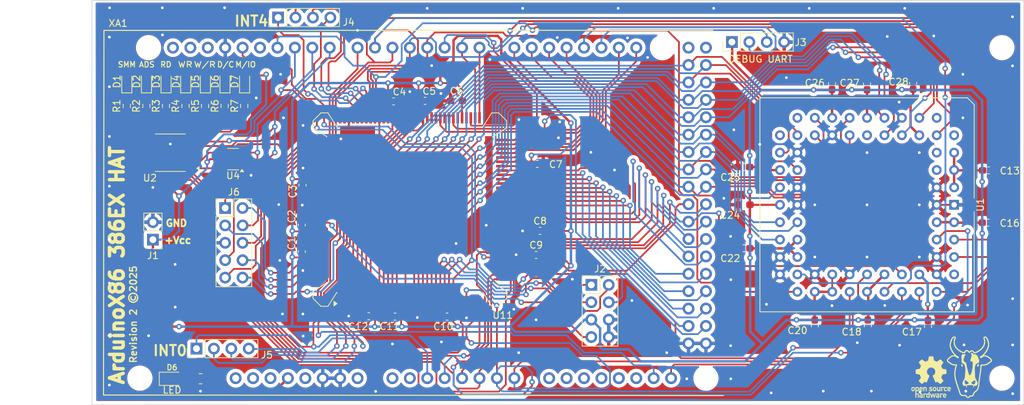
<source format=kicad_pcb>
(kicad_pcb (version 20240108) (generator "pcbnew") (generator_version "8.0")
  (title_block (title "Arduino286") (date "2023-01-18") (rev "1"))
  (layers (0 "F.Cu" signal) (31 "B.Cu" signal) (34 "B.Paste" user) (35 "F.Paste" user) (36 "B.SilkS" user "B.Silkscreen") (37 "F.SilkS" user "F.Silkscreen") (38 "B.Mask" user) (39 "F.Mask" user) (44 "Edge.Cuts" user))
  (net 0 "")
  (net 2 "INTR")
  (net 3 "NMI")
  (net 4 "HOLD")
  (net 10 "GND")
  (net 11 "RESET")
  (net 12 "CLOCK")
  (net 14 "+3.3V")
  (net 17 "/D6_A")
  (net 18 "/D7_A")
  (net 19 "/D1_A")
  (net 20 "/D0_A")
  (net 21 "/D5_A")
  (net 22 "/D4_A")
  (net 23 "/D2_A")
  (net 24 "/D3_A")
  (net 25 "/D8_A")
  (net 26 "/D15_A")
  (net 27 "/D12_A")
  (net 28 "/D14_A")
  (net 29 "/D13_A")
  (net 30 "/D10_A")
  (net 31 "/D11_A")
  (net 32 "/D9_A")
  (net 33 "/A4_A")
  (net 34 "/A5_A")
  (net 35 "/A2_A")
  (net 36 "/A7_A")
  (net 37 "/A1_A")
  (net 38 "/A6_A")
  (net 39 "/A0_A")
  (net 40 "/A3_A")
  (net 41 "/A8_A")
  (net 42 "/A15_A")
  (net 43 "/A9_A")
  (net 44 "/A13_A")
  (net 45 "/A14_A")
  (net 46 "/A12_A")
  (net 47 "/A11_A")
  (net 48 "/A10_A")
  (net 49 "/A16_A")
  (net 50 "/A19_A")
  (net 51 "/A18_A")
  (net 52 "/A17_A")
  (net 53 "/A23_A")
  (net 54 "/A22_A")
  (net 55 "/A21_A")
  (net 56 "/A20_A")
  (net 57 "~{BHE}_A")
  (net 58 "Net-(D6-A)")
  (net 63 "TCK")
  (net 65 "TMS")
  (net 67 "TDO")
  (net 72 "TRST")
  (net 73 "D{slash}~{C}")
  (net 75 "TDI")
  (net 83 "W{slash}~{R}")
  (net 90 "+3.3VP")
  (net 91 "RD")
  (net 92 "WR")
  (net 93 "BS8")
  (net 98 "M{slash}~{IO}")
  (net 108 "PEREQ")
  (net 109 "~{ADS}")
  (net 110 "Net-(U2-I2)")
  (net 111 "DBG_TX")
  (net 112 "DBG_RX")
  (net 113 "~{READYO}")
  (net 114 "~{ERROR}")
  (net 115 "~{READY}")
  (net 116 "~{BUSY}")
  (net 117 "~{SMIACT}")
  (net 118 "~{LOCK}")
  (net 119 "~{SMI}")
  (net 120 "Net-(U2-I1)")
  (net 123 "Net-(D1-K)")
  (net 124 "Net-(D2-K)")
  (net 125 "Net-(D3-K)")
  (net 126 "Net-(D4-K)")
  (net 127 "Net-(D5-K)")
  (net 128 "Net-(D6-K)")
  (net 129 "Net-(D7-K)")
  (net 130 "Net-(U2-O1)")
  (net 131 "Net-(U2-O2)")
  (net 132 "Net-(U2-O3)")
  (net 133 "Net-(U2-O4)")
  (net 134 "Net-(U2-O5)")
  (net 135 "Net-(U2-O6)")
  (net 136 "Net-(U2-O7)")
  (net 137 "INT1")
  (net 138 "INT7")
  (net 139 "INT8")
  (net 140 "INT9")
  (net 141 "INT4")
  (net 142 "INT6")
  (net 143 "INT5")
  (net 144 "INT2")
  (net 145 "INT0")
  (net 146 "INT3")
  (net 147 "RI0")
  (net 148 "TXD0")
  (net 149 "DCD0")
  (net 150 "RTS0")
  (net 151 "COMCLK")
  (net 152 "RDX0")
  (net 153 "DSR0")
  (net 154 "CTS0")
  (net 155 "DTR0")
  (footprint "Capacitor_SMD:C_0603_1608Metric_Pad1.08x0.95mm_HandSolder" (layer "F.Cu") (at 175.26 102.567462)
    (property "Reference" "C9")
    (property "Value" "C" (hide yes))
  )
  (footprint "Connector_PinHeader_2.54mm:PinHeader_1x02_P2.54mm_Vertical" (layer "F.Cu") (at 119.38 100.33 180)
    (property "Reference" "J1")
    (property "Value" "Conn_01x02_Pin" (hide yes))
  )
  (footprint "cow:cow_smal" (layer "F.Cu") (at 238.467759 118.988698)
    (property "Reference" "G***" (hide yes))
    (property "Value" "LOGO" (hide yes))
  )
  (footprint "286-plcc:PLCC-68_286-THT-Socket" (layer "F.Cu") (at 236.22 95.25 -90)
    (property "Reference" "U1")
    (property "Value" "~")
  )
  (footprint "Capacitor_SMD:C_0603_1608Metric_Pad1.08x0.95mm_HandSolder" (layer "F.Cu") (at 215.9 112.937344 90)
    (property "Reference" "C20")
    (property "Value" "C" (hide yes))
  )
  (footprint "Capacitor_SMD:C_0603_1608Metric_Pad1.08x0.95mm_HandSolder" (layer "F.Cu") (at 241.229808 90.221886 180)
    (property "Reference" "C13")
    (property "Value" "C" (hide yes))
  )
  (footprint "Capacitor_SMD:C_0603_1608Metric_Pad1.08x0.95mm_HandSolder" (layer "F.Cu") (at 223.516156 77.587041 -90)
    (property "Reference" "C27")
    (property "Value" "C" (hide yes))
  )
  (footprint "Capacitor_SMD:C_0603_1608Metric_Pad1.08x0.95mm_HandSolder" (layer "F.Cu") (at 223.631354 112.92767 90)
    (property "Reference" "C18")
    (property "Value" "C" (hide yes))
  )
  (footprint "Capacitor_SMD:C_0603_1608Metric_Pad1.08x0.95mm_HandSolder" (layer "F.Cu") (at 175.435113 89.263147 180)
    (property "Reference" "C7")
    (property "Value" "C" (hide yes))
  )
  (footprint "Capacitor_SMD:C_0603_1608Metric_Pad1.08x0.95mm_HandSolder" (layer "F.Cu") (at 241.178596 97.852129 180)
    (property "Reference" "C16")
    (property "Value" "C" (hide yes))
  )
  (footprint "LED_SMD:LED_0603_1608Metric_Pad1.05x0.95mm_HandSolder" (layer "F.Cu") (at 121.298258 77.245494 90)
    (property "Reference" "D3")
    (property "Value" "LED" (hide yes))
  )
  (footprint "" (layer "F.Cu") (at 243.187553 72.3025)
    (property "Reference" "")
    (property "Value" "")
  )
  (footprint "Capacitor_SMD:C_0603_1608Metric_Pad1.08x0.95mm_HandSolder" (layer "F.Cu") (at 162.277228 111.568923)
    (property "Reference" "C10")
    (property "Value" "C" (hide yes))
  )
  (footprint "Resistor_SMD:R_0805_2012Metric_Pad1.20x1.40mm_HandSolder" (layer "F.Cu") (at 126.321949 120.65 180)
    (property "Reference" "R6" (hide yes))
    (property "Value" "750Ω" (hide yes))
  )
  (footprint "" (layer "F.Cu") (at 243.187553 120.5625)
    (property "Reference" "")
    (property "Value" "")
  )
  (footprint "LED_SMD:LED_0603_1608Metric_Pad1.05x0.95mm_HandSolder" (layer "F.Cu") (at 127.026516 77.245494 90)
    (property "Reference" "D5")
    (property "Value" "LED" (hide yes))
  )
  (footprint "Package_QFP:PQFP-132_24x24mm_P0.635mm_i386" (layer "F.Cu") (at 156.845 95.95 90)
    (property "Reference" "U11")
    (property "Value" "I386EX_PQFP")
  )
  (footprint "Capacitor_SMD:C_0603_1608Metric_Pad1.08x0.95mm_HandSolder" (layer "F.Cu") (at 159.070028 80.066439 180)
    (property "Reference" "C5")
    (property "Value" "C" (hide yes))
  )
  (footprint "LED_SMD:LED_0603_1608Metric_Pad1.05x0.95mm_HandSolder" (layer "F.Cu") (at 132.754774 77.245494 90)
    (property "Reference" "D7")
    (property "Value" "LED" (hide yes))
  )
  (footprint "Capacitor_SMD:C_0603_1608Metric_Pad1.08x0.95mm_HandSolder" (layer "F.Cu") (at 163.651172 80.072711)
    (property "Reference" "C6")
    (property "Value" "C" (hide yes))
  )
  (footprint "Capacitor_SMD:C_0603_1608Metric_Pad1.08x0.95mm_HandSolder" (layer "F.Cu") (at 205.57427 95.238468)
    (property "Reference" "C24")
    (property "Value" "C" (hide yes))
  )
  (footprint "Capacitor_SMD:C_0603_1608Metric_Pad1.08x0.95mm_HandSolder" (layer "F.Cu") (at 232.41 113.03 90)
    (property "Reference" "C17")
    (property "Value" "C" (hide yes))
  )
  (footprint "Connector_PinHeader_2.54mm:PinHeader_2x05_P2.54mm_Vertical" (layer "F.Cu") (at 129.915321 95.716816)
    (property "Reference" "J6")
    (property "Value" "SERIAL0")
  )
  (footprint "Resistor_SMD:R_0603_1608Metric_Pad0.98x0.95mm_HandSolder" (layer "F.Cu") (at 124.134422 80.814044 90)
    (property "Reference" "R4")
    (property "Value" "R_Small" (hide yes))
  )
  (footprint "Arduino_Library:Arduino_Mega2560_Shield" (layer "F.Cu") (at 103.505 123.1025)
    (property "Reference" "XA1")
    (property "Value" "Arduino_Mega2560_Shield" (hide yes))
  )
  (footprint "Capacitor_SMD:C_0603_1608Metric_Pad1.08x0.95mm_HandSolder" (layer "F.Cu") (at 205.530618 89.727724)
    (property "Reference" "C25")
    (property "Value" "C" (hide yes))
  )
  (footprint "Capacitor_SMD:C_0603_1608Metric_Pad1.08x0.95mm_HandSolder" (layer "F.Cu") (at 150.863151 111.51731)
    (property "Reference" "C12")
    (property "Value" "C" (hide yes))
  )
  (footprint "Resistor_SMD:R_0603_1608Metric_Pad0.98x0.95mm_HandSolder" (layer "F.Cu") (at 132.696059 80.814044 90)
    (property "Reference" "R7")
    (property "Value" "R_Small" (hide yes))
  )
  (footprint "Resistor_SMD:R_0603_1608Metric_Pad0.98x0.95mm_HandSolder" (layer "F.Cu") (at 129.842178 80.814044 90)
    (property "Reference" "R6")
    (property "Value" "R_Small" (hide yes))
  )
  (footprint "Resistor_SMD:R_0603_1608Metric_Pad0.98x0.95mm_HandSolder" (layer "F.Cu") (at 115.572788 80.814044 90)
    (property "Reference" "R1")
    (property "Value" "R_Small" (hide yes))
  )
  (footprint "Capacitor_SMD:C_0603_1608Metric_Pad1.08x0.95mm_HandSolder" (layer "F.Cu") (at 154.472701 80.151201 180)
    (property "Reference" "C4")
    (property "Value" "C" (hide yes))
  )
  (footprint "Resistor_SMD:R_0603_1608Metric_Pad0.98x0.95mm_HandSolder" (layer "F.Cu") (at 121.280544 80.814044 90)
    (property "Reference" "R3")
    (property "Value" "R_Small" (hide yes))
  )
  (footprint "Capacitor_SMD:C_0603_1608Metric_Pad1.08x0.95mm_HandSolder" (layer "F.Cu") (at 218.412545 77.543663 -90)
    (property "Reference" "C26")
    (property "Value" "C" (hide yes))
  )
  (footprint "LED_SMD:LED_0603_1608Metric_Pad1.05x0.95mm_HandSolder" (layer "F.Cu") (at 129.890645 77.245494 90)
    (property "Reference" "D6")
    (property "Value" "LED" (hide yes))
  )
  (footprint "Package_SO:TSSOP-16_4.4x5mm_P0.65mm" (layer "F.Cu") (at 121.92 87.643418 180)
    (property "Reference" "U2")
    (property "Value" "ULN2003A" (hide yes))
  )
  (footprint "Capacitor_SMD:C_0603_1608Metric_Pad1.08x0.95mm_HandSolder" (layer "F.Cu") (at 175.840001 99.052312)
    (property "Reference" "C8")
    (property "Value" "C" (hide yes))
  )
  (footprint "Connector_PinHeader_2.54mm:PinHeader_1x04_P2.54mm_Vertical" (layer "F.Cu") (at 203.810076 71.482622 90)
    (property "Reference" "J3")
    (property "Value" "Conn_01x04_Pin" (hide yes))
  )
  (footprint "Capacitor_SMD:C_0603_1608Metric_Pad1.08x0.95mm_HandSolder" (layer "F.Cu") (at 205.566582 101.6)
    (property "Reference" "C22")
    (property "Value" "C" (hide yes))
  )
  (footprint "LED_SMD:LED_0603_1608Metric_Pad1.05x0.95mm_HandSolder" (layer "F.Cu") (at 118.434129 77.245494 90)
    (property "Reference" "D2")
    (property "Value" "LED" (hide yes))
  )
  (footprint "Package_TO_SOT_SMD:SOT-23-6" (layer "F.Cu") (at 131.072754 88.58 180)
    (property "Reference" "U4")
    (property "Value" "SN74LVC2G14DBV" (hide yes))
  )
  (footprint "Symbol:OSHW-Logo_5.7x6mm_SilkScreen" (layer "F.Cu") (at 232.851325 120.392807)
    (property "Reference" "REF**" (hide yes))
    (property "Value" "OSHW-Logo_5.7x6mm_SilkScreen" (hide yes))
  )
  (footprint "Resistor_SMD:R_0603_1608Metric_Pad0.98x0.95mm_HandSolder" (layer "F.Cu") (at 126.9883 80.814044 90)
    (property "Reference" "R5")
    (property "Value" "R_Small" (hide yes))
  )
  (footprint "Capacitor_SMD:C_0603_1608Metric_Pad1.08x0.95mm_HandSolder" (layer "F.Cu") (at 230.239601 77.501952 -90)
    (property "Reference" "C28")
    (property "Value" "C" (hide yes))
  )
  (footprint "LED_SMD:LED_0805_2012Metric_Pad1.15x1.40mm_HandSolder" (layer "F.Cu") (at 122.165 120.65)
    (property "Reference" "D6")
    (property "Value" "LED")
  )
  (footprint "LED_SMD:LED_0603_1608Metric_Pad1.05x0.95mm_HandSolder" (layer "F.Cu") (at 124.162387 77.245494 90)
    (property "Reference" "D4")
    (property "Value" "LED" (hide yes))
  )
  (footprint "Capacitor_SMD:C_0603_1608Metric_Pad1.08x0.95mm_HandSolder" (layer "F.Cu") (at 154.685231 111.572767)
    (property "Reference" "C11")
    (property "Value" "C" (hide yes))
  )
  (footprint "Capacitor_SMD:C_0603_1608Metric_Pad1.08x0.95mm_HandSolder" (layer "F.Cu") (at 141.082879 98.20369 -90)
    (property "Reference" "C2")
    (property "Value" "C" (hide yes))
  )
  (footprint "Connector_PinHeader_2.54mm:PinHeader_2x04_P2.54mm_Vertical" (layer "F.Cu") (at 183.311512 106.937437)
    (property "Reference" "J2")
    (property "Value" "JTAG")
  )
  (footprint "Connector_PinHeader_2.54mm:PinHeader_1x04_P2.54mm_Vertical" (layer "F.Cu") (at 137.634837 67.903872 90)
    (property "Reference" "J4")
    (property "Value" "Conn_01x04_Pin" (hide yes))
  )
  (footprint "Connector_PinHeader_2.54mm:PinHeader_1x04_P2.54mm_Vertical" (layer "F.Cu") (at 125.73 116.242345 90)
    (property "Reference" "J5")
    (property "Value" "Conn_01x04_Pin" (hide yes))
  )
  (footprint "Capacitor_SMD:C_0603_1608Metric_Pad1.08x0.95mm_HandSolder" (layer "F.Cu") (at 141.089184 102.076482 -90)
    (property "Reference" "C1")
    (property "Value" "C" (hide yes))
  )
  (footprint "Capacitor_SMD:C_0603_1608Metric_Pad1.08x0.95mm_HandSolder" (layer "F.Cu") (at 141.201828 92.374597 90)
    (property "Reference" "C3")
    (property "Value" "C" (hide yes))
  )
  (footprint "Resistor_SMD:R_0603_1608Metric_Pad0.98x0.95mm_HandSolder" (layer "F.Cu") (at 118.426666 80.814044 90)
    (property "Reference" "R2")
    (property "Value" "R_Small" (hide yes))
  )
  (footprint "LED_SMD:LED_0603_1608Metric_Pad1.05x0.95mm_HandSolder" (layer "F.Cu") (at 115.57 77.245494 90)
    (property "Reference" "D1")
    (property "Value" "LED" (hide yes))
  )
  (gr_rect (start 110.49 65.394788) (end 246.38 124.46) (stroke (width 0.1)) (fill none) (layer "Edge.Cuts"))
  (gr_text "DEBUG UART" (at 203.2 74.553104 0) (layer "F.SilkS") (effects (font (size 1 1)) (justify left bottom)))
  (gr_text "W/R" (at 126.955016 74.769555 0) (layer "F.SilkS") (effects (font (size 0.8 1))))
  (gr_text "ArduinoX86 386EX HAT" (at 114.143843 104.042915 90) (layer "F.SilkS") (effects (font (size 2 2) (thickness 0.5))))
  (gr_text "WR" (at 124.090815 74.769555 0) (layer "F.SilkS") (effects (font (size 0.8 1))))
  (gr_text "ADS" (at 118.491431 74.769555 0) (layer "F.SilkS") (effects (font (size 0.8 0.8))))
  (gr_text "SMM" (at 115.575622 74.769555 0) (layer "F.SilkS") (effects (font (size 0.8 0.8))))
  (gr_text "Revision 2 ©2025" (at 116.524723 111.246602 90) (layer "F.SilkS") (effects (font (size 1 1) (thickness 0.1875))))
  (gr_text "INT0" (at 119.2464 117.415004 0) (layer "F.SilkS") (effects (font (size 1.5 1.5) (thickness 0.3) (bold yes)) (justify left bottom)))
  (gr_text "+Vcc" (at 120.947052 101.012139 0) (layer "F.SilkS") (effects (font (size 1 1) (thickness 0.25) (bold yes)) (justify left bottom)))
  (gr_text "M/IO" (at 132.889846 74.769555 0) (layer "F.SilkS") (effects (font (size 0.8 0.8))))
  (gr_text "D/C" (at 129.974038 74.769555 0) (layer "F.SilkS") (effects (font (size 0.8 0.8))))
  (gr_text "RD" (at 121.278221 74.769555 0) (layer "F.SilkS") (effects (font (size 0.8 0.8))))
  (gr_text "INT4" (at 131.106883 69.302641 0) (layer "F.SilkS") (effects (font (size 1.5 1.5) (thickness 0.3) (bold yes)) (justify left bottom)))
  (gr_text "GND" (at 121.121226 98.51564 0) (layer "F.SilkS") (effects (font (size 1 1) (thickness 0.25) (bold yes)) (justify left bottom)))
  (segment (start 146.221761 99.571147) (end 146.221761 91.703531) (width 0.25) (layer "F.Cu") (net 3))
  (segment (start 143.88 112.083946) (end 143.88 107.927015) (width 0.25) (layer "F.Cu") (net 3))
  (segment (start 143.51 112.453946) (end 143.88 112.083946) (width 0.25) (layer "F.Cu") (net 3))
  (segment (start 145.23 100.562908) (end 146.221761 99.571147) (width 0.25) (layer "F.Cu") (net 3))
  (segment (start 152.4 85.525292) (end 152.4 82.55) (width 0.25) (layer "F.Cu") (net 3))
  (segment (start 146.221761 91.703531) (end 152.4 85.525292) (width 0.25) (layer "F.Cu") (net 3))
  (segment (start 143.51 114.3) (end 143.51 112.453946) (width 0.25) (layer "F.Cu") (net 3))
  (segment (start 143.88 107.927015) (end 145.23 106.577015) (width 0.25) (layer "F.Cu") (net 3))
  (segment (start 145.23 106.577015) (end 145.23 100.562908) (width 0.25) (layer "F.Cu") (net 3))
  (via (at 143.51 114.3) (size 0.8) (drill 0.4) (layers "F.Cu" "B.Cu") (net 3))
  (segment (start 192.405 119.160799) (end 192.405 120.5625) (width 0.25) (layer "B.Cu") (net 3))
  (segment (start 191.936318 118.692117) (end 192.405 119.160799) (width 0.25) (layer "B.Cu") (net 3))
  (segment (start 171.507684 113.794791) (end 172.012893 114.3) (width 0.25) (layer "B.Cu") (net 3))
  (segment (start 144.015209 113.794791) (end 171.507684 113.794791) (width 0.25) (layer "B.Cu") (net 3))
  (segment (start 179.717435 114.3) (end 182.257435 116.84) (width 0.25) (layer "B.Cu") (net 3))
  (segment (start 172.012893 114.3) (end 179.717435 114.3) (width 0.25) (layer "B.Cu") (net 3))
  (segment (start 182.257435 116.84) (end 187.68625 116.84) (width 0.25) (layer "B.Cu") (net 3))
  (segment (start 189.538367 118.692117) (end 191.936318 118.692117) (width 0.25) (layer "B.Cu") (net 3))
  (segment (start 187.68625 116.84) (end 189.538367 118.692117) (width 0.25) (layer "B.Cu") (net 3))
  (segment (start 143.51 114.3) (end 144.015209 113.794791) (width 0.25) (layer "B.Cu") (net 3))
  (segment (start 172.347546 102.534152) (end 172.380856 102.567462) (width 0.25) (layer "F.Cu") (net 10))
  (segment (start 147.955 82.55) (end 147.955 83.6175) (width 0.25) (layer "F.Cu") (net 10))
  (segment (start 172.708771 98.49) (end 170.245 98.49) (width 0.25) (layer "F.Cu") (net 10))
  (segment (start 172.011648 110.493489) (end 172.011648 105.582752) (width 0.25) (layer "F.Cu") (net 10))
  (segment (start 236.22 95.25) (end 233.68 95.25) (width 0.25) (layer "F.Cu") (net 10))
  (segment (start 142.3775 90.87) (end 143.445 90.87) (width 0.25) (layer "F.Cu") (net 10))
  (segment (start 141.275195 83.659156) (end 141.275195 85.309365) (width 0.25) (layer "F.Cu") (net 10))
  (segment (start 171.268896 104.84) (end 170.245 104.84) (width 0.25) (layer "F.Cu") (net 10))
  (segment (start 146.82456 84.74794) (end 146.786879 85.621027) (width 0.25) (layer "F.Cu") (net 10))
  (segment (start 141.158445 95.290941) (end 141.817504 95.95) (width 0.25) (layer "F.Cu") (net 10))
  (segment (start 157.932984 111.708387) (end 156.845 110.620403) (width 0.25) (layer "F.Cu") (net 10))
  (segment (start 141.385621 89.878121) (end 142.3775 90.87) (width 0.25) (layer "F.Cu") (net 10))
  (segment (start 173.284625 99.06) (end 173.281698 99.062927) (width 0.25) (layer "F.Cu") (net 10))
  (segment (start 167.523212 83.689288) (end 167.52 83.6925) (width 0.25) (layer "F.Cu") (net 10))
  (segment (start 141.75583 85.79) (end 143.445 85.79) (width 0.25) (layer "F.Cu") (net 10))
  (segment (start 122.925 85.368418) (end 124.7825 85.368418) (width 0.25) (layer "F.Cu") (net 10))
  (segment (start 178.513325 85.465491) (end 178.068816 85.91) (width 0.25) (layer "F.Cu") (net 10))
  (segment (start 147.955 111.47356) (end 147.955 109.35) (width 0.25) (layer "F.Cu") (net 10))
  (segment (start 165.1 111.754429) (end 165.735 111.119429) (width 0.25) (layer "F.Cu") (net 10))
  (segment (start 167.52 83.6925) (end 165.855 83.6925) (width 0.25) (layer "F.Cu") (net 10))
  (segment (start 171.878624 83.689288) (end 167.523212 83.689288) (width 0.25) (layer "F.Cu") (net 10))
  (segment (start 165.735 111.119429) (end 165.735 109.35) (width 0.25) (layer "F.Cu") (net 10))
  (segment (start 178.068816 85.91) (end 173.267792 85.91) (width 0.25) (layer "F.Cu") (net 10))
  (segment (start 173.267792 85.91) (end 172.117792 87.06) (width 0.25) (layer "F.Cu") (net 10))
  (segment (start 172.75344 82.814472) (end 171.878624 83.689288) (width 0.25) (layer "F.Cu") (net 10))
  (segment (start 165.855 83.6925) (end 165.735 83.5725) (width 0.25) (layer "F.Cu") (net 10))
  (segment (start 156.843584 78.727457) (end 156.845 78.728873) (width 0.25) (layer "F.Cu") (net 10))
  (segment (start 156.845 78.728873) (end 156.845 82.55) (width 0.25) (layer "F.Cu") (net 10))
  (segment (start 146.786879 85.621027) (end 146.82456 85.639868) (width 0.25) (layer "F.Cu") (net 10))
  (segment (start 172.011648 105.582752) (end 171.268896 104.84) (width 0.25) (layer "F.Cu") (net 10))
  (segment (start 121.92 86.373418) (end 122.925 85.368418) (width 0.25) (layer "F.Cu") (net 10))
  (segment (start 174.969813 99.06) (end 173.284625 99.06) (width 0.25) (layer "F.Cu") (net 10))
  (segment (start 141.246591 104.84) (end 141.24245 104.844141) (width 0.25) (layer "F.Cu") (net 10))
  (segment (start 156.845 110.620403) (end 156.845 109.35) (width 0.25) (layer "F.Cu") (net 10))
  (segment (start 172.380856 102.567462) (end 174.3975 102.567462) (width 0.25) (layer "F.Cu") (net 10))
  (segment (start 133.501714 88.58) (end 132.210254 88.58) (width 0.25) (layer "F.Cu") (net 10))
  (segment (start 141.272257 89.878121) (end 141.385621 89.878121) (width 0.25) (layer "F.Cu") (net 10))
  (segment (start 173.281698 99.062927) (end 172.708771 98.49) (width 0.25) (layer "F.Cu") (net 10))
  (segment (start 133.70066 90.944108) (end 133.70066 88.778946) (width 0.25) (layer "F.Cu") (net 10))
  (segment (start 141.817504 95.95) (end 143.445 95.95) (width 0.25) (layer "F.Cu") (net 10))
  (segment (start 143.445 104.84) (end 141.246591 104.84) (width 0.25) (layer "F.Cu") (net 10))
  (segment (start 147.933013 111.495547) (end 147.955 111.47356) (width 0.25) (layer "F.Cu") (net 10))
  (segment (start 174.977501 99.052312) (end 174.969813 99.06) (width 0.25) (layer "F.Cu") (net 10))
  (segment (start 147.955 83.6175) (end 146.82456 84.74794) (width 0.25) (layer "F.Cu") (net 10))
  (segment (start 141.275195 85.309365) (end 141.75583 85.79) (width 0.25) (layer "F.Cu") (net 10))
  (segment (start 172.117792 87.06) (end 170.245 87.06) (width 0.25) (layer "F.Cu") (net 10))
  (segment (start 165.735 83.5725) (end 165.735 82.55) (width 0.25) (layer "F.Cu") (net 10))
  (segment (start 133.70066 88.778946) (end 133.501714 88.58) (width 0.25) (layer "F.Cu") (net 10))
  (via (at 121.92 86.373418) (size 0.8) (drill 0.4) (layers "F.Cu" "B.Cu") (net 10))
  (via (at 244.751561 108.952021) (size 0.8) (drill 0.4) (layers "F.Cu" "B.Cu") (net 10))
  (via (at 113.03 70.757148) (size 0.8) (drill 0.4) (layers "F.Cu" "B.Cu") (net 10))
  (via (at 187.229887 66.562523) (size 0.8) (drill 0.4) (layers "F.Cu" "B.Cu") (net 10))
  (via (at 172.72 116.84) (size 0.8) (drill 0.4) (layers "F.Cu" "B.Cu") (net 10))
  (via (at 237.49 82.55) (size 0.8) (drill 0.4) (layers "F.Cu" "B.Cu") (net 10))
  (via (at 180.54427 106.111565) (size 0.8) (drill 0.4) (layers "F.Cu" "B.Cu") (net 10))
  (via (at 217.136443 122.45241) (size 0.8) (drill 0.4) (layers "F.Cu" "B.Cu") (net 10))
  (via (at 215.9 95.25) (size 0.8) (drill 0.4) (layers "F.Cu" "B.Cu") (net 10))
  (via (at 237.49 76.2) (size 0.8) (drill 0.4) (layers "F.Cu" "B.Cu") (net 10))
  (via (at 173.301898 66.562523) (size 0.8) (drill 0.4) (layers "F.Cu" "B.Cu") (net 10))
  (via (at 231.233871 122.581154) (size 0.8) (drill 0.4) (layers "F.Cu" "B.Cu") (net 10))
  (via (at 141.24245 104.844141) (size 0.8) (drill 0.4) (layers "F.Cu" "B.Cu") (net 10))
  (via (at 113.03 78.01429) (size 0.8) (drill 0.4) (layers "F.Cu" "B.Cu") (net 10))
  (via (at 122.633081 110.184368) (size 0.8) (drill 0.4) (layers "F.Cu" "B.Cu") (net 10))
  (via (at 134.450434 79.644351) (size 0.8) (drill 0.4) (layers "F.Cu" "B.Cu") (net 10))
  (via (at 211.754785 76.683833) (size 0.8) (drill 0.4) (layers "F.Cu" "B.Cu") (net 10))
  (via (at 226.464556 70.672879) (size 0.8) (drill 0.4) (layers "F.Cu" "B.Cu") (net 10))
  (via (at 203.645955 106.177188) (size 0.8) (drill 0.4) (layers "F.Cu" "B.Cu") (net 10))
  (via (at 215.9 102.87) (size 0.8) (drill 0.4) (layers "F.Cu" "B.Cu") (net 10))
  (via (at 122.619517 103.949817) (size 0.8) (drill 0.4) (layers "F.Cu" "B.Cu") (net 10))
  (via (at 231.14 87.63) (size 0.8) (drill 0.4) (layers "F.Cu" "B.Cu") (net 10))
  (via (at 231.14 102.87) (size 0.8) (drill 0.4) (layers "F.Cu" "B.Cu") (net 10))
  (via (at 233.24753 70.589139) (size 0.8) (drill 0.4) (layers "F.Cu" "B.Cu") (net 10))
  (via (at 244.7282 74.963148) (size 0.8) (drill 0.4) (layers "F.Cu" "B.Cu") (net 10))
  (via (at 178.343366 70.826971) (size 0.8) (drill 0.4) (layers "F.Cu" "B.Cu") (net 10))
  (via (at 237.660305 115.704116) (size 0.8) (drill 0.4) (layers "F.Cu" "B.Cu") (net 10))
  (via (at 175.25879 112.036619) (size 0.8) (drill 0.4) (layers "F.Cu" "B.Cu") (net 10))
  (via (at 228.263951 115.747068) (size 0.8) (drill 0.4) (layers "F.Cu" "B.Cu") (net 10))
  (via (at 161.45189 115.264362) (size 0.8) (drill 0.4) (layers "F.Cu" "B.Cu") (net 10))
  (via (at 223.52 102.87) (size 0.8) (drill 0.4) (layers "F.Cu" "B.Cu") (net 10))
  (via (at 215.085865 66.562523) (size 0.8) (drill 0.4) (layers "F.Cu" "B.Cu") (net 10))
  (via (at 113.03 121.557148) (size 0.8) (drill 0.4) (layers "F.Cu" "B.Cu") (net 10))
  (via (at 173.281698 99.062927) (size 0.8) (drill 0.4) (layers "F.Cu" "B.Cu") (net 10))
  (via (at 218.405127 109.975025) (size 0.8) (drill 0.4) (layers "F.Cu" "B.Cu") (net 10))
  (via (at 209.540569 122.709898) (size 0.8) (drill 0.4) (layers "F.Cu" "B.Cu") (net 10))
  (via (at 141.275195 83.659156) (size 0.8) (drill 0.4) (layers "F.Cu" "B.Cu") (net 10))
  (via (at 172.011648 110.493489) (size 0.8) (drill 0.4) (layers "F.Cu" "B.Cu") (net 10))
  (via (at 156.843584 78.727457) (size 0.8) (drill 0.4) (layers "F.Cu" "B.Cu") (net 10))
  (via (at 226.101135 109.946415) (size 0.8) (drill 0.4) (layers "F.Cu" "B.Cu") (net 10))
  (via (at 222.095778 115.382257) (size 0.8) (drill 0.4) (layers "F.Cu" "B.Cu") (net 10))
  (via (at 141.272257 89.878121) (size 0.8) (drill 0.4) (layers "F.Cu" "B.Cu") (net 10))
  (via (at 151.858138 122.489908) (size 0.8) (drill 0.4) (layers "F.Cu" "B.Cu") (net 10))
  (via (at 172.347546 102.534152) (size 0.8) (drill 0.4) (layers "F.Cu" "B.Cu") (net 10))
  (via (at 203.619894 99.855118) (size 0.8) (drill 0.4) (layers "F.Cu" "B.Cu") (net 10))
  (via (at 208.849489 109.774757) (size 0.8) (drill 0.4) (layers "F.Cu" "B.Cu") (net 10))
  (via (at 183.241744 87.585622) (size 0.8) (drill 0.4) (layers "F.Cu" "B.Cu") (net 10))
  (via (at 120.775555 70.438497) (size 0.8) (drill 0.4) (layers "F.Cu" "B.Cu") (net 10))
  (via (at 191.518526 73.729972) (size 0.8) (drill 0.4) (layers "F.Cu" "B.Cu") (net 10))
  (via (at 244.751561 122.82617) (size 0.8) (drill 0.4) (layers "F.Cu" "B.Cu") (net 10))
  (via (at 197.231575 120.65) (size 0.8) (drill 0.4) (layers "F.Cu" "B.Cu") (net 10))
  (via (at 228.200033 80.251916) (size 0.8) (drill 0.4) (layers "F.Cu" "B.Cu") (net 10))
  (via (at 141.158445 95.290941) (size 0.8) (drill 0.4) (layers "F.Cu" "B.Cu") (net 10))
  (via (at 238.174426 109.889196) (size 0.8) (drill 0.4) (layers "F.Cu" "B.Cu") (net 10))
  (via (at 154.31128 115.565813) (size 0.8) (drill 0.4) (layers "F.Cu" "B.Cu") (net 10))
  (via (at 201.157876 66.562523) (size 0.8) (drill 0.4) (layers "F.Cu" "B.Cu") (net 10))
  (via (at 138.418137 82.55) (size 0.8) (drill 0.4) (layers "F.Cu" "B.Cu") (net 10))
  (via (at 118.750651 114.361126) (size 0.8) (drill 0.4) (layers "F.Cu" "B.Cu") (net 10))
  (via (at 161.381032 78.99408) (size 0.8) (drill 0.4) (layers "F.Cu" "B.Cu") (net 10))
  (via (at 141.283828 114.414883) (size 0.8) (drill 0.4) (layers "F.Cu" "B.Cu") (net 10))
  (via (at 137.996664 76.19651) (size 0.8) (drill 0.4) (layers "F.Cu" "B.Cu") (net 10))
  (via (at 126.314429 122.456332) (size 0.8) (drill 0.4) (layers "F.Cu" "B.Cu") (net 10))
  (via (at 119.38 92.71) (size 0.8) (drill 0.4) (layers "F.Cu" "B.Cu") (net 10))
  (via (at 231.14 95.25) (size 0.8) (drill 0.4) (layers "F.Cu" "B.Cu") (net 10))
  (via (at 223.52 95.25) (size 0.8) (drill 0.4) (layers "F.Cu" "B.Cu") (net 10))
  (via (at 137.880646 103.365792) (size 0.8) (drill 0.4) (layers "F.Cu" "B.Cu") (net 10))
  (via (at 138.273254 111.180101) (size 0.8) (drill 0.4) (layers "F.Cu" "B.Cu") (net 10))
  (via (at 159.373909 66.562523) (size 0.8) (drill 0.4) (layers "F.Cu" "B.Cu") (net 10))
  (via (at 146.786879 85.621027) (size 0.8) (drill 0.4) (layers "F.Cu" "B.Cu") (net 10))
  (via (at 165.1 111.754429) (size 0.8) (drill 0.4) (layers "F.Cu" "B.Cu") (net 10))
  (via (at 229.013858 66.562523) (size 0.8) (drill 0.4) (layers "F.Cu" "B.Cu") (net 10))
  (via (at 204.096082 84.293847) (size 0.8) (drill 0.4) (layers "F.Cu" "B.Cu") (net 10))
  (via (at 129.830853 66.47558) (size 0.8) (drill 0.4) (layers "F.Cu" "B.Cu") (net 10))
  (via (at 244.751561 115.703008) (size 0.8) (drill 0.4) (layers "F.Cu" "B.Cu") (net 10))
  (via (at 113.059467 66.47558) (size 0.8) (drill 0.4) (layers "F.Cu" "B.Cu") (net 10))
  (via (at 178.513325 85.465491) (size 0.8) (drill 0.4) (layers "F.Cu" "B.Cu") (net 10))
  (via (at 167.98375 98.230303) (size 0.8) (drill 0.4) (layers "F.Cu" "B.Cu") (net 10))
  (via (at 149.216626 69.776032) (size 0.8) (drill 0.4) (layers "F.Cu" "B.Cu") (net 10))
  (via (at 178.700997 83.139098) (size 0.8) (drill 0.4) (layers "F.Cu" "B.Cu") (net 10))
  (via (at 160.02 74.93) (size 0.8) (drill 0.4) (layers "F.Cu" "B.Cu") (net 10))
  (via (at 224.152971 122.45241) (size 0.8) (drill 0.4) (layers "F.Cu" "B.Cu") (net 10))
  (via (at 203.619894 115.819402) (size 0.8) (drill 0.4) (layers "F.Cu" "B.Cu") (net 10))
  (via (at 133.70066 90.944108) (size 0.8) (drill 0.4) (layers "F.Cu" "B.Cu") (net 10))
  (via (at 237.928539 122.45241) (size 0.8) (drill 0.4) (layers "F.Cu" "B.Cu") (net 10))
  (via (at 186.69 90.17) (size 0.8) (drill 0.4) (layers "F.Cu" "B.Cu") (net 10))
  (via (at 189.23 109.22) (size 0.8) (drill 0.4) (layers "F.Cu" "B.Cu") (net 10))
  (via (at 147.933013 111.495547) (size 0.8) (drill 0.4) (layers "F.Cu" "B.Cu") (net 10))
  (via (at 157.932984 111.708387) (size 0.8) (drill 0.4) (layers "F.Cu" "B.Cu") (net 10))
  (via (at 120.750711 66.47558) (size 0.8) (drill 0.4) (layers "F.Cu" "B.Cu") (net 10))
  (via (at 113.03 85.271432) (size 0.8) (drill 0.4) (layers "F.Cu" "B.Cu") (net 10))
  (via (at 172.75344 82.814472) (size 0.8) (drill 0.4) (layers "F.Cu" "B.Cu") (net 10))
  (via (at 113.03 92.528574) (size 0.8) (drill 0.4) (layers "F.Cu" "B.Cu") (net 10))
  (via (at 202.631162 94.294617) (size 0.8) (drill 0.4) (layers "F.Cu" "B.Cu") (net 10))
  (via (at 168.50846 74.028848) (size 0.8) (drill 0.4) (layers "F.Cu" "B.Cu") (net 10))
  (via (at 113.03 114.3) (size 0.8) (drill 0.4) (layers "F.Cu" "B.Cu") (net 10))
  (via (at 223.52 87.63) (size 0.8) (drill 0.4) (layers "F.Cu" "B.Cu") (net 10))
  (via (at 207.873962 86.416004) (size 0.8) (drill 0.4) (layers "F.Cu" "B.Cu") (net 10))
  (via (at 244.7282 67.794838) (size 0.8) (drill 0.4) (layers "F.Cu" "B.Cu") (net 10))
  (via (at 113.03 106.68) (size 0.8) (drill 0.4) (layers "F.Cu" "B.Cu") (net 10))
  (via (at 141.247198 111.189778) (size 0.8) (drill 0.4) (layers "F.Cu" "B.Cu") (net 10))
  (via (at 163.597757 100.894805) (size 0.8) (drill 0.4) (layers "F.Cu" "B.Cu") (net 10))
  (via (at 113.03 100.33) (size 0.8) (drill 0.4) (layers "F.Cu" "B.Cu") (net 10))
  (via (at 137.732743 95.210002) (size 0.8) (drill 0.4) (layers "F.Cu" "B.Cu") (net 10))
  (via (at 194.31 116.84) (size 0.8) (drill 0.4) (layers "F.Cu" "B.Cu") (net 10))
  (via (at 203.645361 120.65) (size 0.8) (drill 0.4) (layers "F.Cu" "B.Cu") (net 10))
  (via (at 188.587611 70.882798) (size 0.8) (drill 0.4) (layers "F.Cu" "B.Cu") (net 10))
  (segment (start 172.329897 105.643451) (end 172.347546 105.625802) (width 0.25) (layer "B.Cu") (net 10))
  (segment (start 207.873962 86.416004) (end 207.921732 86.39212) (width 0.25) (layer "B.Cu") (net 10))
  (segment (start 213.36 87.63) (end 212.12212 86.39212) (width 0.25) (layer "B.Cu") (net 10))
  (segment (start 207.9695 86.39212) (end 207.873962 86.416004) (width 0.25) (layer "B.Cu") (net 10))
  (segment (start 212.12212 86.39212) (end 207.9695 86.39212) (width 0.25) (layer "B.Cu") (net 10))
  (segment (start 207.921732 86.39212) (end 207.945616 86.39212) (width 0.25) (layer "B.Cu") (net 10))
  (segment (start 172.347546 105.625802) (end 172.347546 99.997079) (width 0.25) (layer "B.Cu") (net 10))
  (segment (start 172.347546 99.997079) (end 173.281698 99.062927) (width 0.25) (layer "B.Cu") (net 10))
  (segment (start 144.5125 92.14) (end 145.6 91.0525) (width 0.25) (layer "F.Cu") (net 11))
  (segment (start 234.347556 67.977556) (end 153.66054 67.977556) (width 0.25) (layer "F.Cu") (net 11))
  (segment (start 153.971318 74.46381) (end 154.305 74.130128) (width 0.25) (layer "F.Cu") (net 11))
  (segment (start 145.6 79.651764) (end 150.787954 74.46381) (width 0.25) (layer "F.Cu") (net 11))
  (segment (start 153.66054 67.977556) (end 150.5764 71.061696) (width 0.25) (layer "F.Cu") (net 11))
  (segment (start 244.512885 78.142885) (end 234.347556 67.977556) (width 0.25) (layer "F.Cu") (net 11))
  (segment (start 154.305 74.130128) (end 154.305 72.3025) (width 0.25) (layer "F.Cu") (net 11))
  (segment (start 145.6 91.0525) (end 145.6 79.651764) (width 0.25) (layer "F.Cu") (net 11))
  (segment (start 233.68 107.95) (end 238.126396 107.95) (width 0.25) (layer "F.Cu") (net 11))
  (segment (start 238.126396 107.95) (end 244.512885 101.563511) (width 0.25) (layer "F.Cu") (net 11))
  (segment (start 151.740084 74.46381) (end 153.971318 74.46381) (width 0.25) (layer "F.Cu") (net 11))
  (segment (start 150.5764 73.300126) (end 151.740084 74.46381) (width 0.25) (layer "F.Cu") (net 11))
  (segment (start 150.787954 74.46381) (end 151.740084 74.46381) (width 0.25) (layer "F.Cu") (net 11))
  (segment (start 150.5764 71.061696) (end 150.5764 73.300126) (width 0.25) (layer "F.Cu") (net 11))
  (segment (start 143.445 92.14) (end 144.5125 92.14) (width 0.25) (layer "F.Cu") (net 11))
  (segment (start 244.512885 101.563511) (end 244.512885 78.142885) (width 0.25) (layer "F.Cu") (net 11))
  (segment (start 173.424291 69.469426) (end 173.312358 69.469426) (width 0.25) (layer "F.Cu") (net 12))
  (segment (start 243.612885 78.515677) (end 233.974764 68.877556) (width 0.25) (layer "F.Cu") (net 12))
  (segment (start 146.05 91.238896) (end 146.05 79.83816) (width 0.25) (layer "F.Cu") (net 12))
  (segment (start 174.016161 68.877556) (end 173.424291 69.469426) (width 0.25) (layer "F.Cu") (net 12))
  (segment (start 173.312358 69.581359) (end 173.334744 69.558973) (width 0.25) (layer "F.Cu") (net 12))
  (segment (start 144.715 95.315) (end 145.373912 94.656088) (width 0.25) (layer "F.Cu") (net 12))
  (segment (start 150.95816 74.93) (end 156.080034 74.93) (width 0.25) (layer "F.Cu") (net 12))
  (segment (start 173.312358 69.469426) (end 173.312358 69.581359) (width 0.25) (layer "F.Cu") (net 12))
  (segment (start 145.373912 91.914984) (end 146.05 91.238896) (width 0.25) (layer "F.Cu") (net 12))
  (segment (start 143.445 95.315) (end 144.715 95.315) (width 0.25) (layer "F.Cu") (net 12))
  (segment (start 146.05 79.83816) (end 150.95816 74.93) (width 0.25) (layer "F.Cu") (net 12))
  (segment (start 156.080034 74.93) (end 156.845 74.165034) (width 0.25) (layer "F.Cu") (net 12))
  (segment (start 145.373912 94.656088) (end 145.373912 91.914984) (width 0.25) (layer "F.Cu") (net 12))
  (segment (start 243.612885 101.190719) (end 243.612885 78.515677) (width 0.25) (layer "F.Cu") (net 12))
  (segment (start 241.933604 102.87) (end 243.612885 101.190719) (width 0.25) (layer "F.Cu") (net 12))
  (segment (start 156.845 74.165034) (end 156.845 72.3025) (width 0.25) (layer "F.Cu") (net 12))
  (segment (start 236.22 102.87) (end 241.933604 102.87) (width 0.25) (layer "F.Cu") (net 12))
  (segment (start 233.974764 68.877556) (end 174.016161 68.877556) (width 0.25) (layer "F.Cu") (net 12))
  (via (at 173.312358 69.469426) (size 0.8) (drill 0.4) (layers "F.Cu" "B.Cu") (net 12))
  (segment (start 172.155713 70.626071) (end 171.9 70.626071) (width 0.25) (layer "B.Cu") (net 12))
  (segment (start 168.323135 72.834891) (end 167.498026 73.66) (width 0.25) (layer "B.Cu") (net 12))
  (segment (start 173.312358 69.469426) (end 172.155713 70.626071) (width 0.25) (layer "B.Cu") (net 12))
  (segment (start 159.991571 70.912478) (end 157.200698 70.912478) (width 0.25) (layer "B.Cu") (net 12))
  (segment (start 156.845 71.268176) (end 156.845 72.3025) (width 0.25) (layer "B.Cu") (net 12))
  (segment (start 161.276497 73.66) (end 160.663172 73.046675) (width 0.25) (layer "B.Cu") (net 12))
  (segment (start 157.200698 70.912478) (end 156.845 71.268176) (width 0.25) (layer "B.Cu") (net 12))
  (segment (start 160.663172 71.584079) (end 159.991571 70.912478) (width 0.25) (layer "B.Cu") (net 12))
  (segment (start 169.71581 72.834891) (end 168.323135 72.834891) (width 0.25) (layer "B.Cu") (net 12))
  (segment (start 171.9 70.650701) (end 169.71581 72.834891) (width 0.25) (layer "B.Cu") (net 12))
  (segment (start 171.9 70.626071) (end 171.9 70.650701) (width 0.25) (layer "B.Cu") (net 12))
  (segment (start 160.663172 73.046675) (end 160.663172 71.584079) (width 0.25) (layer "B.Cu") (net 12))
  (segment (start 167.498026 73.66) (end 161.276497 73.66) (width 0.25) (layer "B.Cu") (net 12))
  (segment (start 129.433068 122.761119) (end 127.321949 120.65) (width 0.35) (layer "F.Cu") (net 14))
  (segment (start 139.065 120.5625) (end 136.866381 122.761119) (width 0.35) (layer "F.Cu") (net 14))
  (segment (start 136.866381 122.761119) (end 129.433068 122.761119) (width 0.35) (layer "F.Cu") (net 14))
  (segment (start 164.465 85.635) (end 164.465 85.725) (width 0.25) (layer "F.Cu") (net 17))
  (segment (start 230.326936 72.988304) (end 233.259075 75.920443) (width 0.25) (layer "F.Cu") (net 17))
  (segment (start 220.380175 72.988304) (end 230.326936 72.988304) (width 0.25) (layer "F.Cu") (net 17))
  (segment (start 233.259075 75.920443) (end 233.259075 80.430925) (width 0.25) (layer "F.Cu") (net 17))
  (segment (start 164.465 85.725) (end 153.67 96.52) (width 0.25) (layer "F.Cu") (net 17))
  (segment (start 233.259075 80.430925) (end 231.14 82.55) (width 0.25) (layer "F.Cu") (net 17))
  (segment (start 153.67 96.52) (end 153.67 109.35) (width 0.25) (layer "F.Cu") (net 17))
  (via (at 164.465 85.635) (size 0.8) (drill 0.4) (layers "F.Cu" "B.Cu") (net 17))
  (via (at 220.380175 72.988304) (size 0.8) (drill 0.4) (layers "F.Cu" "B.Cu") (net 17))
  (segment (start 165.1 81.288376) (end 168.758376 77.63) (width 0.25) (layer "B.Cu") (net 17))
  (segment (start 220.380175 72.988304) (end 220.326012 72.988304) (width 0.25) (layer "B.Cu") (net 17))
  (segment (start 203.956596 81.2739) (end 199.3961 81.2739) (width 0.25) (layer "B.Cu") (net 17))
  (segment (start 198.2075 82.4625) (end 197.485 82.4625) (width 0.25) (layer "B.Cu") (net 17))
  (segment (start 164.465 85.635) (end 165.1 85) (width 0.25) (layer "B.Cu") (net 17))
  (segment (start 165.1 85) (end 165.1 81.288376) (width 0.25) (layer "B.Cu") (net 17))
  (segment (start 210.300496 74.93) (end 203.956596 81.2739) (width 0.25) (layer "B.Cu") (net 17))
  (segment (start 196.176347 82.4625) (end 197.485 82.4625) (width 0.25) (layer "B.Cu") (net 17))
  (segment (start 214.79379 74.93) (end 210.300496 74.93) (width 0.25) (layer "B.Cu") (net 17))
  (segment (start 168.758376 77.63) (end 191.343847 77.63) (width 0.25) (layer "B.Cu") (net 17))
  (segment (start 218.180272 71.543518) (end 214.79379 74.93) (width 0.25) (layer "B.Cu") (net 17))
  (segment (start 218.881226 71.543518) (end 218.180272 71.543518) (width 0.25) (layer "B.Cu") (net 17))
  (segment (start 199.3961 81.2739) (end 198.2075 82.4625) (width 0.25) (layer "B.Cu") (net 17))
  (segment (start 191.343847 77.63) (end 196.176347 82.4625) (width 0.25) (layer "B.Cu") (net 17))
  (segment (start 220.326012 72.988304) (end 218.881226 71.543518) (width 0.25) (layer "B.Cu") (net 17))
  (segment (start 218.55056 72.255844) (end 230.230872 72.255844) (width 0.25) (layer "F.Cu") (net 18))
  (segment (start 165.791709 85.668291) (end 154.305 97.155) (width 0.25) (layer "F.Cu") (net 18))
  (segment (start 235.683991 81.941638) (end 235.683991 83.086009) (width 0.25) (layer "F.Cu") (net 18))
  (segment (start 233.709075 75.734047) (end 233.709075 79.966722) (width 0.25) (layer "F.Cu") (net 18))
  (segment (start 165.791709 85.650997) (end 165.791709 85.668291) (width 0.25) (layer "F.Cu") (net 18))
  (segment (start 154.305 97.155) (end 154.305 109.35) (width 0.25) (layer "F.Cu") (net 18))
  (segment (start 230.230872 72.255844) (end 233.709075 75.734047) (width 0.25) (layer "F.Cu") (net 18))
  (segment (start 218.537886 72.268518) (end 218.55056 72.255844) (width 0.25) (layer "F.Cu") (net 18))
  (segment (start 233.709075 79.966722) (end 235.683991 81.941638) (width 0.25) (layer "F.Cu") (net 18))
  (segment (start 235.683991 83.086009) (end 233.68 85.09) (width 0.25) (layer "F.Cu") (net 18))
  (via (at 165.791709 85.650997) (size 0.8) (drill 0.4) (layers "F.Cu" "B.Cu") (net 18))
  (via (at 218.537886 72.268518) (size 0.8) (drill 0.4) (layers "F.Cu" "B.Cu") (net 18))
  (segment (start 198.316407 83.731969) (end 199.585876 82.4625) (width 0.25) (layer "B.Cu") (net 18))
  (segment (start 165.791709 85.650997) (end 166.37 85.072706) (width 0.25) (layer "B.Cu") (net 18))
  (segment (start 203.404392 82.4625) (end 200.025 82.4625) (width 0.25) (layer "B.Cu") (net 18))
  (segment (start 199.585876 82.4625) (end 200.025 82.4625) (width 0.25) (layer "B.Cu") (net 18))
  (segment (start 190.827658 78.08) (end 196.479627 83.731969) (width 0.25) (layer "B.Cu") (net 18))
  (segment (start 210.40641 75.460482) (end 203.404392 82.4625) (width 0.25) (layer "B.Cu") (net 18))
  (segment (start 218.091668 72.268518) (end 214.899704 75.460482) (width 0.25) (layer "B.Cu") (net 18))
  (segment (start 214.899704 75.460482) (end 210.40641 75.460482) (width 0.25) (layer "B.Cu") (net 18))
  (segment (start 196.479627 83.731969) (end 198.316407 83.731969) (width 0.25) (layer "B.Cu") (net 18))
  (segment (start 218.537886 72.268518) (end 218.091668 72.268518) (width 0.25) (layer "B.Cu") (net 18))
  (segment (start 166.37 85.072706) (end 166.37 80.654772) (width 0.25) (layer "B.Cu") (net 18))
  (segment (start 168.944772 78.08) (end 190.827658 78.08) (width 0.25) (layer "B.Cu") (net 18))
  (segment (start 166.37 80.654772) (end 168.944772 78.08) (width 0.25) (layer "B.Cu") (net 18))
  (segment (start 149.86 93.98) (end 149.86 109.35) (width 0.25) (layer "F.Cu") (net 19))
  (segment (start 211.782795 87.63) (end 210.82 87.63) (width 0.25) (layer "F.Cu") (net 19))
  (segment (start 158.115 85.725) (end 149.86 93.98) (width 0.25) (layer "F.Cu") (net 19))
  (segment (start 212.09 84.018238) (end 212.09 87.322795) (width 0.25) (layer "F.Cu") (net 19))
  (segment (start 212.09 87.322795) (end 211.782795 87.63) (width 0.25) (layer "F.Cu") (net 19))
  (segment (start 202.914262 74.8425) (end 212.09 84.018238) (width 0.25) (layer "F.Cu") (net 19))
  (segment (start 158.115 85.635) (end 158.115 85.725) (width 0.25) (layer "F.Cu") (net 19))
  (segment (start 200.025 74.8425) (end 202.914262 74.8425) (width 0.25) (layer "F.Cu") (net 19))
  (via (at 158.115 85.635) (size 0.8) (drill 0.4) (layers "F.Cu" "B.Cu") (net 19))
  (segment (start 158.115 85.635) (end 158.115 85.091396) (width 0.25) (layer "B.Cu") (net 19))
  (segment (start 198.8364 76.0311) (end 200.025 74.8425) (width 0.25) (layer "B.Cu") (net 19))
  (segment (start 196.2311 76.0311) (end 198.8364 76.0311) (width 0.25) (layer "B.Cu") (net 19))
  (segment (start 195.58 75.38) (end 196.2311 76.0311) (width 0.25) (layer "B.Cu") (net 19))
  (segment (start 158.115 85.091396) (end 167.826396 75.38) (width 0.25) (layer "B.Cu") (net 19))
  (segment (start 167.826396 75.38) (end 195.58 75.38) (width 0.25) (layer "B.Cu") (net 19))
  (segment (start 156.845 85.635) (end 156.845 85.725) (width 0.25) (layer "F.Cu") (net 20))
  (segment (start 156.845 85.725) (end 149.225 93.345) (width 0.25) (layer "F.Cu") (net 20))
  (segment (start 213.36 84.651842) (end 213.36 85.09) (width 0.25) (layer "F.Cu") (net 20))
  (segment (start 149.225 93.345) (end 149.225 109.35) (width 0.25) (layer "F.Cu") (net 20))
  (segment (start 198.6736 73.6539) (end 202.362058 73.6539) (width 0.25) (layer "F.Cu") (net 20))
  (segment (start 197.485 74.8425) (end 198.6736 73.6539) (width 0.25) (layer "F.Cu") (net 20))
  (segment (start 202.362058 73.6539) (end 213.36 84.651842) (width 0.25) (layer "F.Cu") (net 20))
  (via (at 156.845 85.635) (size 0.8) (drill 0.4) (layers "F.Cu" "B.Cu") (net 20))
  (segment (start 197.3975 74.93) (end 197.485 74.8425) (width 0.25) (layer "B.Cu") (net 20))
  (segment (start 167.64 74.93) (end 197.3975 74.93) (width 0.25) (layer "B.Cu") (net 20))
  (segment (start 156.935 85.635) (end 167.64 74.93) (width 0.25) (layer "B.Cu") (net 20))
  (segment (start 156.845 85.635) (end 156.935 85.635) (width 0.25) (layer "B.Cu") (net 20))
  (segment (start 153.035 95.885) (end 153.035 109.35) (width 0.25) (layer "F.Cu") (net 21))
  (segment (start 163.195 85.635) (end 163.195 85.725) (width 0.25) (layer "F.Cu") (net 21))
  (segment (start 232.039111 79.662506) (end 231.957791 79.662506) (width 0.25) (layer "F.Cu") (net 21))
  (segment (start 222.25 73.713304) (end 222.255535 73.707769) (width 0.25) (layer "F.Cu") (net 21))
  (segment (start 232.809075 78.892542) (end 232.039111 79.662506) (width 0.25) (layer "F.Cu") (net 21))
  (segment (start 232.809075 76.106839) (end 232.809075 78.892542) (width 0.25) (layer "F.Cu") (net 21))
  (segment (start 163.195 85.725) (end 153.035 95.885) (width 0.25) (layer "F.Cu") (net 21))
  (segment (start 230.410005 73.707769) (end 232.809075 76.106839) (width 0.25) (layer "F.Cu") (net 21))
  (segment (start 222.255535 73.707769) (end 230.410005 73.707769) (width 0.25) (layer "F.Cu") (net 21))
  (via (at 231.957791 79.662506) (size 0.8) (drill 0.4) (layers "F.Cu" "B.Cu") (net 21))
  (via (at 163.195 85.635) (size 0.8) (drill 0.4) (layers "F.Cu" "B.Cu") (net 21))
  (via (at 222.25 73.713304) (size 0.8) (drill 0.4) (layers "F.Cu" "B.Cu") (net 21))
  (segment (start 222.25 73.713304) (end 222.25 73.66) (width 0.25) (layer "B.Cu") (net 21))
  (segment (start 210.1141 74.48) (end 204.6716 79.9225) (width 0.25) (layer "B.Cu") (net 21))
  (segment (start 214.607394 74.48) (end 210.1141 74.48) (width 0.25) (layer "B.Cu") (net 21))
  (segment (start 217.993876 71.093518) (end 214.607394 74.48) (width 0.25) (layer "B.Cu") (net 21))
  (segment (start 198.8364 81.1111) (end 200.025 79.9225) (width 0.25) (layer "B.Cu") (net 21))
  (segment (start 204.6716 79.9225) (end 200.025 79.9225) (width 0.25) (layer "B.Cu") (net 21))
  (segment (start 192.788862 77.18) (end 196.719962 81.1111) (width 0.25) (layer "B.Cu") (net 21))
  (segment (start 222.25 73.66) (end 219.683518 71.093518) (width 0.25) (layer "B.Cu") (net 21))
  (segment (start 229.855075 83.834925) (end 228.6 85.09) (width 0.25) (layer "B.Cu") (net 21))
  (segment (start 163.83 85) (end 163.83 81.92198) (width 0.25) (layer "B.Cu") (net 21))
  (segment (start 231.957791 79.662506) (end 229.855075 81.765222) (width 0.25) (layer "B.Cu") (net 21))
  (segment (start 163.195 85.635) (end 163.83 85) (width 0.25) (layer "B.Cu") (net 21))
  (segment (start 219.683518 71.093518) (end 217.993876 71.093518) (width 0.25) (layer "B.Cu") (net 21))
  (segment (start 163.83 81.92198) (end 168.57198 77.18) (width 0.25) (layer "B.Cu") (net 21))
  (segment (start 229.855075 81.765222) (end 229.855075 83.834925) (width 0.25) (layer "B.Cu") (net 21))
  (segment (start 168.57198 77.18) (end 192.788862 77.18) (width 0.25) (layer "B.Cu") (net 21))
  (segment (start 196.719962 81.1111) (end 198.8364 81.1111) (width 0.25) (layer "B.Cu") (net 21))
  (segment (start 152.4 95.25) (end 152.4 109.35) (width 0.25) (layer "F.Cu") (net 22))
  (segment (start 225.363229 75.619356) (end 225.291575 75.69101) (width 0.25) (layer "F.Cu") (net 22))
  (segment (start 161.925 85.635) (end 161.925 85.725) (width 0.25) (layer "F.Cu") (net 22))
  (segment (start 161.925 85.725) (end 152.4 95.25) (width 0.25) (layer "F.Cu") (net 22))
  (segment (start 225.291575 75.69101) (end 225.291575 81.781575) (width 0.25) (layer "F.Cu") (net 22))
  (segment (start 225.291575 81.781575) (end 226.06 82.55) (width 0.25) (layer "F.Cu") (net 22))
  (via (at 161.925 85.635) (size 0.8) (drill 0.4) (layers "F.Cu" "B.Cu") (net 22))
  (via (at 225.363229 75.619356) (size 0.8) (drill 0.4) (layers "F.Cu" "B.Cu") (net 22))
  (segment (start 162.56 82.555584) (end 168.385584 76.73) (width 0.25) (layer "B.Cu") (net 22))
  (segment (start 217.810243 70.640755) (end 214.420998 74.03) (width 0.25) (layer "B.Cu") (net 22))
  (segment (start 192.975258 76.73) (end 196.167758 79.9225) (width 0.25) (layer "B.Cu") (net 22))
  (segment (start 196.167758 79.9225) (end 197.485 79.9225) (width 0.25) (layer "B.Cu") (net 22))
  (segment (start 214.420998 74.03) (end 209.927704 74.03) (width 0.25) (layer "B.Cu") (net 22))
  (segment (start 225.363229 74.869625) (end 221.134359 70.640755) (width 0.25) (layer "B.Cu") (net 22))
  (segment (start 221.134359 70.640755) (end 217.810243 70.640755) (width 0.25) (layer "B.Cu") (net 22))
  (segment (start 205.313292 78.644412) (end 199.485588 78.644412) (width 0.25) (layer "B.Cu") (net 22))
  (segment (start 199.485588 78.644412) (end 198.2075 79.9225) (width 0.25) (layer "B.Cu") (net 22))
  (segment (start 198.2075 79.9225) (end 197.485 79.9225) (width 0.25) (layer "B.Cu") (net 22))
  (segment (start 162.56 85) (end 162.56 82.555584) (width 0.25) (layer "B.Cu") (net 22))
  (segment (start 209.927704 74.03) (end 205.313292 78.644412) (width 0.25) (layer "B.Cu") (net 22))
  (segment (start 168.385584 76.73) (end 192.975258 76.73) (width 0.25) (layer "B.Cu") (net 22))
  (segment (start 225.363229 75.619356) (end 225.363229 74.869625) (width 0.25) (layer "B.Cu") (net 22))
  (segment (start 161.925 85.635) (end 162.56 85) (width 0.25) (layer "B.Cu") (net 22))
  (segment (start 198.770452 76.097048) (end 203.532414 76.097048) (width 0.25) (layer "F.Cu") (net 23))
  (segment (start 209.55 82.114634) (end 209.55 88.297695) (width 0.25) (layer "F.Cu") (net 23))
  (segment (start 210.152305 88.9) (end 212.09 88.9) (width 0.25) (layer "F.Cu") (net 23))
  (segment (start 203.532414 76.097048) (end 209.55 82.114634) (width 0.25) (layer "F.Cu") (net 23))
  (segment (start 197.485 77.3825) (end 198.770452 76.097048) (width 0.25) (layer "F.Cu") (net 23))
  (segment (start 150.495 94.615) (end 150.495 109.35) (width 0.25) (layer "F.Cu") (net 23))
  (segment (start 212.09 88.9) (end 213.36 90.17) (width 0.25) (layer "F.Cu") (net 23))
  (segment (start 209.55 88.297695) (end 210.152305 88.9) (width 0.25) (layer "F.Cu") (net 23))
  (segment (start 159.385 85.725) (end 150.495 94.615) (width 0.25) (layer "F.Cu") (net 23))
  (segment (start 159.385 85.635) (end 159.385 85.725) (width 0.25) (layer "F.Cu") (net 23))
  (via (at 159.385 85.635) (size 0.8) (drill 0.4) (layers "F.Cu" "B.Cu") (net 23))
  (segment (start 159.385 85.635) (end 159.385 84.457792) (width 0.25) (layer "B.Cu") (net 23))
  (segment (start 168.012792 75.83) (end 194.458521 75.83) (width 0.25) (layer "B.Cu") (net 23))
  (segment (start 159.385 84.457792) (end 168.012792 75.83) (width 0.25) (layer "B.Cu") (net 23))
  (segment (start 194.458521 75.83) (end 196.011021 77.3825) (width 0.25) (layer "B.Cu") (net 23))
  (segment (start 196.011021 77.3825) (end 197.485 77.3825) (width 0.25) (layer "B.Cu") (net 23))
  (segment (start 226.06 76.43049) (end 226.06 80.623844) (width 0.25) (layer "F.Cu") (net 24))
  (segment (start 151.13 95.25) (end 151.13 109.35) (width 0.25) (layer "F.Cu") (net 24))
  (segment (start 227.427886 81.99173) (end 227.427886 83.722114) (width 0.25) (layer "F.Cu") (net 24))
  (segment (start 227.427886 83.722114) (end 226.06 85.09) (width 0.25) (layer "F.Cu") (net 24))
  (segment (start 160.655 85.635) (end 160.655 85.725) (width 0.25) (layer "F.Cu") (net 24))
  (segment (start 226.29049 76.2) (end 226.06 76.43049) (width 0.25) (layer "F.Cu") (net 24))
  (segment (start 160.655 85.725) (end 151.13 95.25) (width 0.25) (layer "F.Cu") (net 24))
  (segment (start 226.06 80.623844) (end 227.427886 81.99173) (width 0.25) (layer "F.Cu") (net 24))
  (via (at 160.655 85.635) (size 0.8) (drill 0.4) (layers "F.Cu" "B.Cu") (net 24))
  (via (at 226.29049 76.2) (size 0.8) (drill 0.4) (layers "F.Cu" "B.Cu") (net 24))
  (segment (start 198.283842 78.633719) (end 199.535061 77.3825) (width 0.25) (layer "B.Cu") (net 24))
  (segment (start 221.320755 70.190755) (end 217.564173 70.190755) (width 0.25) (layer "B.Cu") (net 24))
  (segment (start 209.741308 73.58) (end 205.962616 77.358692) (width 0.25) (layer "B.Cu") (net 24))
  (segment (start 160.655 85.635) (end 162.11 84.18) (width 0.25) (layer "B.Cu") (net 24))
  (segment (start 217.564173 70.190755) (end 214.174928 73.58) (width 0.25) (layer "B.Cu") (net 24))
  (segment (start 205.962616 77.358692) (end 200.596308 77.358692) (width 0.25) (layer "B.Cu") (net 24))
  (segment (start 162.11 84.18) (end 162.11 82.369188) (width 0.25) (layer "B.Cu") (net 24))
  (segment (start 226.29049 76.2) (end 226.29049 75.16049) (width 0.25) (layer "B.Cu") (net 24))
  (segment (start 194.167777 76.28) (end 196.521496 78.633719) (width 0.25) (layer "B.Cu") (net 24))
  (segment (start 162.11 82.369188) (end 168.199188 76.28) (width 0.25) (layer "B.Cu") (net 24))
  (segment (start 199.535061 77.3825) (end 200.025 77.3825) (width 0.25) (layer "B.Cu") (net 24))
  (segment (start 196.521496 78.633719) (end 198.283842 78.633719) (width 0.25) (layer "B.Cu") (net 24))
  (segment (start 214.174928 73.58) (end 209.741308 73.58) (width 0.25) (layer "B.Cu") (net 24))
  (segment (start 226.29049 75.16049) (end 221.320755 70.190755) (width 0.25) (layer "B.Cu") (net 24))
  (segment (start 168.199188 76.28) (end 194.167777 76.28) (width 0.25) (layer "B.Cu") (net 24))
  (segment (start 200.596308 77.358692) (end 200.5725 77.3825) (width 0.25) (layer "B.Cu") (net 24))
  (segment (start 200.5725 77.3825) (end 200.025 77.3825) (width 0.25) (layer "B.Cu") (net 24))
  (segment (start 166.932891 85.797109) (end 154.94 97.79) (width 0.25) (layer "F.Cu") (net 25))
  (segment (start 166.932891 85.652891) (end 166.932891 85.797109) (width 0.25) (layer "F.Cu") (net 25))
  (segment (start 154.94 97.79) (end 154.94 109.35) (width 0.25) (layer "F.Cu") (net 25))
  (via (at 166.932891 85.652891) (size 0.8) (drill 0.4) (layers "F.Cu" "B.Cu") (net 25))
  (segment (start 209.258266 94.271734) (end 210.82 92.71) (width 0.25) (layer "B.Cu") (net 25))
  (segment (start 199.146232 83.752839) (end 200.743504 83.752839) (width 0.25) (layer "B.Cu") (net 25))
  (segment (start 189.611521 78.53) (end 196.084021 85.0025) (width 0.25) (layer "B.Cu") (net 25))
  (segment (start 200.743504 83.752839) (end 205.621235 88.63057) (width 0.25) (layer "B.Cu") (net 25))
  (segment (start 197.896571 85.0025) (end 199.146232 83.752839) (width 0.25) (layer "B.Cu") (net 25))
  (segment (start 169.131168 78.53) (end 189.611521 78.53) (width 0.25) (layer "B.Cu") (net 25))
  (segment (start 197.485 85.0025) (end 197.896571 85.0025) (width 0.25) (layer "B.Cu") (net 25))
  (segment (start 205.621235 88.63057) (end 205.621235 93.766405) (width 0.25) (layer "B.Cu") (net 25))
  (segment (start 167.64 80.021168) (end 169.131168 78.53) (width 0.25) (layer "B.Cu") (net 25))
  (segment (start 166.932891 85.652891) (end 167.64 84.945782) (width 0.25) (layer "B.Cu") (net 25))
  (segment (start 205.621235 93.766405) (end 206.126564 94.271734) (width 0.25) (layer "B.Cu") (net 25))
  (segment (start 167.64 84.945782) (end 167.64 80.021168) (width 0.25) (layer "B.Cu") (net 25))
  (segment (start 206.126564 94.271734) (end 209.258266 94.271734) (width 0.25) (layer "B.Cu") (net 25))
  (segment (start 196.084021 85.0025) (end 197.485 85.0025) (width 0.25) (layer "B.Cu") (net 25))
  (segment (start 219.71 88.263604) (end 219.71 83.82) (width 0.25) (layer "F.Cu") (net 26))
  (segment (start 210.170945 93.7462) (end 214.227404 93.7462) (width 0.25) (layer "F.Cu") (net 26))
  (segment (start 219.71 83.82) (end 220.98 82.55) (width 0.25) (layer "F.Cu") (net 26))
  (segment (start 167.005 94.615) (end 160.655 100.965) (width 0.25) (layer "F.Cu") (net 26))
  (segment (start 208.530945 92.1062) (end 210.170945 93.7462) (width 0.25) (layer "F.Cu") (net 26))
  (segment (start 214.227404 93.7462) (end 219.71 88.263604) (width 0.25) (layer "F.Cu") (net 26))
  (segment (start 160.655 100.965) (end 160.655 109.35) (width 0.25) (layer "F.Cu") (net 26))
  (segment (start 202.001697 92.1062) (end 208.530945 92.1062) (width 0.25) (layer "F.Cu") (net 26))
  (segment (start 201.485397 92.6225) (end 202.001697 92.1062) (width 0.25) (layer "F.Cu") (net 26))
  (segment (start 200.025 92.6225) (end 201.485397 92.6225) (width 0.25) (layer "F.Cu") (net 26))
  (segment (start 167.095 94.615) (end 167.005 94.615) (width 0.25) (layer "F.Cu") (net 26))
  (via (at 167.095 94.615) (size 0.8) (drill 0.4) (layers "F.Cu" "B.Cu") (net 26))
  (segment (start 167.095 94.525) (end 171.61 90.01) (width 0.25) (layer "B.Cu") (net 26))
  (segment (start 198.8364 93.8111) (end 200.025 92.6225) (width 0.25) (layer "B.Cu") (net 26))
  (segment (start 196.207668 93.8111) (end 198.8364 93.8111) (width 0.25) (layer "B.Cu") (net 26))
  (segment (start 167.095 94.615) (end 167.095 94.525) (width 0.25) (layer "B.Cu") (net 26))
  (segment (start 171.61 90.01) (end 171.61 82.164913) (width 0.25) (layer "B.Cu") (net 26))
  (segment (start 171.61 82.164913) (end 172.094913 81.68) (width 0.25) (layer "B.Cu") (net 26))
  (segment (start 172.094913 81.68) (end 184.076568 81.68) (width 0.25) (layer "B.Cu") (net 26))
  (segment (start 184.076568 81.68) (end 196.207668 93.8111) (width 0.25) (layer "B.Cu") (net 26))
  (segment (start 216.72 89.35) (end 216.72 85.91) (width 0.25) (layer "F.Cu") (net 27))
  (segment (start 158.75 99.06) (end 158.75 109.35) (width 0.25) (layer "F.Cu") (net 27))
  (segment (start 197.485 90.0825) (end 198.736439 88.831061) (width 0.25) (layer "F.Cu") (net 27))
  (segment (start 198.736439 88.831061) (end 200.60063 88.831061) (width 0.25) (layer "F.Cu") (net 27))
  (segment (start 200.60063 88.831061) (end 202.975769 91.2062) (width 0.25) (layer "F.Cu") (net 27))
  (segment (start 214.8638 91.2062) (end 216.72 89.35) (width 0.25) (layer "F.Cu") (net 27))
  (segment (start 202.975769 91.2062) (end 214.8638 91.2062) (width 0.25) (layer "F.Cu") (net 27))
  (segment (start 167.095 90.805) (end 167.005 90.805) (width 0.25) (layer "F.Cu") (net 27))
  (segment (start 167.005 90.805) (end 158.75 99.06) (width 0.25) (layer "F.Cu") (net 27))
  (segment (start 216.72 85.91) (end 215.9 85.09) (width 0.25) (layer "F.Cu") (net 27))
  (via (at 167.095 90.805) (size 0.8) (drill 0.4) (layers "F.Cu" "B.Cu") (net 27))
  (segment (start 170.26 81.024296) (end 170.954296 80.33) (width 0.25) (layer "B.Cu") (net 27))
  (segment (start 186.258521 80.33) (end 196.011021 90.0825) (width 0.25) (layer "B.Cu") (net 27))
  (segment (start 170.954296 80.33) (end 186.258521 80.33) (width 0.25) (layer "B.Cu") (net 27))
  (segment (start 196.011021 90.0825) (end 197.485 90.0825) (width 0.25) (layer "B.Cu") (net 27))
  (segment (start 170.26 87.938909) (end 170.26 81.024296) (width 0.25) (layer "B.Cu") (net 27))
  (segment (start 167.393909 90.805) (end 170.26 87.938909) (width 0.25) (layer "B.Cu") (net 27))
  (segment (start 167.095 90.805) (end 167.393909 90.805) (width 0.25) (layer "B.Cu") (net 27))
  (segment (start 214.4138 94.1962) (end 220.98 87.63) (width 0.25) (layer "F.Cu") (net 28))
  (segment (start 200.846848 93.897445) (end 202.188093 92.5562) (width 0.25) (layer "F.Cu") (net 28))
  (segment (start 198.759945 93.897445) (end 200.846848 93.897445) (width 0.25) (layer "F.Cu") (net 28))
  (segment (start 220.98 87.63) (end 220.98 85.09) (width 0.25) (layer "F.Cu") (net 28))
  (segment (start 209.984549 94.1962) (end 214.4138 94.1962) (width 0.25) (layer "F.Cu") (net 28))
  (segment (start 167.005 93.345) (end 160.02 100.33) (width 0.25) (layer "F.Cu") (net 28))
  (segment (start 167.095 93.345) (end 167.005 93.345) (width 0.25) (layer "F.Cu") (net 28))
  (segment (start 202.188093 92.5562) (end 208.344549 92.5562) (width 0.25) (layer "F.Cu") (net 28))
  (segment (start 197.485 92.6225) (end 198.759945 93.897445) (width 0.25) (layer "F.Cu") (net 28))
  (segment (start 208.344549 92.5562) (end 209.984549 94.1962) (width 0.25) (layer "F.Cu") (net 28))
  (segment (start 160.02 100.33) (end 160.02 109.35) (width 0.25) (layer "F.Cu") (net 28))
  (via (at 167.095 93.345) (size 0.8) (drill 0.4) (layers "F.Cu" "B.Cu") (net 28))
  (segment (start 167.095 93.255) (end 171.16 89.19) (width 0.25) (layer "B.Cu") (net 28))
  (segment (start 184.678639 81.23) (end 196.071139 92.6225) (width 0.25) (layer "B.Cu") (net 28))
  (segment (start 167.095 93.345) (end 167.095 93.255) (width 0.25) (layer "B.Cu") (net 28))
  (segment (start 196.071139 92.6225) (end 197.485 92.6225) (width 0.25) (layer "B.Cu") (net 28))
  (segment (start 171.16 81.727452) (end 171.657452 81.23) (width 0.25) (layer "B.Cu") (net 28))
  (segment (start 171.657452 81.23) (end 184.678639 81.23) (width 0.25) (layer "B.Cu") (net 28))
  (segment (start 171.16 89.19) (end 171.16 81.727452) (width 0.25) (layer "B.Cu") (net 28))
  (segment (start 159.385 99.695) (end 159.385 109.35) (width 0.25) (layer "F.Cu") (net 29))
  (segment (start 200.025 90.0825) (end 201.215673 90.0825) (width 0.25) (layer "F.Cu") (net 29))
  (segment (start 201.215673 90.0825) (end 202.789373 91.6562) (width 0.25) (layer "F.Cu") (net 29))
  (segment (start 217.17 89.536396) (end 217.17 83.82) (width 0.25) (layer "F.Cu") (net 29))
  (segment (start 215.050196 91.6562) (end 217.17 89.536396) (width 0.25) (layer "F.Cu") (net 29))
  (segment (start 167.005 92.075) (end 159.385 99.695) (width 0.25) (layer "F.Cu") (net 29))
  (segment (start 217.17 83.82) (end 215.9 82.55) (width 0.25) (layer "F.Cu") (net 29))
  (segment (start 167.095 92.075) (end 167.005 92.075) (width 0.25) (layer "F.Cu") (net 29))
  (segment (start 202.789373 91.6562) (end 215.050196 91.6562) (width 0.25) (layer "F.Cu") (net 29))
  (via (at 167.095 92.075) (size 0.8) (drill 0.4) (layers "F.Cu" "B.Cu") (net 29))
  (segment (start 167.638604 92.075) (end 170.71 89.003604) (width 0.25) (layer "B.Cu") (net 29))
  (segment (start 196.139315 91.305807) (end 198.801693 91.305807) (width 0.25) (layer "B.Cu") (net 29))
  (segment (start 170.71 81.386396) (end 171.316396 80.78) (width 0.25) (layer "B.Cu") (net 29))
  (segment (start 167.095 92.075) (end 167.638604 92.075) (width 0.25) (layer "B.Cu") (net 29))
  (segment (start 170.71 89.003604) (end 170.71 81.386396) (width 0.25) (layer "B.Cu") (net 29))
  (segment (start 185.613508 80.78) (end 196.139315 91.305807) (width 0.25) (layer "B.Cu") (net 29))
  (segment (start 171.316396 80.78) (end 185.613508 80.78) (width 0.25) (layer "B.Cu") (net 29))
  (segment (start 198.801693 91.305807) (end 200.025 90.0825) (width 0.25) (layer "B.Cu") (net 29))
  (segment (start 167.095 88.265) (end 167.005 88.265) (width 0.25) (layer "F.Cu") (net 30))
  (segment (start 167.005 88.265) (end 157.48 97.79) (width 0.25) (layer "F.Cu") (net 30))
  (segment (start 157.48 97.79) (end 157.48 109.35) (width 0.25) (layer "F.Cu") (net 30))
  (via (at 167.095 88.265) (size 0.8) (drill 0.4) (layers "F.Cu" "B.Cu") (net 30))
  (segment (start 187.870608 79.43) (end 195.983108 87.5425) (width 0.25) (layer "B.Cu") (net 30))
  (segment (start 200.874686 86.296307) (end 204.721235 90.142856) (width 0.25) (layer "B.Cu") (net 30))
  (segment (start 167.095 88.265) (end 167.573618 88.265) (width 0.25) (layer "B.Cu") (net 30))
  (segment (start 170.265454 79.43) (end 187.870608 79.43) (width 0.25) (layer "B.Cu") (net 30))
  (segment (start 197.485 87.5425) (end 197.845113 87.5425) (width 0.25) (layer "B.Cu") (net 30))
  (segment (start 169.36 86.478618) (end 169.36 80.335454) (width 0.25) (layer "B.Cu") (net 30))
  (segment (start 197.845113 87.5425) (end 199.091306 86.296307) (width 0.25) (layer "B.Cu") (net 30))
  (segment (start 204.721235 96.182608) (end 207.596142 99.057515) (width 0.25) (layer "B.Cu") (net 30))
  (segment (start 199.091306 86.296307) (end 200.874686 86.296307) (width 0.25) (layer "B.Cu") (net 30))
  (segment (start 169.36 80.335454) (end 170.265454 79.43) (width 0.25) (layer "B.Cu") (net 30))
  (segment (start 167.573618 88.265) (end 169.36 86.478618) (width 0.25) (layer "B.Cu") (net 30))
  (segment (start 207.596142 99.057515) (end 212.092485 99.057515) (width 0.25) (layer "B.Cu") (net 30))
  (segment (start 212.092485 99.057515) (end 213.36 97.79) (width 0.25) (layer "B.Cu") (net 30))
  (segment (start 204.721235 90.142856) (end 204.721235 96.182608) (width 0.25) (layer "B.Cu") (net 30))
  (segment (start 195.983108 87.5425) (end 197.485 87.5425) (width 0.25) (layer "B.Cu") (net 30))
  (segment (start 167.095 89.62913) (end 166.91087 89.62913) (width 0.25) (layer "F.Cu") (net 31))
  (segment (start 158.115 98.425) (end 158.115 109.35) (width 0.25) (layer "F.Cu") (net 31))
  (segment (start 166.91087 89.62913) (end 158.115 98.425) (width 0.25) (layer "F.Cu") (net 31))
  (via (at 167.095 89.62913) (size 0.8) (drill 0.4) (layers "F.Cu" "B.Cu") (net 31))
  (segment (start 196.203727 88.825925) (end 198.741575 88.825925) (width 0.25) (layer "B.Cu") (net 31))
  (segment (start 201.281623 87.5425) (end 204.271235 90.532112) (width 0.25) (layer "B.Cu") (net 31))
  (segment (start 187.257802 79.88) (end 196.203727 88.825925) (width 0.25) (layer "B.Cu") (net 31))
  (segment (start 204.271235 96.369004) (end 208.232231 100.33) (width 0.25) (layer "B.Cu") (net 31))
  (segment (start 169.81 87.245299) (end 169.81 80.672718) (width 0.25) (layer "B.Cu") (net 31))
  (segment (start 170.602718 79.88) (end 187.257802 79.88) (width 0.25) (layer "B.Cu") (net 31))
  (segment (start 167.426169 89.62913) (end 169.81 87.245299) (width 0.25) (layer "B.Cu") (net 31))
  (segment (start 169.81 80.672718) (end 170.602718 79.88) (width 0.25) (layer "B.Cu") (net 31))
  (segment (start 200.025 87.5425) (end 201.281623 87.5425) (width 0.25) (layer "B.Cu") (net 31))
  (segment (start 208.232231 100.33) (end 210.82 100.33) (width 0.25) (layer "B.Cu") (net 31))
  (segment (start 204.271235 90.532112) (end 204.271235 96.369004) (width 0.25) (layer "B.Cu") (net 31))
  (segment (start 198.741575 88.825925) (end 200.025 87.5425) (width 0.25) (layer "B.Cu") (net 31))
  (segment (start 167.095 89.62913) (end 167.426169 89.62913) (width 0.25) (layer "B.Cu") (net 31))
  (segment (start 167.009832 86.990168) (end 156.21 97.79) (width 0.25) (layer "F.Cu") (net 32))
  (segment (start 156.21 97.79) (end 156.21 109.35) (width 0.25) (layer "F.Cu") (net 32))
  (segment (start 167.069339 86.990168) (end 167.009832 86.990168) (width 0.25) (layer "F.Cu") (net 32))
  (via (at 167.069339 86.990168) (size 0.8) (drill 0.4) (layers "F.Cu" "B.Cu") (net 32))
  (segment (start 169.937208 78.98) (end 188.998715 78.98) (width 0.25) (layer "B.Cu") (net 32))
  (segment (start 201.276792 85.0025) (end 205.171235 88.896943) (width 0.25) (layer "B.Cu") (net 32))
  (segment (start 196.338204 86.319489) (end 198.183604 86.319489) (width 0.25) (layer "B.Cu") (net 32))
  (segment (start 205.171235 95.996212) (end 206.965023 97.79) (width 0.25) (layer "B.Cu") (net 32))
  (segment (start 205.171235 88.896943) (end 205.171235 95.996212) (width 0.25) (layer "B.Cu") (net 32))
  (segment (start 168.91 80.007208) (end 169.937208 78.98) (width 0.25) (layer "B.Cu") (net 32))
  (segment (start 167.643436 86.990168) (end 168.91 85.723604) (width 0.25) (layer "B.Cu") (net 32))
  (segment (start 198.183604 86.319489) (end 199.500593 85.0025) (width 0.25) (layer "B.Cu") (net 32))
  (segment (start 168.91 85.723604) (end 168.91 80.007208) (width 0.25) (layer "B.Cu") (net 32))
  (segment (start 206.965023 97.79) (end 210.82 97.79) (width 0.25) (layer "B.Cu") (net 32))
  (segment (start 167.069339 86.990168) (end 167.643436 86.990168) (width 0.25) (layer "B.Cu") (net 32))
  (segment (start 188.998715 78.98) (end 196.338204 86.319489) (width 0.25) (layer "B.Cu") (net 32))
  (segment (start 199.500593 85.0025) (end 200.025 85.0025) (width 0.25) (layer "B.Cu") (net 32))
  (segment (start 200.025 85.0025) (end 201.276792 85.0025) (width 0.25) (layer "B.Cu") (net 32))
  (segment (start 172.154188 99.125) (end 170.245 99.125) (width 0.25) (layer "F.Cu") (net 33))
  (segment (start 173.279188 100.25) (end 172.154188 99.125) (width 0.25) (layer "F.Cu") (net 33))
  (segment (start 192.122588 97.357412) (end 189.23 100.25) (width 0.25) (layer "F.Cu") (net 33))
  (segment (start 192.122588 91.860073) (end 192.122588 97.357412) (width 0.25) (layer "F.Cu") (net 33))
  (segment (start 189.23 100.25) (end 173.279188 100.25) (width 0.25) (layer "F.Cu") (net 33))
  (via (at 192.088641 91.888453) (size 0.8) (drill 0.4) (layers "F.Cu" "B.Cu") (net 33))
  (segment (start 192.081397 94.838897) (end 197.485 100.2425) (width 0.25) (layer "B.Cu") (net 33))
  (segment (start 192.081397 91.818882) (end 192.081397 94.838897) (width 0.25) (layer "B.Cu") (net 33))
  (segment (start 190.341788 97.79) (end 179.706396 97.79) (width 0.25) (layer "F.Cu") (net 34))
  (segment (start 179.706396 97.79) (end 179.136396 97.22) (width 0.25) (layer "F.Cu") (net 34))
  (segment (start 191.211816 96.919972) (end 190.341788 97.79) (width 0.25) (layer "F.Cu") (net 34))
  (segment (start 179.136396 97.22) (end 170.245 97.22) (width 0.25) (layer "F.Cu") (net 34))
  (segment (start 191.211816 90.804372) (end 191.211816 96.919972) (width 0.25) (layer "F.Cu") (net 34))
  (via (at 191.197322 90.892302) (size 0.8) (drill 0.4) (layers "F.Cu" "B.Cu") (net 34))
  (segment (start 196.992665 101.4311) (end 198.8364 101.4311) (width 0.25) (layer "B.Cu") (net 34))
  (segment (start 198.8364 101.4311) (end 200.025 100.2425) (width 0.25) (layer "B.Cu") (net 34))
  (segment (start 191.240802 95.679237) (end 196.992665 101.4311) (width 0.25) (layer "B.Cu") (net 34))
  (segment (start 191.240802 90.775386) (end 191.240802 95.679237) (width 0.25) (layer "B.Cu") (net 34))
  (segment (start 193.803777 98.296223) (end 190.95 101.15) (width 0.25) (layer "F.Cu") (net 35))
  (segment (start 227.385182 104.195182) (end 228.6 105.41) (width 0.25) (layer "F.Cu") (net 35))
  (segment (start 172.906396 101.15) (end 172.151396 100.395) (width 0.25) (layer "F.Cu") (net 35))
  (segment (start 201.915075 101.233398) (end 204.876859 104.195182) (width 0.25) (layer "F.Cu") (net 35))
  (segment (start 190.95 101.15) (end 172.906396 101.15) (width 0.25) (layer "F.Cu") (net 35))
  (segment (start 201.915075 96.475226) (end 201.915075 101.233398) (width 0.25) (layer "F.Cu") (net 35))
  (segment (start 193.803777 93.744165) (end 193.803777 98.296223) (width 0.25) (layer "F.Cu") (net 35))
  (segment (start 172.151396 100.395) (end 170.245 100.395) (width 0.25) (layer "F.Cu") (net 35))
  (segment (start 204.876859 104.195182) (end 227.385182 104.195182) (width 0.25) (layer "F.Cu") (net 35))
  (via (at 201.915075 96.475226) (size 0.8) (drill 0.4) (layers "F.Cu" "B.Cu") (net 35))
  (via (at 193.871279 93.880755) (size 0.8) (drill 0.4) (layers "F.Cu" "B.Cu") (net 35))
  (segment (start 193.791571 93.731959) (end 193.791571 95.230385) (width 0.25) (layer "B.Cu") (net 35))
  (segment (start 198.165568 97.7025) (end 197.485 97.7025) (width 0.25) (layer "B.Cu") (net 35))
  (segment (start 193.791571 95.230385) (end 196.263686 97.7025) (width 0.25) (layer "B.Cu") (net 35))
  (segment (start 196.263686 97.7025) (end 197.485 97.7025) (width 0.25) (layer "B.Cu") (net 35))
  (segment (start 201.915075 96.475226) (end 199.392842 96.475226) (width 0.25) (layer "B.Cu") (net 35))
  (segment (start 199.392842 96.475226) (end 198.165568 97.7025) (width 0.25) (layer "B.Cu") (net 35))
  (segment (start 179.709188 96.52) (end 179.139188 95.95) (width 0.25) (layer "F.Cu") (net 36))
  (segment (start 179.139188 95.95) (end 170.245 95.95) (width 0.25) (layer "F.Cu") (net 36))
  (segment (start 189.699146 92.201097) (end 189.699146 96.050854) (width 0.25) (layer "F.Cu") (net 36))
  (segment (start 189.414684 88.9) (end 189.414684 91.916635) (width 0.25) (layer "F.Cu") (net 36))
  (segment (start 189.23 96.52) (end 179.709188 96.52) (width 0.25) (layer "F.Cu") (net 36))
  (segment (start 189.699146 96.050854) (end 189.23 96.52) (width 0.25) (layer "F.Cu") (net 36))
  (segment (start 189.414684 91.916635) (end 189.699146 92.201097) (width 0.25) (layer "F.Cu") (net 36))
  (via (at 189.414684 88.9) (size 0.8) (drill 0.4) (layers "F.Cu" "B.Cu") (net 36))
  (segment (start 198.8364 103.9711) (end 200.025 102.7825) (width 0.25) (layer "B.Cu") (net 36))
  (segment (start 189.667353 95.045083) (end 189.667353 96.645788) (width 0.25) (layer "B.Cu") (net 36))
  (segment (start 189.414684 88.9) (end 189.414684 94.792414) (width 0.25) (layer "B.Cu") (net 36))
  (segment (start 189.667353 96.645788) (end 196.992665 103.9711) (width 0.25) (layer "B.Cu") (net 36))
  (segment (start 196.992665 103.9711) (end 198.8364 103.9711) (width 0.25) (layer "B.Cu") (net 36))
  (segment (start 189.414684 94.792414) (end 189.667353 95.045083) (width 0.25) (layer "B.Cu") (net 36))
  (segment (start 172.72 101.6) (end 172.15 101.03) (width 0.25) (layer "F.Cu") (net 37))
  (segment (start 194.762602 97.973794) (end 191.136396 101.6) (width 0.25) (layer "F.Cu") (net 37))
  (segment (start 191.136396 101.6) (end 172.72 101.6) (width 0.25) (layer "F.Cu") (net 37))
  (segment (start 194.762602 94.876906) (end 194.762602 97.973794) (width 0.25) (layer "F.Cu") (net 37))
  (segment (start 172.15 101.03) (end 170.245 101.03) (width 0.25) (layer "F.Cu") (net 37))
  (via (at 194.762602 94.876906) (size 0.8) (drill 0.4) (layers "F.Cu" "B.Cu") (net 37))
  (segment (start 196.302634 96.416938) (end 198.770562 96.416938) (width 0.25) (layer "B.Cu") (net 37))
  (segment (start 194.762602 94.876906) (end 196.302634 96.416938) (width 0.25) (layer "B.Cu") (net 37))
  (segment (start 198.770562 96.416938) (end 200.025 95.1625) (width 0.25) (layer "B.Cu") (net 37))
  (segment (start 189.690767 97.34) (end 179.892792 97.34) (width 0.25) (layer "F.Cu") (net 38))
  (segment (start 190.31325 89.87682) (end 190.31325 96.717517) (width 0.25) (layer "F.Cu") (net 38))
  (segment (start 179.137792 96.585) (end 170.245 96.585) (width 0.25) (layer "F.Cu") (net 38))
  (segment (start 190.31325 96.717517) (end 189.690767 97.34) (width 0.25) (layer "F.Cu") (net 38))
  (segment (start 179.892792 97.34) (end 179.137792 96.585) (width 0.25) (layer "F.Cu") (net 38))
  (via (at 190.306003 89.896151) (size 0.8) (drill 0.4) (layers "F.Cu" "B.Cu") (net 38))
  (segment (start 190.255278 95.552778) (end 197.485 102.7825) (width 0.25) (layer "B.Cu") (net 38))
  (segment (start 190.255278 89.818848) (end 190.255278 95.552778) (width 0.25) (layer "B.Cu") (net 38))
  (segment (start 179.379695 104.205) (end 180.039695 104.865) (width 0.25) (layer "F.Cu") (net 39))
  (segment (start 195.58 97.792792) (end 195.58 95.718849) (width 0.25) (layer "F.Cu") (net 39))
  (segment (start 196.136349 95.1625) (end 197.485 95.1625) (width 0.25) (layer "F.Cu") (net 39))
  (segment (start 188.507792 104.865) (end 195.58 97.792792) (width 0.25) (layer "F.Cu") (net 39))
  (segment (start 170.245 104.205) (end 179.379695 104.205) (width 0.25) (layer "F.Cu") (net 39))
  (segment (start 180.039695 104.865) (end 188.507792 104.865) (width 0.25) (layer "F.Cu") (net 39))
  (segment (start 195.58 95.718849) (end 196.136349 95.1625) (width 0.25) (layer "F.Cu") (net 39))
  (segment (start 171.3125 99.76) (end 170.245 99.76) (width 0.25) (layer "F.Cu") (net 40))
  (segment (start 172.337792 99.945) (end 171.4975 99.945) (width 0.25) (layer "F.Cu") (net 40))
  (segment (start 192.963183 92.787626) (end 192.963183 97.866817) (width 0.25) (layer "F.Cu") (net 40))
  (segment (start 192.963183 97.866817) (end 190.13 100.7) (width 0.25) (layer "F.Cu") (net 40))
  (segment (start 171.4975 99.945) (end 171.3125 99.76) (width 0.25) (layer "F.Cu") (net 40))
  (segment (start 173.092792 100.7) (end 172.337792 99.945) (width 0.25) (layer "F.Cu") (net 40))
  (segment (start 190.13 100.7) (end 173.092792 100.7) (width 0.25) (layer "F.Cu") (net 40))
  (via (at 192.97996 92.884604) (size 0.8) (drill 0.4) (layers "F.Cu" "B.Cu") (net 40))
  (segment (start 198.8364 98.8911) (end 200.025 97.7025) (width 0.25) (layer "B.Cu") (net 40))
  (segment (start 196.81589 98.8911) (end 198.8364 98.8911) (width 0.25) (layer "B.Cu") (net 40))
  (segment (start 192.921991 92.746434) (end 192.921991 94.997201) (width 0.25) (layer "B.Cu") (net 40))
  (segment (start 192.921991 94.997201) (end 196.81589 98.8911) (width 0.25) (layer "B.Cu") (net 40))
  (segment (start 170.275388 95.345388) (end 170.245 95.315) (width 0.25) (layer "F.Cu") (net 41))
  (segment (start 188.942353 95.345388) (end 170.275388 95.345388) (width 0.25) (layer "F.Cu") (net 41))
  (via (at 188.942353 95.345388) (size 0.8) (drill 0.4) (layers "F.Cu" "B.Cu") (net 41))
  (segment (start 188.955235 101.590609) (end 192.687126 105.3225) (width 0.25) (layer "B.Cu") (net 41))
  (segment (start 192.687126 105.3225) (end 197.485 105.3225) (width 0.25) (layer "B.Cu") (net 41))
  (segment (start 188.942353 95.345388) (end 188.955235 95.35827) (width 0.25) (layer "B.Cu") (net 41))
  (segment (start 188.955235 95.35827) (end 188.955235 101.590609) (width 0.25) (layer "B.Cu") (net 41))
  (segment (start 182.038701 90.608363) (end 181.777064 90.87) (width 0.25) (layer "F.Cu") (net 42))
  (segment (start 181.777064 90.87) (end 170.245 90.87) (width 0.25) (layer "F.Cu") (net 42))
  (via (at 182.038701 90.608363) (size 0.8) (drill 0.4) (layers "F.Cu" "B.Cu") (net 42))
  (segment (start 182.038701 99.562825) (end 196.606976 114.1311) (width 0.25) (layer "B.Cu") (net 42))
  (segment (start 196.606976 114.1311) (end 198.8364 114.1311) (width 0.25) (layer "B.Cu") (net 42))
  (segment (start 182.038701 90.608363) (end 182.038701 99.562825) (width 0.25) (layer "B.Cu") (net 42))
  (segment (start 198.8364 114.1311) (end 200.025 112.9425) (width 0.25) (layer "B.Cu") (net 42))
  (segment (start 187.96 94.620388) (end 187.900388 94.68) (width 0.25) (layer "F.Cu") (net 43))
  (segment (start 187.900388 94.68) (end 170.245 94.68) (width 0.25) (layer "F.Cu") (net 43))
  (via (at 187.956117 94.620388) (size 0.8) (drill 0.4) (layers "F.Cu" "B.Cu") (net 43))
  (segment (start 187.96 94.620388) (end 187.96 101.23177) (width 0.25) (layer "B.Cu") (net 43))
  (segment (start 198.770562 106.576938) (end 200.025 105.3225) (width 0.25) (layer "B.Cu") (net 43))
  (segment (start 187.96 101.23177) (end 193.305168 106.576938) (width 0.25) (layer "B.Cu") (net 43))
  (segment (start 193.305168 106.576938) (end 198.770562 106.576938) (width 0.25) (layer "B.Cu") (net 43))
  (segment (start 170.24521 92.13979) (end 170.245 92.14) (width 0.25) (layer "F.Cu") (net 44))
  (segment (start 183.831313 92.13979) (end 170.24521 92.13979) (width 0.25) (layer "F.Cu") (net 44))
  (segment (start 183.898787 92.072316) (end 183.831313 92.13979) (width 0.25) (layer "F.Cu") (net 44))
  (via (at 184.011173 92.072316) (size 0.8) (drill 0.4) (layers "F.Cu" "B.Cu") (net 44))
  (segment (start 183.995407 92.168936) (end 183.995407 99.812761) (width 0.25) (layer "B.Cu") (net 44))
  (segment (start 195.866456 111.68381) (end 198.782338 111.68381) (width 0.25) (layer "B.Cu") (net 44))
  (segment (start 198.782338 111.68381) (end 200.063648 110.4025) (width 0.25) (layer "B.Cu") (net 44))
  (segment (start 183.995407 99.812761) (end 195.866456 111.68381) (width 0.25) (layer "B.Cu") (net 44))
  (segment (start 182.867395 91.41479) (end 182.777185 91.505) (width 0.25) (layer "F.Cu") (net 45))
  (segment (start 182.777185 91.505) (end 170.245 91.505) (width 0.25) (layer "F.Cu") (net 45))
  (via (at 183.024937 91.41479) (size 0.8) (drill 0.4) (layers "F.Cu" "B.Cu") (net 45))
  (segment (start 183.024937 91.572332) (end 183.024937 99.824411) (width 0.25) (layer "B.Cu") (net 45))
  (segment (start 183.024937 99.824411) (end 196.143026 112.9425) (width 0.25) (layer "B.Cu") (net 45))
  (segment (start 196.143026 112.9425) (end 197.485 112.9425) (width 0.25) (layer "B.Cu") (net 45))
  (segment (start 184.875 92.685) (end 184.762684 92.797316) (width 0.25) (layer "F.Cu") (net 46))
  (segment (start 184.762684 92.797316) (end 170.267316 92.797316) (width 0.25) (layer "F.Cu") (net 46))
  (segment (start 170.267316 92.797316) (end 170.245 92.775) (width 0.25) (layer "F.Cu") (net 46))
  (via (at 184.997409 92.685) (size 0.8) (drill 0.4) (layers "F.Cu" "B.Cu") (net 46))
  (segment (start 184.875 92.685) (end 185.000256 92.810256) (width 0.25) (layer "B.Cu") (net 46))
  (segment (start 185.000256 92.810256) (end 185.000256 100.181214) (width 0.25) (layer "B.Cu") (net 46))
  (segment (start 185.000256 100.181214) (end 195.221542 110.4025) (width 0.25) (layer "B.Cu") (net 46))
  (segment (start 195.221542 110.4025) (end 197.485 110.4025) (width 0.25) (layer "B.Cu") (net 46))
  (segment (start 185.837629 93.32) (end 185.747629 93.41) (width 0.25) (layer "F.Cu") (net 47))
  (segment (start 185.747629 93.41) (end 170.245 93.41) (width 0.25) (layer "F.Cu") (net 47))
  (via (at 185.983645 93.32) (size 0.8) (drill 0.4) (layers "F.Cu" "B.Cu") (net 47))
  (segment (start 198.721145 109.166355) (end 200.025 107.8625) (width 0.25) (layer "B.Cu") (net 47))
  (segment (start 186.005104 93.487475) (end 186.005104 100.549666) (width 0.25) (layer "B.Cu") (net 47))
  (segment (start 194.621793 109.166355) (end 198.721145 109.166355) (width 0.25) (layer "B.Cu") (net 47))
  (segment (start 186.005104 100.549666) (end 194.621793 109.166355) (width 0.25) (layer "B.Cu") (net 47))
  (segment (start 185.837629 93.32) (end 186.005104 93.487475) (width 0.25) (layer "B.Cu") (net 47))
  (segment (start 186.842477 93.955) (end 186.752477 94.045) (width 0.25) (layer "F.Cu") (net 48))
  (segment (start 186.752477 94.045) (end 170.245 94.045) (width 0.25) (layer "F.Cu") (net 48))
  (via (at 186.969881 93.955) (size 0.8) (drill 0.4) (layers "F.Cu" "B.Cu") (net 48))
  (segment (start 186.990628 94.103151) (end 186.990628 100.898794) (width 0.25) (layer "B.Cu") (net 48))
  (segment (start 186.990628 100.898794) (end 193.954334 107.8625) (width 0.25) (layer "B.Cu") (net 48))
  (segment (start 186.842477 93.955) (end 186.990628 94.103151) (width 0.25) (layer "B.Cu") (net 48))
  (segment (start 193.954334 107.8625) (end 197.485 107.8625) (width 0.25) (layer "B.Cu") (net 48))
  (segment (start 185.42 78.74) (end 189.865 74.295) (width 0.25) (layer "F.Cu") (net 49))
  (segment (start 185.42 88.9) (end 185.42 78.74) (width 0.25) (layer "F.Cu") (net 49))
  (segment (start 189.865 74.295) (end 189.865 72.3025) (width 0.25) (layer "F.Cu") (net 49))
  (segment (start 184.436637 89.883363) (end 185.42 88.9) (width 0.25) (layer "F.Cu") (net 49))
  (segment (start 181.738396 89.883363) (end 184.436637 89.883363) (width 0.25) (layer "F.Cu") (net 49))
  (segment (start 170.245 90.235) (end 181.386759 90.235) (width 0.25) (layer "F.Cu") (net 49))
  (segment (start 181.386759 90.235) (end 181.738396 89.883363) (width 0.25) (layer "F.Cu") (net 49))
  (segment (start 181.050812 76.28) (end 179.714176 76.28) (width 0.25) (layer "F.Cu") (net 50))
  (segment (start 170.245 87.695) (end 172.119188 87.695) (width 0.25) (layer "F.Cu") (net 50))
  (segment (start 180.337208 86.36) (end 184.07 82.627208) (width 0.25) (layer "F.Cu") (net 50))
  (segment (start 172.119188 87.695) (end 173.454188 86.36) (width 0.25) (layer "F.Cu") (net 50))
  (segment (start 173.454188 86.36) (end 180.337208 86.36) (width 0.25) (layer "F.Cu") (net 50))
  (segment (start 177.165 73.730824) (end 177.165 72.3025) (width 0.25) (layer "F.Cu") (net 50))
  (segment (start 184.07 82.627208) (end 184.07 79.299188) (width 0.25) (layer "F.Cu") (net 50))
  (segment (start 179.714176 76.28) (end 177.165 73.730824) (width 0.25) (layer "F.Cu") (net 50))
  (segment (start 184.07 79.299188) (end 181.050812 76.28) (width 0.25) (layer "F.Cu") (net 50))
  (segment (start 180.523604 86.81) (end 184.52 82.813604) (width 0.25) (layer "F.Cu") (net 51))
  (segment (start 172.120584 88.33) (end 173.640584 86.81) (width 0.25) (layer "F.Cu") (net 51))
  (segment (start 179.705 74.297792) (end 179.705 72.3025) (width 0.25) (layer "F.Cu") (net 51))
  (segment (start 173.640584 86.81) (end 180.523604 86.81) (width 0.25) (layer "F.Cu") (net 51))
  (segment (start 170.245 88.33) (end 172.120584 88.33) (width 0.25) (layer "F.Cu") (net 51))
  (segment (start 184.52 79.112792) (end 179.705 74.297792) (width 0.25) (layer "F.Cu") (net 51))
  (segment (start 184.52 82.813604) (end 184.52 79.112792) (width 0.25) (layer "F.Cu") (net 51))
  (segment (start 173.82698 87.26) (end 180.71 87.26) (width 0.25) (layer "F.Cu") (net 52))
  (segment (start 184.97 78.553604) (end 187.325 76.198604) (width 0.25) (layer "F.Cu") (net 52))
  (segment (start 180.71 87.26) (end 184.97 83) (width 0.25) (layer "F.Cu") (net 52))
  (segment (start 172.12198 88.965) (end 173.82698 87.26) (width 0.25) (layer "F.Cu") (net 52))
  (segment (start 184.97 83) (end 184.97 78.553604) (width 0.25) (layer "F.Cu") (net 52))
  (segment (start 170.245 88.965) (end 172.12198 88.965) (width 0.25) (layer "F.Cu") (net 52))
  (segment (start 187.325 76.198604) (end 187.325 72.3025) (width 0.25) (layer "F.Cu") (net 52))
  (segment (start 244.062885 78.329281) (end 234.16116 68.427556) (width 0.25) (layer "F.Cu") (net 53))
  (segment (start 166.37 75.485659) (end 164.465 73.580659) (width 0.25) (layer "F.Cu") (net 53))
  (segment (start 238.76 106.68) (end 244.062885 101.377115) (width 0.25) (layer "F.Cu") (net 53))
  (segment (start 164.465 73.580659) (end 164.465 72.3025) (width 0.25) (layer "F.Cu") (net 53))
  (segment (start 227.33 106.68) (end 238.76 106.68) (width 0.25) (layer "F.Cu") (net 53))
  (segment (start 234.16116 68.427556) (end 172.872444 68.427556) (width 0.25) (layer "F.Cu") (net 53))
  (segment (start 226.06 107.95) (end 227.33 106.68) (width 0.25) (layer "F.Cu") (net 53))
  (segment (start 172.872444 68.427556) (end 171.45 69.85) (width 0.25) (layer "F.Cu") (net 53))
  (segment (start 166.37 82.55) (end 166.37 75.485659) (width 0.25) (layer "F.Cu") (net 53))
  (segment (start 244.062885 101.377115) (end 244.062885 78.329281) (width 0.25) (layer "F.Cu") (net 53))
  (via (at 171.45 69.85) (size 0.8) (drill 0.4) (layers "F.Cu" "B.Cu") (net 53))
  (segment (start 168.35399 71.512318) (end 167.743539 70.901867) (width 0.25) (layer "B.Cu") (net 53))
  (segment (start 164.465 71.320327) (end 164.465 72.3025) (width 0.25) (layer "B.Cu") (net 53))
  (segment (start 171.45 69.85) (end 171.45 70.464305) (width 0.25) (layer "B.Cu") (net 53))
  (segment (start 164.88346 70.901867) (end 164.465 71.320327) (width 0.25) (layer "B.Cu") (net 53))
  (segment (start 167.743539 70.901867) (end 164.88346 70.901867) (width 0.25) (layer "B.Cu") (net 53))
  (segment (start 171.45 70.464305) (end 169.542158 72.372147) (width 0.25) (layer "B.Cu") (net 53))
  (segment (start 168.831041 72.372147) (end 168.35399 71.895096) (width 0.25) (layer "B.Cu") (net 53))
  (segment (start 168.35399 71.895096) (end 168.35399 71.512318) (width 0.25) (layer "B.Cu") (net 53))
  (segment (start 169.542158 72.372147) (end 168.831041 72.372147) (width 0.25) (layer "B.Cu") (net 53))
  (segment (start 167.005 82.55) (end 167.005 72.3025) (width 0.25) (layer "F.Cu") (net 54))
  (segment (start 183.17 79.67198) (end 180.67802 77.18) (width 0.25) (layer "F.Cu") (net 55))
  (segment (start 183.17 82.254416) (end 183.17 79.67198) (width 0.25) (layer "F.Cu") (net 55))
  (segment (start 175.439323 77.18) (end 172.085 73.825677) (width 0.25) (layer "F.Cu") (net 55))
  (segment (start 181.133925 84.290491) (end 183.17 82.254416) (width 0.25) (layer "F.Cu") (net 55))
  (segment (start 172.085 73.825677) (end 172.085 72.3025) (width 0.25) (layer "F.Cu") (net 55))
  (segment (start 172.106207 85.798793) (end 172.895 85.01) (width 0.25) (layer "F.Cu") (net 55))
  (segment (start 176.59379 85.01) (end 177.313299 84.290491) (width 0.25) (layer "F.Cu") (net 55))
  (segment (start 180.67802 77.18) (end 175.439323 77.18) (width 0.25) (layer "F.Cu") (net 55))
  (segment (start 177.313299 84.290491) (end 181.133925 84.290491) (width 0.25) (layer "F.Cu") (net 55))
  (segment (start 172.895 85.01) (end 176.59379 85.01) (width 0.25) (layer "F.Cu") (net 55))
  (segment (start 170.245 85.79) (end 170.253793 85.798793) (width 0.25) (layer "F.Cu") (net 55))
  (segment (start 170.253793 85.798793) (end 172.106207 85.798793) (width 0.25) (layer "F.Cu") (net 55))
  (segment (start 181.320321 84.740491) (end 183.62 82.440812) (width 0.25) (layer "F.Cu") (net 56))
  (segment (start 174.623475 72.304025) (end 174.625 72.3025) (width 0.25) (layer "F.Cu") (net 56))
  (segment (start 172.116396 86.425) (end 173.081396 85.46) (width 0.25) (layer "F.Cu") (net 56))
  (segment (start 177.635113 76.73) (end 174.623475 73.718362) (width 0.25) (layer "F.Cu") (net 56))
  (segment (start 170.245 86.425) (end 172.116396 86.425) (width 0.25) (layer "F.Cu") (net 56))
  (segment (start 180.864416 76.73) (end 177.635113 76.73) (width 0.25) (layer "F.Cu") (net 56))
  (segment (start 183.62 82.440812) (end 183.62 79.485584) (width 0.25) (layer "F.Cu") (net 56))
  (segment (start 174.623475 73.718362) (end 174.623475 72.304025) (width 0.25) (layer "F.Cu") (net 56))
  (segment (start 176.780186 85.46) (end 177.499695 84.740491) (width 0.25) (layer "F.Cu") (net 56))
  (segment (start 173.081396 85.46) (end 176.780186 85.46) (width 0.25) (layer "F.Cu") (net 56))
  (segment (start 177.499695 84.740491) (end 181.320321 84.740491) (width 0.25) (layer "F.Cu") (net 56))
  (segment (start 183.62 79.485584) (end 180.864416 76.73) (width 0.25) (layer "F.Cu") (net 56))
  (segment (start 144.339901 80.760351) (end 143.360654 79.781104) (width 0.25) (layer "F.Cu") (net 57))
  (segment (start 133.250912 74.239524) (end 132.461 73.449612) (width 0.25) (layer "F.Cu") (net 57))
  (segment (start 139.631 75.532635) (end 138.337889 74.239524) (width 0.25) (layer "F.Cu") (net 57))
  (segment (start 141.695464 79.781104) (end 139.631 77.71664) (width 0.25) (layer "F.Cu") (net 57))
  (segment (start 144.339901 83.545) (end 144.339901 80.760351) (width 0.25) (layer "F.Cu") (net 57))
  (segment (start 138.337889 74.239524) (end 133.250912 74.239524) (width 0.25) (layer "F.Cu") (net 57))
  (segment (start 132.461 73.449612) (end 132.461 72.3025) (width 0.25) (layer "F.Cu") (net 57))
  (segment (start 170.245 102.935) (end 167.705 102.935) (width 0.25) (layer "F.Cu") (net 57))
  (segment (start 167.705 102.935) (end 167.64 102.87) (width 0.25) (layer "F.Cu") (net 57))
  (segment (start 139.631 77.71664) (end 139.631 75.532635) (width 0.25) (layer "F.Cu") (net 57))
  (segment (start 143.360654 79.781104) (end 141.695464 79.781104) (width 0.25) (layer "F.Cu") (net 57))
  (via (at 167.64 102.87) (size 0.8) (drill 0.4) (layers "F.Cu" "B.Cu") (net 57))
  (via (at 144.339901 83.545) (size 0.8) (drill 0.4) (layers "F.Cu" "B.Cu") (net 57))
  (segment (start 165.1 86.36) (end 166.37 87.63) (width 0.25) (layer "B.Cu") (net 57))
  (segment (start 166.37 101.6) (end 167.64 102.87) (width 0.25) (layer "B.Cu") (net 57))
  (segment (start 156.21 86.36) (end 165.1 86.36) (width 0.25) (layer "B.Cu") (net 57))
  (segment (start 144.339901 83.545) (end 144.614901 83.82) (width 0.25) (layer "B.Cu") (net 57))
  (segment (start 153.67 83.82) (end 156.21 86.36) (width 0.25) (layer "B.Cu") (net 57))
  (segment (start 144.614901 83.82) (end 153.67 83.82) (width 0.25) (layer "B.Cu") (net 57))
  (segment (start 166.37 87.63) (end 166.37 101.6) (width 0.25) (layer "B.Cu") (net 57))
  (segment (start 125.321949 120.65) (end 123.19 120.65) (width 0.25) (layer "F.Cu") (net 58))
  (segment (start 172.708604 84.56) (end 176.047358 84.56) (width 0.25) (layer "F.Cu") (net 63))
  (segment (start 172.676104 84.5925) (end 172.708604 84.56) (width 0.25) (layer "F.Cu") (net 63))
  (segment (start 162.214069 84.5925) (end 172.676104 84.5925) (width 0.25) (layer "F.Cu") (net 63))
  (segment (start 161.29 83.668431) (end 162.214069 84.5925) (width 0.25) (layer "F.Cu") (net 63))
  (segment (start 176.047358 84.56) (end 176.498205 84.109153) (width 0.25) (layer "F.Cu") (net 63))
  (segment (start 176.498205 84.109153) (end 176.498205 83.106674) (width 0.25) (layer "F.Cu") (net 63))
  (segment (start 161.29 82.55) (end 161.29 83.668431) (width 0.25) (layer "F.Cu") (net 63))
  (via (at 176.505077 83.054796) (size 0.8) (drill 0.4) (layers "F.Cu" "B.Cu") (net 63))
  (segment (start 180.289762 82.13) (end 181.065 82.905238) (width 0.25) (layer "B.Cu") (net 63))
  (segment (start 176.505077 83.054796) (end 177.412838 82.147035) (width 0.25) (layer "B.Cu") (net 63))
  (segment (start 177.429765 82.13) (end 180.289762 82.13) (width 0.25) (layer "B.Cu") (net 63))
  (segment (start 177.412838 82.147035) (end 177.412838 82.146927) (width 0.25) (layer "B.Cu") (net 63))
  (segment (start 187.798896 108.683796) (end 187.005255 109.477437) (width 0.25) (layer "B.Cu") (net 63))
  (segment (start 181.065 82.905238) (end 181.065 99.22552) (width 0.25) (layer "B.Cu") (net 63))
  (segment (start 181.065 99.22552) (end 187.798896 105.959416) (width 0.25) (layer "B.Cu") (net 63))
  (segment (start 187.005255 109.477437) (end 185.851512 109.477437) (width 0.25) (layer "B.Cu") (net 63))
  (segment (start 187.798896 105.959416) (end 187.798896 108.683796) (width 0.25) (layer "B.Cu") (net 63))
  (segment (start 177.412838 82.146927) (end 177.429765 82.13) (width 0.25) (layer "B.Cu") (net 63))
  (segment (start 179.07 107.95) (end 180.597437 109.477437) (width 0.25) (layer "F.Cu") (net 65))
  (segment (start 164.107829 103.242051) (end 164.166192 103.242051) (width 0.25) (layer "F.Cu") (net 65))
  (segment (start 162.56 104.848243) (end 164.107829 103.300414) (width 0.25) (layer "F.Cu") (net 65))
  (segment (start 164.166192 103.242051) (end 164.049466 103.358777) (width 0.25) (layer "F.Cu") (net 65))
  (segment (start 162.56 109.35) (end 162.56 104.848243) (width 0.25) (layer "F.Cu") (net 65))
  (segment (start 164.107829 103.300414) (end 164.107829 103.242051) (width 0.25) (layer "F.Cu") (net 65))
  (segment (start 175.26 106.68) (end 176.53 106.68) (width 0.25) (layer "F.Cu") (net 65))
  (segment (start 176.53 106.68) (end 177.8 107.95) (width 0.25) (layer "F.Cu") (net 65))
  (segment (start 180.597437 109.477437) (end 183.311512 109.477437) (width 0.25) (layer "F.Cu") (net 65))
  (segment (start 177.8 107.95) (end 179.07 107.95) (width 0.25) (layer "F.Cu") (net 65))
  (via (at 175.26 106.68) (size 0.8) (drill 0.4) (layers "F.Cu" "B.Cu") (net 65))
  (via (at 164.107829 103.242051) (size 0.8) (drill 0.4) (layers "F.Cu" "B.Cu") (net 65))
  (segment (start 173.001588 107.453072) (end 173.633135 106.821525) (width 0.25) (layer "B.Cu") (net 65))
  (segment (start 174.093169 106.821525) (end 174.234694 106.68) (width 0.25) (layer "B.Cu") (net 65))
  (segment (start 173.633135 106.821525) (end 174.093169 106.821525) (width 0.25) (layer "B.Cu") (net 65))
  (segment (start 166.74789 104.682688) (end 169.518274 107.453072) (width 0.25) (layer "B.Cu") (net 65))
  (segment (start 174.234694 106.68) (end 175.26 106.68) (width 0.25) (layer "B.Cu") (net 65))
  (segment (start 164.107829 103.242051) (end 165.548466 104.682688) (width 0.25) (layer "B.Cu") (net 65))
  (segment (start 169.518274 107.453072) (end 173.001588 107.453072) (width 0.25) (layer "B.Cu") (net 65))
  (segment (start 165.548466 104.682688) (end 166.74789 104.682688) (width 0.25) (layer "B.Cu") (net 65))
  (segment (start 173.786939 108.347604) (end 173.762295 108.32296) (width 0.25) (layer "F.Cu") (net 67))
  (segment (start 161.29 109.35) (end 161.29 103.744814) (width 0.25) (layer "F.Cu") (net 67))
  (segment (start 161.851126 103.203143) (end 161.851126 103.183688) (width 0.25) (layer "F.Cu") (net 67))
  (segment (start 181.303699 107.5) (end 181.866262 106.937437) (width 0.25) (layer "F.Cu") (net 67))
  (segment (start 173.762295 108.32296) (end 173.762295 106.907705) (width 0.25) (layer "F.Cu") (net 67))
  (segment (start 161.851126 103.183688) (end 161.792763 103.242051) (width 0.25) (layer "F.Cu") (net 67))
  (segment (start 161.29 103.744814) (end 161.831671 103.203143) (width 0.25) (layer "F.Cu") (net 67))
  (segment (start 176.441396 105.955) (end 177.986396 107.5) (width 0.25) (layer "F.Cu") (net 67))
  (segment (start 173.762295 106.907705) (end 174.715 105.955) (width 0.25) (layer "F.Cu") (net 67))
  (segment (start 161.831671 103.203143) (end 161.851126 103.203143) (width 0.25) (layer "F.Cu") (net 67))
  (segment (start 174.715 105.955) (end 176.441396 105.955) (width 0.25) (layer "F.Cu") (net 67))
  (segment (start 181.866262 106.937437) (end 183.311512 106.937437) (width 0.25) (layer "F.Cu") (net 67))
  (segment (start 177.986396 107.5) (end 181.303699 107.5) (width 0.25) (layer "F.Cu") (net 67))
  (via (at 173.786939 108.347604) (size 0.8) (drill 0.4) (layers "F.Cu" "B.Cu") (net 67))
  (via (at 161.851126 103.242051) (size 0.8) (drill 0.4) (layers "F.Cu" "B.Cu") (net 67))
  (segment (start 164.191763 105.582688) (end 166.375098 105.582688) (width 0.25) (layer "B.Cu") (net 67))
  (segment (start 169.145482 108.353072) (end 173.733657 108.353072) (width 0.25) (layer "B.Cu") (net 67))
  (segment (start 166.375098 105.582688) (end 169.145482 108.353072) (width 0.25) (layer "B.Cu") (net 67))
  (segment (start 161.851126 103.242051) (end 164.191763 105.582688) (width 0.25) (layer "B.Cu") (net 67))
  (segment (start 145.496761 98.270889) (end 145.080872 97.855) (width 0.25) (layer "F.Cu") (net 72))
  (segment (start 173.0951 109.479391) (end 177.003388 109.479391) (width 0.25) (layer "F.Cu") (net 72))
  (segment (start 182.081434 114.557437) (end 183.311512 114.557437) (width 0.25) (layer "F.Cu") (net 72))
  (segment (start 177.003388 109.479391) (end 182.081434 114.557437) (width 0.25) (layer "F.Cu") (net 72))
  (segment (start 145.080872 97.855) (end 143.445 97.855) (width 0.25) (layer "F.Cu") (net 72))
  (via (at 145.496761 98.270889) (size 0.8) (drill 0.4) (layers "F.Cu" "B.Cu") (net 72))
  (via (at 173.0951 109.479391) (size 0.8) (drill 0.4) (layers "F.Cu" "B.Cu") (net 72))
  (segment (start 145.496761 98.270889) (end 145.496761 98.506761) (width 0.25) (layer "B.Cu") (net 72))
  (segment (start 153.022688 106.032688) (end 166.188702 106.032688) (width 0.25) (layer "B.Cu") (net 72))
  (segment (start 172.563348 108.960608) (end 173.004313 109.401573) (width 0.25) (layer "B.Cu") (net 72))
  (segment (start 166.188702 106.032688) (end 169.116622 108.960608) (width 0.25) (layer "B.Cu") (net 72))
  (segment (start 145.496761 98.506761) (end 153.022688 106.032688) (width 0.25) (layer "B.Cu") (net 72))
  (segment (start 169.116622 108.960608) (end 172.563348 108.960608) (width 0.25) (layer "B.Cu") (net 72))
  (segment (start 140.97 116.84) (end 133.795715 109.665715) (width 0.25) (layer "F.Cu") (net 73))
  (segment (start 128.27 109.665715) (end 127.53 108.925715) (width 0.25) (layer "F.Cu") (net 73))
  (segment (start 135.046606 85.946812) (end 137.16 83.833418) (width 0.25) (layer "F.Cu") (net 73))
  (segment (start 164.555 116.115) (end 163.83 116.84) (width 0.25) (layer "F.Cu") (net 73))
  (segment (start 164.465 111.125) (end 164.28 111.31) (width 0.25) (layer "F.Cu") (net 73))
  (segment (start 134.87566 91.430809) (end 134.87566 89.907758) (width 0.25) (layer "F.Cu") (net 73))
  (segment (start 127.53 108.925715) (end 127.53 92.585454) (width 0.25) (layer "F.Cu") (net 73))
  (segment (start 164.28 112.454695) (end 164.555 112.729695) (width 0.25) (layer "F.Cu") (net 73))
  (segment (start 164.465 109.35) (end 164.465 111.125) (width 0.25) (layer "F.Cu") (net 73))
  (segment (start 164.555 112.729695) (end 164.555 116.115) (width 0.25) (layer "F.Cu") (net 73))
  (segment (start 133.795715 109.665715) (end 128.27 109.665715) (width 0.25) (layer "F.Cu") (net 73))
  (segment (start 127.53 92.585454) (end 127.996346 92.119108) (width 0.25) (layer "F.Cu") (net 73))
  (segment (start 127.996346 92.119108) (end 134.187361 92.119108) (width 0.25) (layer "F.Cu") (net 73))
  (segment (start 134.187361 92.119108) (end 134.87566 91.430809) (width 0.25) (layer "F.Cu") (net 73))
  (segment (start 124.7825 86.668418) (end 130.890011 86.668418) (width 0.25) (layer "F.Cu") (net 73))
  (segment (start 130.890011 86.668418) (end 131.611617 85.946812) (width 0.25) (layer "F.Cu") (net 73))
  (segment (start 131.611617 85.946812) (end 135.046606 85.946812) (width 0.25) (layer "F.Cu") (net 73))
  (segment (start 163.83 116.84) (end 140.97 116.84) (width 0.25) (layer "F.Cu") (net 73))
  (segment (start 164.28 111.31) (end 164.28 112.454695) (width 0.25) (layer "F.Cu") (net 73))
  (segment (start 134.87566 89.907758) (end 137.16 87.623418) (width 0.25) (layer "F.Cu") (net 73))
  (via (at 137.16 87.623418) (size 0.8) (drill 0.4) (layers "F.Cu" "B.Cu") (net 73))
  (via (at 137.16 83.833418) (size 0.8) (drill 0.4) (layers "F.Cu" "B.Cu") (net 73))
  (segment (start 145.161 73.624801) (end 145.161 72.3025) (width 0.25) (layer "B.Cu") (net 73))
  (segment (start 137.16 87.623418) (end 137.16 81.625801) (width 0.25) (layer "B.Cu") (net 73))
  (segment (start 137.16 81.625801) (end 145.161 73.624801) (width 0.25) (layer "B.Cu") (net 73))
  (segment (start 174.487295 107.452704) (end 176.666308 107.452704) (width 0.25) (layer "F.Cu") (net 75))
  (segment (start 178.883604 108.4) (end 181.229559 110.745955) (width 0.25) (layer "F.Cu") (net 75))
  (segment (start 185.851512 107.466609) (end 185.851512 106.937437) (width 0.25) (layer "F.Cu") (net 75))
  (segment (start 161.925 109.35) (end 161.925 104.315983) (width 0.25) (layer "F.Cu") (net 75))
  (segment (start 177.613604 108.4) (end 178.883604 108.4) (width 0.25) (layer "F.Cu") (net 75))
  (segment (start 184.160936 110.745955) (end 184.599611 110.30728) (width 0.25) (layer "F.Cu") (net 75))
  (segment (start 184.599611 108.71851) (end 185.851512 107.466609) (width 0.25) (layer "F.Cu") (net 75))
  (segment (start 176.666308 107.452704) (end 177.613604 108.4) (width 0.25) (layer "F.Cu") (net 75))
  (segment (start 162.960023 103.28096) (end 162.960023 103.261506) (width 0.25) (layer "F.Cu") (net 75))
  (segment (start 181.229559 110.745955) (end 184.160936 110.745955) (width 0.25) (layer "F.Cu") (net 75))
  (segment (start 161.925 104.315983) (end 162.960023 103.28096) (width 0.25) (layer "F.Cu") (net 75))
  (segment (start 184.599611 110.30728) (end 184.599611 108.71851) (width 0.25) (layer "F.Cu") (net 75))
  (via (at 174.487295 107.452704) (size 0.8) (drill 0.4) (layers "F.Cu" "B.Cu") (net 75))
  (via (at 162.960023 103.242051) (size 0.8) (drill 0.4) (layers "F.Cu" "B.Cu") (net 75))
  (segment (start 166.561494 105.132688) (end 169.331878 107.903072) (width 0.25) (layer "B.Cu") (net 75))
  (segment (start 173.612157 107.497081) (end 174.5248 107.497081) (width 0.25) (layer "B.Cu") (net 75))
  (segment (start 163.83 104.112028) (end 163.83 104.14) (width 0.25) (layer "B.Cu") (net 75))
  (segment (start 163.83 104.14) (end 164.822688 105.132688) (width 0.25) (layer "B.Cu") (net 75))
  (segment (start 164.822688 105.132688) (end 166.561494 105.132688) (width 0.25) (layer "B.Cu") (net 75))
  (segment (start 169.331878 107.903072) (end 173.206166 107.903072) (width 0.25) (layer "B.Cu") (net 75))
  (segment (start 173.206166 107.903072) (end 173.612157 107.497081) (width 0.25) (layer "B.Cu") (net 75))
  (segment (start 162.960023 103.242051) (end 163.83 104.112028) (width 0.25) (layer "B.Cu") (net 75))
  (segment (start 173.361511 122.970725) (end 174.671752 121.660484) (width 0.25) (layer "F.Cu") (net 83))
  (segment (start 218.610693 116.115001) (end 220.98 113.745694) (width 0.25) (layer "F.Cu") (net 83))
  (segment (start 158.109417 119.455362) (end 158.109417 121.471312) (width 0.25) (layer "F.Cu") (net 83))
  (segment (start 124.7825 87.318418) (end 123.632602 87.318418) (width 0.25) (layer "F.Cu") (net 83))
  (segment (start 169.513713 109.936761) (end 169.545 109.968048) (width 0.25) (layer "F.Cu") (net 83))
  (segment (start 165.1 107.705611) (end 165.1 109.35) (width 0.25) (layer "F.Cu") (net 83))
  (segment (start 157.294055 118.64) (end 158.109417 119.455362) (width 0.25) (layer "F.Cu") (net 83))
  (segment (start 127.524416 111.465715) (end 133.050131 111.465715) (width 0.25) (layer "F.Cu") (net 83))
  (segment (start 159.60883 122.970725) (end 173.361511 122.970725) (width 0.25) (layer "F.Cu") (net 83))
  (segment (start 124.908095 91.613418) (end 125.73 92.435323) (width 0.25) (layer "F.Cu") (net 83))
  (segment (start 169.545 109.968048) (end 169.545 120.5625) (width 0.25) (layer "F.Cu") (net 83))
  (segment (start 174.671752 121.109153) (end 174.698269 121.109153) (width 0.25) (layer "F.Cu") (net 83))
  (segment (start 122.380359 90.660381) (end 123.333396 91.613418) (width 0.25) (layer "F.Cu") (net 83))
  (segment (start 140.224416 118.64) (end 157.294055 118.64) (width 0.25) (layer "F.Cu") (net 83))
  (segment (start 220.98 113.745694) (end 220.98 107.95) (width 0.25) (layer "F.Cu") (net 83))
  (segment (start 158.109417 121.471312) (end 159.60883 122.970725) (width 0.25) (layer "F.Cu") (net 83))
  (segment (start 125.73 92.435323) (end 125.73 109.671299) (width 0.25) (layer "F.Cu") (net 83))
  (segment (start 123.333396 91.613418) (end 124.908095 91.613418) (width 0.25) (layer "F.Cu") (net 83))
  (segment (start 212.724802 116.115001) (end 218.610693 116.115001) (width 0.25) (layer "F.Cu") (net 83))
  (segment (start 123.632602 87.318418) (end 122.380359 88.570661) (width 0.25) (layer "F.Cu") (net 83))
  (segment (start 133.050131 111.465715) (end 140.224416 118.64) (width 0.25) (layer "F.Cu") (net 83))
  (segment (start 174.698269 121.109153) (end 174.65989 121.147532) (width 0.25) (layer "F.Cu") (net 83))
  (segment (start 174.671752 121.660484) (end 174.671752 121.109153) (width 0.25) (layer "F.Cu") (net 83))
  (segment (start 125.73 109.671299) (end 127.524416 111.465715) (width 0.25) (layer "F.Cu") (net 83))
  (segment (start 122.380359 88.570661) (end 122.380359 90.660381) (width 0.25) (layer "F.Cu") (net 83))
  (segment (start 165.091482 107.697093) (end 165.1 107.705611) (width 0.25) (layer "F.Cu") (net 83))
  (via (at 212.724802 116.115001) (size 0.8) (drill 0.4) (layers "F.Cu" "B.Cu") (net 83))
  (via (at 169.513713 109.936761) (size 0.8) (drill 0.4) (layers "F.Cu" "B.Cu") (net 83))
  (via (at 174.671752 121.109153) (size 0.8) (drill 0.4) (layers "F.Cu" "B.Cu") (net 83))
  (via (at 165.091482 107.697093) (size 0.8) (drill 0.4) (layers "F.Cu" "B.Cu") (net 83))
  (segment (start 212.724802 116.115001) (end 212.724802 116.205198) (width 0.25) (layer "B.Cu") (net 83))
  (segment (start 199.161194 122.491766) (end 170.345645 122.491766) (width 0.25) (layer "B.Cu") (net 83))
  (segment (start 173.739139 118.820013) (end 170.093472 118.820013) (width 0.25) (layer "B.Cu") (net 83))
  (segment (start 170.345645 122.491766) (end 169.545 121.691121) (width 0.25) (layer "B.Cu") (net 83))
  (segment (start 174.671752 121.109153) (end 174.671752 119.752626) (width 0.25) (layer "B.Cu") (net 83))
  (segment (start 169.545 119.368485) (end 169.545 120.5625) (width 0.25) (layer "B.Cu") (net 83))
  (segment (start 170.093472 118.820013) (end 169.545 119.368485) (width 0.25) (layer "B.Cu") (net 83))
  (segment (start 199.206928 122.5375) (end 199.161194 122.491766) (width 0.25) (layer "B.Cu") (net 83))
  (segment (start 212.724802 116.205198) (end 206.3925 122.5375) (width 0.25) (layer "B.Cu") (net 83))
  (segment (start 206.3925 122.5375) (end 199.206928 122.5375) (width 0.25) (layer "B.Cu") (net 83))
  (segment (start 169.383581 109.936761) (end 169.513713 109.936761) (width 0.25) (layer "B.Cu") (net 83))
  (segment (start 169.545 121.691121) (end 169.545 120.5625) (width 0.25) (layer "B.Cu") (net 83))
  (segment (start 174.671752 119.752626) (end 173.739139 118.820013) (width 0.25) (layer "B.Cu") (net 83))
  (segment (start 165.091482 107.697093) (end 167.143913 107.697093) (width 0.25) (layer "B.Cu") (net 83))
  (segment (start 167.143913 107.697093) (end 169.383581 109.936761) (width 0.25) (layer "B.Cu") (net 83))
  (segment (start 170.245 97.855) (end 175.505189 97.855) (width 0.25) (layer "F.Cu") (net 90))
  (segment (start 172.257928 89.6) (end 172.594781 89.263147) (width 0.25) (layer "F.Cu") (net 90))
  (segment (start 175.505189 97.855) (end 176.710189 99.06) (width 0.25) (layer "F.Cu") (net 90))
  (segment (start 240.367308 90.221886) (end 236.271886 90.221886) (width 0.35) (layer "F.Cu") (net 90))
  (segment (start 210.804351 90.185649) (end 210.82 90.17) (width 0.35) (layer "F.Cu") (net 90))
  (segment (start 232.281444 112.038944) (end 232.41 112.1675) (width 0.35) (layer "F.Cu") (net 90))
  (segment (start 222.25 112.064528) (end 223.68139 112.064528) (width 0.35) (layer "F.Cu") (net 90))
  (segment (start 218.44 107.95) (end 218.44 105.41) (width 0.25) (layer "F.Cu") (net 90))
  (segment (start 155.575 109.35) (end 155.575 112.932051) (width 0.25) (layer "F.Cu") (net 90))
  (segment (start 223.68139 112.064528) (end 223.695703 112.078841) (width 0.35) (layer "F.Cu") (net 90))
  (segment (start 206.460928 103.001228) (end 206.429082 102.969382) (width 0.35) (layer "F.Cu") (net 90))
  (segment (start 158.126391 77.471669) (end 158.115 77.48306) (width 0.25) (layer "F.Cu") (net 90))
  (segment (start 143.445 102.935) (end 139.765 102.935) (width 0.25) (layer "F.Cu") (net 90))
  (segment (start 223.516156 78.449541) (end 223.516156 82.546156) (width 0.35) (layer "F.Cu") (net 90))
  (segment (start 176.710189 99.06) (end 180.34 99.06) (width 0.25) (layer "F.Cu") (net 90))
  (segment (start 209.087957 89.727724) (end 209.545882 90.185649) (width 0.35) (layer "F.Cu") (net 90))
  (segment (start 163.860391 70.583166) (end 169.643166 70.583166) (width 0.35) (layer "F.Cu") (net 90))
  (segment (start 229.86218 80.52192) (end 229.86218 83.81218) (width 0.35) (layer "F.Cu") (net 90))
  (segment (start 223.695703 112.078841) (end 223.695703 108.125703) (width 0.35) (layer "F.Cu") (net 90))
  (segment (start 240.308197 99.422389) (end 240.308197 97.860028) (width 0.35) (layer "F.Cu") (net 90))
  (segment (start 161.29 77.47) (end 161.29 76.13007) (width 0.35) (layer "F.Cu") (net 90))
  (segment (start 206.429082 102.969382) (end 206.429082 101.6) (width 0.35) (layer "F.Cu") (net 90))
  (segment (start 215.868494 107.981506) (end 215.9 107.95) (width 0.35) (layer "F.Cu") (net 90))
  (segment (start 215.721002 78.469308) (end 218.3494 78.469308) (width 0.35) (layer "F.Cu") (net 90))
  (segment (start 170.18 73.168174) (end 180.332369 83.320543) (width 0.35) (layer "F.Cu") (net 90))
  (segment (start 161.29 77.47) (end 163.548003 77.47) (width 0.25) (layer "F.Cu") (net 90))
  (segment (start 215.673618 78.516692) (end 208.056692 78.516692) (width 0.35) (layer "F.Cu") (net 90))
  (segment (start 172.594781 89.263147) (end 174.572613 89.263147) (width 0.25) (layer "F.Cu") (net 90))
  (segment (start 175.119962 103.57) (end 170.245 103.57) (width 0.25) (layer "F.Cu") (net 90))
  (segment (start 229.86218 83.81218) (end 231.14 85.09) (width 0.35) (layer "F.Cu") (net 90))
  (segment (start 236.271886 90.221886) (end 236.22 90.17) (width 0.35) (layer "F.Cu") (net 90))
  (segment (start 240.316096 97.852129) (end 236.282129 97.852129) (width 0.35) (layer "F.Cu") (net 90))
  (segment (start 174.573845 88.026612) (end 174.572613 88.027844) (width 0.25) (layer "F.Cu") (net 90))
  (segment (start 127.284354 89.01942) (end 127.723774 88.58) (width 0.3) (layer "F.Cu") (net 90))
  (segment (start 236.22 97.79) (end 233.68 97.79) (width 0.35) (layer "F.Cu") (net 90))
  (segment (start 163.83 109.35) (end 163.83 110.3725) (width 0.25) (layer "F.Cu") (net 90))
  (segment (start 120.65 113.03) (end 119.38 111.76) (width 0.35) (layer "F.Cu") (net 90))
  (segment (start 135.89 76.2) (end 135.719506 76.370494) (width 0.3) (layer "F.Cu") (net 90))
  (segment (start 218.412545 82.522545) (end 218.44 82.55) (width 0.35) (layer "F.Cu") (net 90))
  (segment (start 223.516156 82.546156) (end 223.52 82.55) (width 0.35) (layer "F.Cu") (net 90))
  (segment (start 158.115 77.48306) (end 158.115 82.55) (width 0.25) (layer "F.Cu") (net 90))
  (segment (start 139.765 99.125) (end 139.7 99.06) (width 0.25) (layer "F.Cu") (net 90))
  (segment (start 218.3494 78.469308) (end 218.412545 78.406163) (width 0.35) (layer "F.Cu") (net 90))
  (segment (start 230.240269 80.143831) (end 229.86218 80.52192) (width 0.35) (layer "F.Cu") (net 90))
  (segment (start 218.412545 78.406163) (end 218.412545 82.522545) (width 0.35) (layer "F.Cu") (net 90))
  (segment (start 212.09 101.6) (end 213.36 102.87) (width 0.35) (layer "F.Cu") (net 90))
  (segment (start 135.719506 76.370494) (end 115.57 76.370494) (width 0.3) (layer "F.Cu") (net 90))
  (segment (start 153.67 77.47) (end 153.67 82.55) (width 0.25) (layer "F.Cu") (net 90))
  (segment (start 127.723774 88.58) (end 129.935254 88.58) (width 0.3) (layer "F.Cu") (net 90))
  (segment (start 161.29 76.13007) (end 163.218398 74.201672) (width 0.35) (layer "F.Cu") (net 90))
  (segment (start 155.575 112.932051) (end 155.681479 113.03853) (width 0.25) (layer "F.Cu") (net 90))
  (segment (start 120.376405 91.179823) (end 120.376405 85.698427) (width 0.3) (layer "F.Cu") (net 90))
  (segment (start 212.09 101.6) (end 212.105923 101.615923) (width 0.35) (layer "F.Cu") (net 90))
  (segment (start 209.545882 90.185649) (end 210.804351 90.185649) (width 0.35) (layer "F.Cu") (net 90))
  (segment (start 236.22 90.17) (end 236.22 87.63) (width 0.35) (layer "F.Cu") (net 90))
  (segment (start 206.445005 101.615923) (end 212.105923 101.615923) (width 0.35) (layer "F.Cu") (net 90))
  (segment (start 212.105923 101.584077) (end 213.36 100.33) (width 0.35) (layer "F.Cu") (net 90))
  (segment (start 120.376405 85.698427) (end 120.046396 85.368418) (width 0.3) (layer "F.Cu") (net 90))
  (segment (start 240.300965 91.869922) (end 240.300965 90.288229) (width 0.35) (layer "F.Cu") (net 90))
  (segment (start 119.38 111.76) (end 119.38 100.33) (width 0.35) (layer "F.Cu") (net 90))
  (segment (start 236.282129 97.852129) (end 236.22 97.79) (width 0.35) (layer "F.Cu") (net 90))
  (segment (start 215.826487 112.043551) (end 215.868494 112.085558) (width 0.35) (layer "F.Cu") (net 90))
  (segment (start 163.83 110.3725) (end 163.133229 111.069271) (width 0.25) (layer "F.Cu") (net 90))
  (segment (start 139.765 91.505) (end 139.7 91.44) (width 0.25) (layer "F.Cu") (net 90))
  (segment (start 143.445 99.125) (end 139.765 99.125) (width 0.25) (layer "F.Cu") (net 90))
  (segment (start 143.445 91.505) (end 139.765 91.505) (width 0.25) (layer "F.Cu") (net 90))
  (segment (start 180.34 104.14) (end 178.767462 102.567462) (width 0.25) (layer "F.Cu") (net 90))
  (segment (start 232.41 112.1675) (end 232.365226 109.758701) (width 0.35) (layer "F.Cu") (net 90))
  (segment (start 206.393118 89.727724) (end 209.087957 89.727724) (width 0.35) (layer "F.Cu") (net 90))
  (segment (start 215.9 107.95) (end 218.44 107.95) (width 0.35) (layer "F.Cu") (net 90))
  (segment (start 123.19 113.03) (end 120.65 113.03) (width 0.35) (layer "F.Cu") (net 90))
  (segment (start 164.465 78.386997) (end 164.465 82.55) (width 0.25) (layer "F.Cu") (net 90))
  (segment (start 221.286929 78.449541) (end 223.516156 78.449541) (width 0.35) (layer "F.Cu") (net 90))
  (segment (start 223.52 107.95) (end 226.06 105.41) (width 0.35) (layer "F.Cu") (net 90))
  (segment (start 206.409315 88.063766) (end 206.409315 89.711527) (width 0.35) (layer "F.Cu") (net 90))
  (segment (start 215.868494 112.085558) (end 215.868494 107.981506) (width 0.35) (layer "F.Cu") (net 90))
  (segment (start 163.548003 77.47) (end 164.465 78.386997) (width 0.25) (layer "F.Cu") (net 90))
  (segment (start 139.765 102.935) (end 139.7 102.87) (width 0.25) (layer "F.Cu") (net 90))
  (segment (start 236.22 90.17) (end 236.22 92.71) (width 0.35) (layer "F.Cu") (net 90))
  (segment (start 206.429082 101.6) (end 206.445005 101.615923) (width 0.35) (layer "F.Cu") (net 90))
  (segment (start 163.133229 111.069271) (end 163.133229 112.333229) (width 0.25) (layer "F.Cu") (net 90))
  (segment (start 123.19 93.993418) (end 120.376405 91.179823) (width 0.3) (layer "F.Cu") (net 90))
  (segment (start 206.409315 93.327155) (end 206.429356 93.347196) (width 0.35) (layer "F.Cu") (net 90))
  (segment (start 240.308197 97.860028) (end 240.316096 97.852129) (width 0.35) (layer "F.Cu") (net 90))
  (segment (start 203.846472 74.306472) (end 203.846472 71.519018) (width 0.35) (layer "F.Cu") (net 90))
  (segment (start 208.056692 78.516692) (end 203.846472 74.306472) (width 0.35) (layer "F.Cu") (net 90))
  (segment (start 169.643166 70.583166) (end 170.18 71.12) (width 0.35) (layer "F.Cu") (net 90))
  (segment (start 176.1225 102.567462) (end 175.119962 103.57) (width 0.25) (layer "F.Cu") (net 90))
  (segment (start 174.572613 88.027844) (end 174.572613 89.263147) (width 0.25) (layer "F.Cu") (net 90))
  (segment (start 230.240269 78.463701) (end 230.240269 80.143831) (width 0.35) (layer "F.Cu") (net 90))
  (segment (start 240.300965 90.288229) (end 240.367308 90.221886) (width 0.35) (layer "F.Cu") (net 90))
  (segment (start 206.409315 89.711527) (end 206.393118 89.727724) (width 0.35) (layer "F.Cu") (net 90))
  (segment (start 151.765 112.988561) (end 151.71443 113.039131) (width 0.25) (layer "F.Cu") (net 90))
  (segment (start 170.18 71.12) (end 170.18 73.168174) (width 0.35) (layer "F.Cu") (net 90))
  (segment (start 210.82 95.25) (end 206.448302 95.25) (width 0.3) (layer "F.Cu") (net 90))
  (segment (start 230.439971 112.038944) (end 232.281444 112.038944) (width 0.35) (layer "F.Cu") (net 90))
  (segment (start 120.046396 85.368418) (end 119.0575 85.368418) (width 0.3) (layer "F.Cu") (net 90))
  (segment (start 206.448302 95.25) (end 206.43677 95.238468) (width 0.25) (layer "F.Cu") (net 90))
  (segment (start 178.767462 102.567462) (end 176.1225 102.567462) (width 0.25) (layer "F.Cu") (net 90))
  (segment (start 230.190977 78.414409) (end 230.240269 78.463701) (width 0.35) (layer "F.Cu") (net 90))
  (segment (start 170.245 89.6) (end 172.257928 89.6) (width 0.25) (layer "F.Cu") (net 90))
  (segment (start 215.721002 78.469308) (end 215.673618 78.516692) (width 0.35) (layer "F.Cu") (net 90))
  (segment (start 212.105923 101.615923) (end 212.105923 101.584077) (width 0.35) (layer "F.Cu") (net 90))
  (segment (start 228.593357 78.414409) (end 230.190977 78.414409) (width 0.35) (layer "F.Cu") (net 90))
  (segment (start 163.218398 74.201672) (end 163.218398 71.225159) (width 0.35) (layer "F.Cu") (net 90))
  (segment (start 203.846472 71.519018) (end 203.810076 71.482622) (width 0.35) (layer "F.Cu") (net 90))
  (segment (start 206.429356 93.347196) (end 206.429356 99.824306) (width 0.35) (layer "F.Cu") (net 90))
  (segment (start 151.765 109.35) (end 151.765 112.988561) (width 0.25) (layer "F.Cu") (net 90))
  (segment (start 163.133229 112.333229) (end 163.83 113.03) (width 0.25) (layer "F.Cu") (net 90))
  (segment (start 213.222014 112.043551) (end 215.826487 112.043551) (width 0.35) (layer "F.Cu") (net 90))
  (segment (start 163.218398 71.225159) (end 163.860391 70.583166) (width 0.35) (layer "F.Cu") (net 90))
  (segment (start 223.695703 108.125703) (end 223.52 107.95) (width 0.35) (layer "F.Cu") (net 90))
  (via (at 174.573845 88.026612) (size 0.8) (drill 0.4) (layers "F.Cu" "B.Cu") (net 90))
  (via (at 127.284354 89.01942) (size 0.8) (drill 0.4) (layers "F.Cu" "B.Cu") (net 90))
  (via (at 151.71443 113.039131) (size 0.8) (drill 0.4) (layers "F.Cu" "B.Cu") (net 90))
  (via (at 155.681479 113.03853) (size 0.8) (drill 0.4) (layers "F.Cu" "B.Cu") (net 90))
  (via (at 135.89 76.2) (size 0.8) (drill 0.4) (layers "F.Cu" "B.Cu") (net 90))
  (via (at 180.34 99.06) (size 0.8) (drill 0.4) (layers "F.Cu" "B.Cu") (net 90))
  (via (at 221.286929 78.449541) (size 0.8) (drill 0.4) (layers "F.Cu" "B.Cu") (net 90))
  (via (at 232.365226 109.758701) (size 0.8) (drill 0.4) (layers "F.Cu" "B.Cu") (net 90))
  (via (at 206.409315 93.327155) (size 0.8) (drill 0.4) (layers "F.Cu" "B.Cu") (net 90))
  (via (at 228.593357 78.414409) (size 0.8) (drill 0.4) (layers "F.Cu" "B.Cu") (net 90))
  (via (at 180.332369 83.320543) (size 0.8) (drill 0.4) (layers "F.Cu" "B.Cu") (net 90))
  (via (at 153.67 77.47) (size 0.8) (drill 0.4) (layers "F.Cu" "B.Cu") (net 90))
  (via (at 139.7 102.87) (size 0.8) (drill 0.4) (layers "F.Cu" "B.Cu") (net 90))
  (via (at 123.183291 93.986709) (size 0.8) (drill 0.4) (layers "F.Cu" "B.Cu") (net 90))
  (via (at 206.460928 103.001228) (size 0.8) (drill 0.4) (layers "F.Cu" "B.Cu") (net 90))
  (via (at 240.300965 91.869922) (size 0.8) (drill 0.4) (layers "F.Cu" "B.Cu") (net 90))
  (via (at 161.29 77.47) (size 0.8) (drill 0.4) (layers "F.Cu" "B.Cu") (net 90))
  (via (at 180.34 104.14) (size 0.8) (drill 0.4) (layers "F.Cu" "B.Cu") (net 90))
  (via (at 163.83 113.03) (size 0.8) (drill 0.4) (layers "F.Cu" "B.Cu") (net 90))
  (via (at 206.429356 99.824306) (size 0.8) (drill 0.4) (layers "F.Cu" "B.Cu") (net 90))
  (via (at 123.19 113.03) (size 0.8) (drill 0.4) (layers "F.Cu" "B.Cu") (net 90))
  (via (at 139.7 91.44) (size 0.8) (drill 0.4) (layers "F.Cu" "B.Cu") (net 90))
  (via (at 222.25 112.064528) (size 0.8) (drill 0.4) (layers "F.Cu" "B.Cu") (net 90))
  (via (at 139.7 99.06) (size 0.8) (drill 0.4) (layers "F.Cu" "B.Cu") (net 90))
  (via (at 230.439971 112.038944) (size 0.8) (drill 0.4) (layers "F.Cu" "B.Cu") (net 90))
  (via (at 215.721002 78.469308) (size 0.8) (drill 0.4) (layers "F.Cu" "B.Cu") (net 90))
  (via (at 206.409315 88.063766) (size 0.8) (drill 0.4) (layers "F.Cu" "B.Cu") (net 90))
  (via (at 158.126391 77.471669) (size 0.8) (drill 0.4) (layers "F.Cu" "B.Cu") (net 90))
  (via (at 240.308197 99.422389) (size 0.8) (drill 0.4) (layers "F.Cu" "B.Cu") (net 90))
  (via (at 213.222014 112.043551) (size 0.8) (drill 0.4) (layers "F.Cu" "B.Cu") (net 90))
  (segment (start 139.7 91.44) (end 139.7 99.06) (width 0.35) (layer "B.Cu") (net 90))
  (segment (start 151.723561 113.03) (end 151.71443 113.039131) (width 0.25) (layer "B.Cu") (net 90))
  (segment (start 206.409315 88.063766) (end 206.409315 93.327155) (width 0.35) (layer "B.Cu") (net 90))
  (segment (start 228.656217 78.477269) (end 228.593357 78.414409) (width 0.35) (layer "B.Cu") (net 90))
  (segment (start 213.222014 112.043551) (end 213.25352 112.075057) (width 0.35) (layer "B.Cu") (net 90))
  (segment (start 127.284354 87.402167) (end 129.72073 84.965791) (width 0.3) (layer "B.Cu") (net 90))
  (segment (start 205.74 118.11) (end 208.28 115.57) (width 0.35) (layer "B.Cu") (net 90))
  (segment (start 180.34 83.328174) (end 180.34 86.36) (width 0.35) (layer "B.Cu") (net 90))
  (segment (start 208.28 115.57) (end 211.774943 112.075057) (width 0.35) (layer "B.Cu") (net 90))
  (segment (start 174.573845 88.026612) (end 174.711066 87.889391) (width 0.25) (layer "B.Cu") (net 90))
  (segment (start 151.705299 113.03) (end 139.7 113.03) (width 0.35) (layer "B.Cu") (net 90))
  (segment (start 230.439971 112.038944) (end 230.465555 112.064528) (width 0.35) (layer "B.Cu") (net 90))
  (segment (start 127.284354 89.899064) (end 123.19 93.993418) (width 0.3) (layer "B.Cu") (net 90))
  (segment (start 215.713041 78.477269) (end 215.721002 78.469308) (width 0.35) (layer "B.Cu") (net 90))
  (segment (start 240.316096 99.430288) (end 240.308197 99.422389) (width 0.35) (layer "B.Cu") (net 90))
  (segment (start 133.695 84.363533) (end 133.695 82.803248) (width 0.3) (layer "B.Cu") (net 90))
  (segment (start 215.728963 78.477269) (end 221.259201 78.477269) (width 0.35) (layer "B.Cu") (net 90))
  (segment (start 174.711066 87.889391) (end 178.810609 87.889391) (width 0.25) (layer "B.Cu") (net 90))
  (segment (start 153.67 77.47) (end 142.193968 77.47) (width 0.35) (layer "B.Cu") (net 90))
  (segment (start 206.409315 88.063766) (end 206.409315 80.164683) (width 0.35) (layer "B.Cu") (net 90))
  (segment (start 240.316096 91.885053) (end 240.300965 91.869922) (width 0.35) (layer "B.Cu") (net 90))
  (segment (start 239.725472 112.064528) (end 240.316096 111.473904) (width 0.35) (layer "B.Cu") (net 90))
  (segment (start 206.460928 103.001228) (end 206.472597 102.989559) (width 0.35) (layer "B.Cu") (net 90))
  (segment (start 123.19 99.06) (end 121.92 100.33) (width 0.3) (layer "B.Cu") (net 90))
  (segment (start 184.92 116.34) (end 188.73 116.34) (width 0.35) (layer "B.Cu") (net 90))
  (segment (start 232.365226 109.758701) (end 232.365226 106.635226) (width 0.35) (layer "B.Cu") (net 90))
  (segment (start 211.774943 112.075057) (end 213.190508 112.075057) (width 0.35) (layer "B.Cu") (net 90))
  (segment (start 180.34 86.36) (end 180.34 99.06) (width 0.35) (layer "B.Cu") (net 90))
  (segment (start 180.332369 83.320543) (end 180.34 83.328174) (width 0.35) (layer "B.Cu") (net 90))
  (segment (start 180.34 104.14) (end 171.45 113.03) (width 0.35) (layer "B.Cu") (net 90))
  (segment (start 171.45 113.03) (end 163.83 113.03) (width 0.35) (layer "B.Cu") (net 90))
  (segment (start 230.414387 112.064528) (end 230.439971 112.038944) (width 0.35) (layer "B.Cu") (net 90))
  (segment (start 155.690009 113.03) (end 155.681479 113.03853) (width 0.25) (layer "B.Cu") (net 90))
  (segment (start 231.134786 78.485231) (end 238.76 78.485231) (width 0.35) (layer "B.Cu") (net 90))
  (segment (start 228.530497 78.477269) (end 221.314657 78.477269) (width 0.35) (layer "B.Cu") (net 90))
  (segment (start 158.124722 77.47) (end 153.67 77.47) (width 0.35) (layer "B.Cu") (net 90))
  (segment (start 182.332037 112.017437) (end 183.311512 112.017437) (width 0.35) (layer "B.Cu") (net 90))
  (segment (start 230.465555 112.064528) (end 239.725472 112.064528) (width 0.35) (layer "B.Cu") (net 90))
  (segment (start 139.7 79.963968) (end 139.7 91.44) (width 0.35) (layer "B.Cu") (net 90))
  (segment (start 183.311512 112.017437) (end 184.591079 113.297004) (width 0.35) (layer "B.Cu") (net 90))
  (segment (start 206.472597 102.989559) (end 206.472597 99.867547) (width 0.35) (layer "B.Cu") (net 90))
  (segment (start 155.681479 113.03853) (end 155.672949 113.03) (width 0.25) (layer "B.Cu") (net 90))
  (segment (start 139.7 113.03) (end 123.19 113.03) (width 0.35) (layer "B.Cu") (net 90))
  (segment (start 142.193968 77.47) (end 139.7 79.963968) (width 0.35) (layer "B.Cu") (net 90))
  (segment (start 151.71443 113.039131) (end 151.705299 113.03) (width 0.25) (layer "B.Cu") (net 90))
  (segment (start 180.34 99.06) (end 180.34 104.14) (width 0.35) (layer "B.Cu") (net 90))
  (segment (start 206.472597 113.762597) (end 206.472597 103.012897) (width 0.35) (layer "B.Cu") (net 90))
  (segment (start 232.365226 106.635226) (end 231.14 105.41) (width 0.35) (layer "B.Cu") (net 90))
  (segment (start 155.672949 113.03) (end 151.723561 113.03) (width 0.35) (layer "B.Cu") (net 90))
  (segment (start 240.308197 99.422389) (end 240.316096 99.41449) (width 0.35) (layer "B.Cu") (net 90))
  (segment (start 240.300965 80.026196) (end 240.300965 91.869922) (width 0.35) (layer "B.Cu") (net 90))
  (segment (start 206.409315 80.164683) (end 208.096729 78.477269) (width 0.35) (layer "B.Cu") (net 90))
  (segment (start 133.092742 84.965791) (end 133.695 84.363533) (width 0.3) (layer "B.Cu") (net 90))
  (segment (start 206.472597 99.867547) (end 206.429356 99.824306) (width 0.35) (layer "B.Cu") (net 90))
  (segment (start 206.472597 103.012897) (end 206.460928 103.001228) (width 0.35) (layer "B.Cu") (net 90))
  (segment (start 240.316096 111.473904) (end 240.316096 99.430288) (width 0.35) (layer "B.Cu") (net 90))
  (segment (start 139.7 102.87) (end 139.7 113.03) (width 0.35) (layer "B.Cu") (net 90))
  (segment (start 172.22 113.8) (end 180.549474 113.8) (width 0.35) (layer "B.Cu") (net 90))
  (segment (start 221.314657 78.477269) (end 221.286929 78.449541) (width 0.35) (layer "B.Cu") (net 90))
  (segment (start 171.45 113.03) (end 172.22 113.8) (width 0.35) (layer "B.Cu") (net 90))
  (segment (start 228.593357 78.414409) (end 228.530497 78.477269) (width 0.35) (layer "B.Cu") (net 90))
  (segment (start 221.259201 78.477269) (end 221.286929 78.449541) (width 0.35) (layer "B.Cu") (net 90))
  (segment (start 135.89 80.608248) (end 135.89 76.2) (width 0.3) (layer "B.Cu") (net 90))
  (segment (start 133.695 82.803248) (end 135.89 80.608248) (width 0.3) (layer "B.Cu") (net 90))
  (segment (start 139.7 99.06) (end 139.7 102.87) (width 0.35) (layer "B.Cu") (net 90))
  (segment (start 213.190508 112.075057) (end 213.222014 112.043551) (width 0.35) (layer "B.Cu") (net 90))
  (segment (start 129.72073 84.965791) (end 133.092742 84.965791) (width 0.3) (layer "B.Cu") (net 90))
  (segment (start 184.591079 113.297004) (end 184.591079 116.011079) (width 0.35) (layer "B.Cu") (net 90))
  (segment (start 190.5 118.11) (end 205.74 118.11) (width 0.35) (layer "B.Cu") (net 90))
  (segment (start 238.752038 78.477269) (end 228.656217 78.477269) (width 0.35) (layer "B.Cu") (net 90))
  (segment (start 215.721002 78.469308) (end 215.728963 78.477269) (width 0.35) (layer "B.Cu") (net 90))
  (segment (start 188.73 116.34) (end 190.5 118.11) (width 0.35) (layer "B.Cu") (net 90))
  (segment (start 184.591079 116.011079) (end 184.92 116.34) (width 0.35) (layer "B.Cu") (net 90))
  (segment (start 238.76 78.485231) (end 240.300965 80.026196) (width 0.35) (layer "B.Cu") (net 90))
  (segment (start 123.183291 93.986709) (end 123.19 93.993418) (width 0.3) (layer "B.Cu") (net 90))
  (segment (start 158.126391 77.471669) (end 158.124722 77.47) (width 0.25) (layer "B.Cu") (net 90))
  (segment (start 222.25 112.064528) (end 230.414387 112.064528) (width 0.35) (layer "B.Cu") (net 90))
  (segment (start 222.239471 112.075057) (end 222.25 112.064528) (width 0.35) (layer "B.Cu") (net 90))
  (segment (start 208.28 115.57) (end 206.472597 113.762597) (width 0.35) (layer "B.Cu") (net 90))
  (segment (start 127.284354 89.01942) (end 127.284354 87.402167) (width 0.3) (layer "B.Cu") (net 90))
  (segment (start 213.25352 112.075057) (end 222.239471 112.075057) (width 0.35) (layer "B.Cu") (net 90))
  (segment (start 208.096729 78.477269) (end 215.713041 78.477269) (width 0.35) (layer "B.Cu") (net 90))
  (segment (start 238.76 78.485231) (end 238.752038 78.477269) (width 0.35) (layer "B.Cu") (net 90))
  (segment (start 240.316096 99.41449) (end 240.316096 91.885053) (width 0.35) (layer "B.Cu") (net 90))
  (segment (start 161.29 77.47) (end 158.12806 77.47) (width 0.35) (layer "B.Cu") (net 90))
  (segment (start 121.92 100.33) (end 119.38 100.33) (width 0.3) (layer "B.Cu") (net 90))
  (segment (start 127.284354 89.01942) (end 127.284354 89.899064) (width 0.3) (layer "B.Cu") (net 90))
  (segment (start 231.130942 78.481387) (end 231.134786 78.485231) (width 0.35) (layer "B.Cu") (net 90))
  (segment (start 158.12806 77.47) (end 158.126391 77.471669) (width 0.25) (layer "B.Cu") (net 90))
  (segment (start 180.549474 113.8) (end 182.332037 112.017437) (width 0.35) (layer "B.Cu") (net 90))
  (segment (start 163.83 113.03) (end 155.690009 113.03) (width 0.35) (layer "B.Cu") (net 90))
  (segment (start 178.810609 87.889391) (end 180.34 86.36) (width 0.25) (layer "B.Cu") (net 90))
  (segment (start 123.19 93.993418) (end 123.19 99.06) (width 0.3) (layer "B.Cu") (net 90))
  (segment (start 167.005 121.746708) (end 167.005 120.5625) (width 0.25) (layer "F.Cu") (net 91))
  (segment (start 126.63 109.298507) (end 127.897208 110.565715) (width 0.25) (layer "F.Cu") (net 91))
  (segment (start 162.906421 119.693511) (end 162.963528 119.693511) (width 0.25) (layer "F.Cu") (net 91))
  (segment (start 170.245 106.11) (end 169.186922 106.11) (width 0.25) (layer "F.Cu") (net 91))
  (segment (start 162.963528 119.693511) (end 163.252917 119.9829) (width 0.25) (layer "F.Cu") (net 91))
  (segment (start 160.95291 117.74) (end 162.906421 119.693511) (width 0.25) (layer "F.Cu") (net 91))
  (segment (start 123.280359 90.287589) (end 123.706188 90.713418) (width 0.25) (layer "F.Cu") (net 91))
  (segment (start 167.005 119.498635) (end 167.005 120.5625) (width 0.25) (layer "F.Cu") (net 91))
  (segment (start 126.63 92.062531) (end 126.63 109.298507) (width 0.25) (layer "F.Cu") (net 91))
  (segment (start 123.280359 88.943453) (end 123.280359 90.287589) (width 0.25) (layer "F.Cu") (net 91))
  (segment (start 163.252917 121.603197) (end 163.720445 122.070725) (width 0.25) (layer "F.Cu") (net 91))
  (segment (start 123.706188 90.713418) (end 125.280887 90.713418) (width 0.25) (layer "F.Cu") (net 91))
  (segment (start 125.280887 90.713418) (end 126.63 92.062531) (width 0.25) (layer "F.Cu") (net 91))
  (segment (start 133.422923 110.565715) (end 140.597208 117.74) (width 0.25) (layer "F.Cu") (net 91))
  (segment (start 168.704065 106.592857) (end 168.704065 117.79957) (width 0.25) (layer "F.Cu") (net 91))
  (segment (start 123.605394 88.618418) (end 123.280359 88.943453) (width 0.25) (layer "F.Cu") (net 91))
  (segment (start 127.897208 110.565715) (end 133.422923 110.565715) (width 0.25) (layer "F.Cu") (net 91))
  (segment (start 163.720445 122.070725) (end 166.680983 122.070725) (width 0.25) (layer "F.Cu") (net 91))
  (segment (start 140.597208 117.74) (end 160.95291 117.74) (width 0.25) (layer "F.Cu") (net 91))
  (segment (start 168.704065 117.79957) (end 167.005 119.498635) (width 0.25) (layer "F.Cu") (net 91))
  (segment (start 166.680983 122.070725) (end 167.005 121.746708) (width 0.25) (layer "F.Cu") (net 91))
  (segment (start 169.186922 106.11) (end 168.704065 106.592857) (width 0.25) (layer "F.Cu") (net 91))
  (segment (start 163.252917 119.9829) (end 163.252917 121.603197) (width 0.25) (layer "F.Cu") (net 91))
  (segment (start 124.7825 88.618418) (end 123.605394 88.618418) (width 0.25) (layer "F.Cu") (net 91))
  (segment (start 170.839647 108.598034) (end 171.561648 107.876033) (width 0.25) (layer "F.Cu") (net 92))
  (segment (start 124.7825 87.968418) (end 123.618998 87.968418) (width 0.25) (layer "F.Cu") (net 92))
  (segment (start 164.465 119.487867) (end 164.465 120.5625) (width 0.25) (layer "F.Cu") (net 92))
  (segment (start 127.710812 111.015715) (end 133.236527 111.015715) (width 0.25) (layer "F.Cu") (net 92))
  (segment (start 169.820552 122.520725) (end 170.839647 121.50163) (width 0.25) (layer "F.Cu") (net 92))
  (segment (start 126.18 92.248927) (end 126.18 109.484903) (width 0.25) (layer "F.Cu") (net 92))
  (segment (start 126.18 109.484903) (end 127.710812 111.015715) (width 0.25) (layer "F.Cu") (net 92))
  (segment (start 171.561648 105.769148) (end 171.2675 105.475) (width 0.25) (layer "F.Cu") (net 92))
  (segment (start 160.063016 118.19) (end 160.728269 118.855253) (width 0.25) (layer "F.Cu") (net 92))
  (segment (start 166.106433 117.846433) (end 164.465 119.487867) (width 0.25) (layer "F.Cu") (net 92))
  (segment (start 133.236527 111.015715) (end 140.410812 118.19) (width 0.25) (layer "F.Cu") (net 92))
  (segment (start 160.728269 121.433631) (end 161.815363 122.520725) (width 0.25) (layer "F.Cu") (net 92))
  (segment (start 168.254065 115.698802) (end 166.106433 117.846433) (width 0.25) (layer "F.Cu") (net 92))
  (segment (start 168.254065 106.075238) (end 168.254065 115.698802) (width 0.25) (layer "F.Cu") (net 92))
  (segment (start 125.094491 91.163418) (end 126.18 92.248927) (width 0.25) (layer "F.Cu") (net 92))
  (segment (start 122.830359 88.757057) (end 122.830359 90.473985) (width 0.25) (layer "F.Cu") (net 92))
  (segment (start 171.561648 107.876033) (end 171.561648 105.769148) (width 0.25) (layer "F.Cu") (net 92))
  (segment (start 170.245 105.475) (end 168.854303 105.475) (width 0.25) (layer "F.Cu") (net 92))
  (segment (start 123.618998 87.968418) (end 122.830359 88.757057) (width 0.25) (layer "F.Cu") (net 92))
  (segment (start 170.839647 121.50163) (end 170.839647 108.598034) (width 0.25) (layer "F.Cu") (net 92))
  (segment (start 160.728269 118.855253) (end 160.728269 121.433631) (width 0.25) (layer "F.Cu") (net 92))
  (segment (start 140.410812 118.19) (end 160.063016 118.19) (width 0.25) (layer "F.Cu") (net 92))
  (segment (start 171.2675 105.475) (end 170.245 105.475) (width 0.25) (layer "F.Cu") (net 92))
  (segment (start 168.854303 105.475) (end 168.254065 106.075238) (width 0.25) (layer "F.Cu") (net 92))
  (segment (start 123.519792 91.163418) (end 125.094491 91.163418) (width 0.25) (layer "F.Cu") (net 92))
  (segment (start 161.815363 122.520725) (end 169.820552 122.520725) (width 0.25) (layer "F.Cu") (net 92))
  (segment (start 122.830359 90.473985) (end 123.519792 91.163418) (width 0.25) (layer "F.Cu") (net 92))
  (segment (start 167.005 109.35) (end 167.005 115.675075) (width 0.25) (layer "F.Cu") (net 93))
  (segment (start 165.378234 117.301841) (end 164.835751 117.301841) (width 0.25) (layer "F.Cu") (net 93))
  (segment (start 167.005 115.675075) (end 165.378234 117.301841) (width 0.25) (layer "F.Cu") (net 93))
  (via (at 164.701668 117.286943) (size 0.8) (drill 0.4) (layers "F.Cu" "B.Cu") (net 93))
  (segment (start 163.107569 117.286943) (end 161.925 118.469512) (width 0.25) (layer "B.Cu") (net 93))
  (segment (start 164.701668 117.286943) (end 163.107569 117.286943) (width 0.25) (layer "B.Cu") (net 93))
  (segment (start 161.925 118.469512) (end 161.925 120.5625) (width 0.25) (layer "B.Cu") (net 93))
  (segment (start 130.375751 86.018418) (end 124.7825 86.018418) (width 0.25) (layer "F.Cu") (net 98))
  (segment (start 174.1464 105.343146) (end 188.550886 105.343146) (width 0.25) (layer "F.Cu") (net 98))
  (segment (start 195.58 112.37226) (end 195.58 116.84) (width 0.25) (layer "F.Cu") (net 98))
  (segment (start 165.88911 103.35089) (end 163.195 106.045) (width 0.25) (layer "F.Cu") (net 98))
  (segment (start 139.773035 78.495071) (end 138.072027 78.495071) (width 0.25) (layer "F.Cu") (net 98))
  (segment (start 196.4 117.66) (end 217.733675 117.66) (width 0.25) (layer "F.Cu") (net 98))
  (segment (start 141.509068 80.231104) (end 139.773035 78.495071) (width 0.25) (layer "F.Cu") (net 98))
  (segment (start 221.43 109.369035) (end 222.21672 108.582315) (width 0.25) (layer "F.Cu") (net 98))
  (segment (start 221.43 113.963675) (end 221.43 109.369035) (width 0.25) (layer "F.Cu") (net 98))
  (segment (start 217.733675 117.66) (end 221.43 113.963675) (width 0.25) (layer "F.Cu") (net 98))
  (segment (start 143.289166 84.028971) (end 143.289166 81.059166) (width 0.25) (layer "F.Cu") (net 98))
  (segment (start 173.393022 106.096525) (end 173.393022 106.096524) (width 0.25) (layer "F.Cu") (net 98))
  (segment (start 173.393022 106.096524) (end 174.1464 105.343146) (width 0.25) (layer "F.Cu") (net 98))
  (segment (start 163.195 106.045) (end 163.195 109.35) (width 0.25) (layer "F.Cu") (net 98))
  (segment (start 222.21672 106.71328) (end 223.52 105.41) (width 0.25) (layer "F.Cu") (net 98))
  (segment (start 130.505741 85.888428) (end 130.375751 86.018418) (width 0.25) (layer "F.Cu") (net 98))
  (segment (start 188.550886 105.343146) (end 195.58 112.37226) (width 0.25) (layer "F.Cu") (net 98))
  (segment (start 143.289166 81.059166) (end 142.461104 80.231104) (width 0.25) (layer "F.Cu") (net 98))
  (segment (start 173.393022 106.096525) (end 173.393021 106.096525) (width 0.25) (layer "F.Cu") (net 98))
  (segment (start 142.461104 80.231104) (end 141.509068 80.231104) (width 0.25) (layer "F.Cu") (net 98))
  (segment (start 222.21672 108.582315) (end 222.21672 106.71328) (width 0.25) (layer "F.Cu") (net 98))
  (segment (start 195.58 116.84) (end 196.4 117.66) (width 0.25) (layer "F.Cu") (net 98))
  (via (at 138.072027 78.495071) (size 0.8) (drill 0.4) (layers "F.Cu" "B.Cu") (net 98))
  (via (at 165.88911 103.35089) (size 0.8) (drill 0.4) (layers "F.Cu" "B.Cu") (net 98))
  (via (at 143.289166 84.028971) (size 0.8) (drill 0.4) (layers "F.Cu" "B.Cu") (net 98))
  (via (at 173.393022 106.096525) (size 0.8) (drill 0.4) (layers "F.Cu" "B.Cu") (net 98))
  (via (at 130.505741 85.888428) (size 0.8) (drill 0.4) (layers "F.Cu" "B.Cu") (net 98))
  (segment (start 143.289166 84.028971) (end 143.530195 84.27) (width 0.25) (layer "B.Cu") (net 98))
  (segment (start 165.88911 101.770194) (end 165.88911 103.35089) (width 0.25) (layer "B.Cu") (net 98))
  (segment (start 173.393022 106.096525) (end 172.486475 107.003072) (width 0.25) (layer "B.Cu") (net 98))
  (segment (start 172.486475 107.003072) (end 169.70467 107.003072) (width 0.25) (layer "B.Cu") (net 98))
  (segment (start 130.52095 85.903637) (end 130.505741 85.888428) (width 0.25) (layer "B.Cu") (net 98))
  (segment (start 165.92 88.45) (end 165.92 96.565136) (width 0.25) (layer "B.Cu") (net 98))
  (segment (start 165.92 96.565136) (end 165.896454 96.588682) (width 0.25) (layer "B.Cu") (net 98))
  (segment (start 134.17 83) (end 134.17 84.560285) (width 0.25) (layer "B.Cu") (net 98))
  (segment (start 169.70467 107.003072) (end 167.004589 104.302991) (width 0.25) (layer "B.Cu") (net 98))
  (segment (start 138.072027 78.495071) (end 138.072027 79.097973) (width 0.25) (layer "B.Cu") (net 98))
  (segment (start 140.081 72.3025) (end 140.081 76.486098) (width 0.25) (layer "B.Cu") (net 98))
  (segment (start 167.004589 103.990755) (end 166.364724 103.35089) (width 0.25) (layer "B.Cu") (net 98))
  (segment (start 166.364724 103.35089) (end 165.88911 103.35089) (width 0.25) (layer "B.Cu") (net 98))
  (segment (start 165.896454 96.588682) (end 165.896454 101.76285) (width 0.25) (layer "B.Cu") (net 98))
  (segment (start 143.530195 84.27) (end 152.85 84.27) (width 0.25) (layer "B.Cu") (net 98))
  (segment (start 132.826648 85.903637) (end 130.52095 85.903637) (width 0.25) (layer "B.Cu") (net 98))
  (segment (start 140.081 76.486098) (end 138.072027 78.495071) (width 0.25) (layer "B.Cu") (net 98))
  (segment (start 164.28 86.81) (end 165.92 88.45) (width 0.25) (layer "B.Cu") (net 98))
  (segment (start 155.39 86.81) (end 164.28 86.81) (width 0.25) (layer "B.Cu") (net 98))
  (segment (start 152.85 84.27) (end 155.39 86.81) (width 0.25) (layer "B.Cu") (net 98))
  (segment (start 138.072027 79.097973) (end 134.17 83) (width 0.25) (layer "B.Cu") (net 98))
  (segment (start 134.17 84.560285) (end 132.826648 85.903637) (width 0.25) (layer "B.Cu") (net 98))
  (segment (start 167.004589 104.302991) (end 167.004589 103.990755) (width 0.25) (layer "B.Cu") (net 98))
  (segment (start 165.896454 101.76285) (end 165.88911 101.770194) (width 0.25) (layer "B.Cu") (net 98))
  (segment (start 174.734636 69.761772) (end 174.73261 69.761772) (width 0.25) (layer "F.Cu") (net 108))
  (segment (start 243.162885 78.702073) (end 233.788368 69.327556) (width 0.25) (layer "F.Cu") (net 108))
  (segment (start 243.162885 98.467115) (end 243.162885 78.702073) (width 0.25) (layer "F.Cu") (net 108))
  (segment (start 151.902879 80.261144) (end 153.035 81.393265) (width 0.25) (layer "F.Cu") (net 108))
  (segment (start 153.035 81.393265) (end 153.035 82.55) (width 0.25) (layer "F.Cu") (net 108))
  (segment (start 241.3 100.33) (end 243.162885 98.467115) (width 0.25) (layer "F.Cu") (net 108))
  (segment (start 233.788368 69.327556) (end 175.168852 69.327556) (width 0.25) (layer "F.Cu") (net 108))
  (segment (start 236.22 100.33) (end 241.3 100.33) (width 0.25) (layer "F.Cu") (net 108))
  (segment (start 175.168852 69.327556) (end 174.734636 69.761772) (width 0.25) (layer "F.Cu") (net 108))
  (segment (start 151.902879 76.580147) (end 151.902879 80.261144) (width 0.25) (layer "F.Cu") (net 108))
  (via (at 151.902879 76.580147) (size 0.8) (drill 0.4) (layers "F.Cu" "B.Cu") (net 108))
  (via (at 174.73261 69.761772) (size 0.8) (drill 0.4) (layers "F.Cu" "B.Cu") (net 108))
  (segment (start 147.32 73.66) (end 147.32 71.856819) (width 0.25) (layer "B.Cu") (net 108))
  (segment (start 158.722139 68.744426) (end 155.6564 71.810165) (width 0.25) (layer "B.Cu") (net 108))
  (segment (start 148.59 74.93) (end 147.32 73.66) (width 0.25) (layer "B.Cu") (net 108))
  (segment (start 155.6564 74.2136) (end 153.289853 76.580147) (width 0.25) (layer "B.Cu") (net 108))
  (segment (start 173.715264 68.744426) (end 158.722139 68.744426) (width 0.25) (layer "B.Cu") (net 108))
  (segment (start 174.73261 69.761772) (end 173.715264 68.744426) (width 0.25) (layer "B.Cu") (net 108))
  (segment (start 137.746164 70.675715) (end 137.541 70.880879) (width 0.25) (layer "B.Cu") (net 108))
  (segment (start 137.541 70.880879) (end 137.541 72.3025) (width 0.25) (layer "B.Cu") (net 108))
  (segment (start 146.138896 70.675715) (end 137.746164 70.675715) (width 0.25) (layer "B.Cu") (net 108))
  (segment (start 155.6564 71.810165) (end 155.6564 74.2136) (width 0.25) (layer "B.Cu") (net 108))
  (segment (start 151.821712 76.580147) (end 150.171565 74.93) (width 0.25) (layer "B.Cu") (net 108))
  (segment (start 151.902879 76.580147) (end 151.821712 76.580147) (width 0.25) (layer "B.Cu") (net 108))
  (segment (start 147.32 71.856819) (end 146.138896 70.675715) (width 0.25) (layer "B.Cu") (net 108))
  (segment (start 151.902879 76.580147) (end 153.289853 76.580147) (width 0.25) (layer "B.Cu") (net 108))
  (segment (start 150.171565 74.93) (end 148.59 74.93) (width 0.25) (layer "B.Cu") (net 108))
  (segment (start 165.206471 118.11) (end 167.804065 115.512406) (width 0.25) (layer "F.Cu") (net 109))
  (segment (start 167.940305 102.145) (end 168.095305 102.3) (width 0.25) (layer "F.Cu") (net 109))
  (segment (start 134.62 89.527022) (end 134.42566 89.721362) (width 0.25) (layer "F.Cu") (net 109))
  (segment (start 163.206726 118.968511) (end 164.065237 118.11) (width 0.25) (layer "F.Cu") (net 109))
  (segment (start 127.80995 91.669108) (end 127.08 92.399058) (width 0.25) (layer "F.Cu") (net 109))
  (segment (start 167.804065 108.114065) (end 166.61411 106.92411) (width 0.25) (layer "F.Cu") (net 109))
  (segment (start 163.245237 117.29) (end 164.065237 118.11) (width 0.25) (layer "F.Cu") (net 109))
  (segment (start 134.000965 91.669108) (end 127.80995 91.669108) (width 0.25) (layer "F.Cu") (net 109))
  (segment (start 134.42566 89.721362) (end 134.42566 91.244413) (width 0.25) (layer "F.Cu") (net 109))
  (segment (start 166.61411 102.625889) (end 167.094999 102.145) (width 0.25) (layer "F.Cu") (net 109))
  (segment (start 134.62 87.623418) (end 132.216836 87.623418) (width 0.25) (layer "F.Cu") (net 109))
  (segment (start 127.08 92.399058) (end 127.08 109.112111) (width 0.25) (layer "F.Cu") (net 109))
  (segment (start 168.095305 102.3) (end 170.245 102.3) (width 0.25) (layer "F.Cu") (net 109))
  (segment (start 164.065237 118.11) (end 165.1 118.11) (width 0.25) (layer "F.Cu") (net 109))
  (segment (start 228.6 111.12627) (end 228.6 107.95) (width 0.25) (layer "F.Cu") (net 109))
  (segment (start 128.083604 110.115715) (end 133.609319 110.115715) (width 0.25) (layer "F.Cu") (net 109))
  (segment (start 134.42566 91.244413) (end 134.000965 91.669108) (width 0.25) (layer "F.Cu") (net 109))
  (segment (start 134.62 87.623418) (end 134.62 89.527022) (width 0.25) (layer "F.Cu") (net 109))
  (segment (start 222.88627 116.84) (end 228.6 111.12627) (width 0.25) (layer "F.Cu") (net 109))
  (segment (start 133.609319 110.115715) (end 140.783604 117.29) (width 0.25) (layer "F.Cu") (net 109))
  (segment (start 127.08 109.112111) (end 128.083604 110.115715) (width 0.25) (layer "F.Cu") (net 109))
  (segment (start 166.61411 106.92411) (end 166.61411 102.625889) (width 0.25) (layer "F.Cu") (net 109))
  (segment (start 132.216836 87.623418) (end 132.210254 87.63) (width 0.25) (layer "F.Cu") (net 109))
  (segment (start 167.094999 102.145) (end 167.940305 102.145) (width 0.25) (layer "F.Cu") (net 109))
  (segment (start 219.71 116.84) (end 222.88627 116.84) (width 0.25) (layer "F.Cu") (net 109))
  (segment (start 167.804065 115.512406) (end 167.804065 108.114065) (width 0.25) (layer "F.Cu") (net 109))
  (segment (start 140.783604 117.29) (end 163.245237 117.29) (width 0.25) (layer "F.Cu") (net 109))
  (via (at 163.206726 118.968511) (size 0.8) (drill 0.4) (layers "F.Cu" "B.Cu") (net 109))
  (via (at 219.71 116.84) (size 0.8) (drill 0.4) (layers "F.Cu" "B.Cu") (net 109))
  (via (at 134.62 87.623418) (size 0.8) (drill 0.4) (layers "F.Cu" "B.Cu") (net 109))
  (segment (start 164.565709 122.941766) (end 198.974798 122.941766) (width 0.25) (layer "B.Cu") (net 109))
  (segment (start 134.62 83.529405) (end 134.62 87.623418) (width 0.25) (layer "B.Cu") (net 109))
  (segment (start 142.621 72.3025) (end 142.621 75.528405) (width 0.25) (layer "B.Cu") (net 109))
  (segment (start 198.974798 122.941766) (end 199.020532 122.9875) (width 0.25) (layer "B.Cu") (net 109))
  (segment (start 199.020532 122.9875) (end 206.578896 122.9875) (width 0.25) (layer "B.Cu") (net 109))
  (segment (start 163.226625 118.98841) (end 163.226625 121.602682) (width 0.25) (layer "B.Cu") (net 109))
  (segment (start 212.726396 116.84) (end 219.71 116.84) (width 0.25) (layer "B.Cu") (net 109))
  (segment (start 206.578896 122.9875) (end 212.726396 116.84) (width 0.25) (layer "B.Cu") (net 109))
  (segment (start 142.621 75.528405) (end 134.62 83.529405) (width 0.25) (layer "B.Cu") (net 109))
  (segment (start 163.226625 121.602682) (end 164.565709 122.941766) (width 0.25) (layer "B.Cu") (net 109))
  (segment (start 163.206726 118.968511) (end 163.226625 118.98841) (width 0.25) (layer "B.Cu") (net 109))
  (segment (start 129.935254 87.63) (end 127.569423 87.63) (width 0.25) (layer "F.Cu") (net 110))
  (segment (start 125.931005 89.268418) (end 124.7825 89.268418) (width 0.25) (layer "F.Cu") (net 110))
  (segment (start 127.569423 87.63) (end 125.931005 89.268418) (width 0.25) (layer "F.Cu") (net 110))
  (segment (start 206.735454 72.994918) (end 209.582628 72.994918) (width 0.25) (layer "B.Cu") (net 111))
  (segment (start 209.582628 72.994918) (end 210.178116 72.39943) (width 0.25) (layer "B.Cu") (net 111))
  (segment (start 182.245 71.019818) (end 182.245 72.3025) (width 0.25) (layer "B.Cu") (net 111))
  (segment (start 208.812058 69.302737) (end 183.962081 69.302737) (width 0.25) (layer "B.Cu") (net 111))
  (segment (start 210.178116 70.668795) (end 208.812058 69.302737) (width 0.25) (layer "B.Cu") (net 111))
  (segment (start 210.178116 72.39943) (end 210.178116 70.668795) (width 0.25) (layer "B.Cu") (net 111))
  (segment (start 206.350076 72.60954) (end 206.735454 72.994918) (width 0.25) (layer "B.Cu") (net 111))
  (segment (start 206.350076 71.482622) (end 206.350076 72.60954) (width 0.25) (layer "B.Cu") (net 111))
  (segment (start 183.962081 69.302737) (end 182.245 71.019818) (width 0.25) (layer "B.Cu") (net 111))
  (segment (start 184.785 70.973422) (end 184.785 72.3025) (width 0.25) (layer "B.Cu") (net 112))
  (segment (start 208.890076 70.404249) (end 208.238564 69.752737) (width 0.25) (layer "B.Cu") (net 112))
  (segment (start 208.890076 71.482622) (end 208.890076 70.404249) (width 0.25) (layer "B.Cu") (net 112))
  (segment (start 186.005685 69.752737) (end 184.785 70.973422) (width 0.25) (layer "B.Cu") (net 112))
  (segment (start 208.238564 69.752737) (end 186.005685 69.752737) (width 0.25) (layer "B.Cu") (net 112))
  (segment (start 233.68 100.33) (end 234.928097 99.081903) (width 0.25) (layer "F.Cu") (net 113))
  (segment (start 234.928097 99.081903) (end 238.187252 99.081903) (width 0.25) (layer "F.Cu") (net 113))
  (segment (start 229.392545 118.56) (end 236.214771 111.737774) (width 0.25) (layer "F.Cu") (net 113))
  (segment (start 236.214771 111.737774) (end 236.214771 109.864963) (width 0.25) (layer "F.Cu") (net 113))
  (segment (start 194.945 119.022198) (end 195.407198 118.56) (width 0.25) (layer "F.Cu") (net 113))
  (segment (start 195.407198 118.56) (end 229.392545 118.56) (width 0.25) (layer "F.Cu") (net 113))
  (segment (start 194.945 120.5625) (end 194.945 119.022198) (width 0.25) (layer "F.Cu") (net 113))
  (via (at 238.187252 99.081903) (size 0.8) (drill 0.4) (layers "F.Cu" "B.Cu") (net 113))
  (via (at 236.214771 109.864963) (size 0.8) (drill 0.4) (layers "F.Cu" "B.Cu") (net 113))
  (segment (start 238.187252 99.081903) (end 238.187252 108.028144) (width 0.25) (layer "B.Cu") (net 113))
  (segment (start 238.187252 108.028144) (end 236.214771 109.864963) (width 0.25) (layer "B.Cu") (net 113))
  (segment (start 213.36 107.95) (end 202.213551 107.95) (width 0.25) (layer "F.Cu") (net 114))
  (segment (start 175.658703 70.575) (end 170.905 70.575) (width 0.25) (layer "F.Cu") (net 114))
  (segment (start 151.452879 80.44754) (end 151.765 80.759661) (width 0.25) (layer "F.Cu") (net 114))
  (segment (start 198.078174 93.865209) (end 196.735209 93.865209) (width 0.25) (layer "F.Cu") (net 114))
  (segment (start 196.09063 71.478187) (end 194.417669 69.805226) (width 0.25) (layer "F.Cu") (net 114))
  (segment (start 199.321007 106.611007) (end 198.770043 106.060043) (width 0.25) (layer "F.Cu") (net 114))
  (segment (start 159.385 71.198566) (end 159.385 72.3025) (width 0.25) (layer "F.Cu") (net 114))
  (segment (start 170.413166 70.083166) (end 160.5004 70.083166) (width 0.25) (layer "F.Cu") (net 114))
  (segment (start 196.09063 93.22063) (end 196.09063 71.478187) (width 0.25) (layer "F.Cu") (net 114))
  (segment (start 151.177879 75.983073) (end 151.177879 76.880452) (width 0.25) (layer "F.Cu") (net 114))
  (segment (start 159.385 73.621793) (end 157.176793 75.83) (width 0.25) (layer "F.Cu") (net 114))
  (segment (start 196.735209 93.865209) (end 196.09063 93.22063) (width 0.25) (layer "F.Cu") (net 114))
  (segment (start 151.452879 77.155452) (end 151.452879 80.44754) (width 0.25) (layer "F.Cu") (net 114))
  (segment (start 198.770043 94.557078) (end 198.078174 93.865209) (width 0.25) (layer "F.Cu") (net 114))
  (segment (start 198.770043 106.060043) (end 198.770043 94.557078) (width 0.25) (layer "F.Cu") (net 114))
  (segment (start 202.213551 107.95) (end 200.874558 106.611007) (width 0.25) (layer "F.Cu") (net 114))
  (segment (start 157.176793 75.83) (end 151.330952 75.83) (width 0.25) (layer "F.Cu") (net 114))
  (segment (start 151.330952 75.83) (end 151.177879 75.983073) (width 0.25) (layer "F.Cu") (net 114))
  (segment (start 194.417669 69.805226) (end 176.428477 69.805226) (width 0.25) (layer "F.Cu") (net 114))
  (segment (start 151.177879 76.880452) (end 151.452879 77.155452) (width 0.25) (layer "F.Cu") (net 114))
  (segment (start 200.874558 106.611007) (end 199.321007 106.611007) (width 0.25) (layer "F.Cu") (net 114))
  (segment (start 159.385 72.3025) (end 159.385 73.621793) (width 0.25) (layer "F.Cu") (net 114))
  (segment (start 176.428477 69.805226) (end 175.658703 70.575) (width 0.25) (layer "F.Cu") (net 114))
  (segment (start 170.905 70.575) (end 170.413166 70.083166) (width 0.25) (layer "F.Cu") (net 114))
  (segment (start 151.765 80.759661) (end 151.765 82.55) (width 0.25) (layer "F.Cu") (net 114))
  (segment (start 160.5004 70.083166) (end 159.385 71.198566) (width 0.25) (layer "F.Cu") (net 114))
  (segment (start 231.14 107.95) (end 231.14 109.222666) (width 0.25) (layer "F.Cu") (net 115))
  (segment (start 173.155756 118.11) (end 172.085 119.180756) (width 0.25) (layer "F.Cu") (net 115))
  (segment (start 166.37 111.926062) (end 166.37 109.35) (width 0.25) (layer "F.Cu") (net 115))
  (segment (start 165.1 113.196062) (end 166.37 111.926062) (width 0.25) (layer "F.Cu") (net 115))
  (segment (start 222.252666 118.11) (end 173.155756 118.11) (width 0.25) (layer "F.Cu") (net 115))
  (segment (start 165.826694 115.414613) (end 165.1 114.687919) (width 0.25) (layer "F.Cu") (net 115))
  (segment (start 165.1 114.687919) (end 165.1 113.196062) (width 0.25) (layer "F.Cu") (net 115))
  (segment (start 231.14 109.222666) (end 222.252666 118.11) (width 0.25) (layer "F.Cu") (net 115))
  (segment (start 172.085 119.180756) (end 172.085 120.5625) (width 0.25) (layer "F.Cu") (net 115))
  (via (at 165.826694 115.414613) (size 0.8) (drill 0.4) (layers "F.Cu" "B.Cu") (net 115))
  (segment (start 186.033962 119.271462) (end 186.033962 121.560632) (width 0.25) (layer "B.Cu") (net 115))
  (segment (start 165.851369 115.439288) (end 180.220327 115.439288) (width 0.25) (layer "B.Cu") (net 115))
  (segment (start 172.085 121.864321) (end 172.085 120.5625) (width 0.25) (layer "B.Cu") (net 115))
  (segment (start 172.262445 122.041766) (end 172.085 121.864321) (width 0.25) (layer "B.Cu") (net 115))
  (segment (start 184.0525 117.29) (end 186.033962 119.271462) (width 0.25) (layer "B.Cu") (net 115))
  (segment (start 165.826694 115.414613) (end 165.851369 115.439288) (width 0.25) (layer "B.Cu") (net 115))
  (segment (start 182.071039 117.29) (end 184.0525 117.29) (width 0.25) (layer "B.Cu") (net 115))
  (segment (start 186.033962 121.560632) (end 185.552828 122.041766) (width 0.25) (layer "B.Cu") (net 115))
  (segment (start 180.220327 115.439288) (end 182.071039 117.29) (width 0.25) (layer "B.Cu") (net 115))
  (segment (start 185.552828 122.041766) (end 172.262445 122.041766) (width 0.25) (layer "B.Cu") (net 115))
  (segment (start 158.0336 71.211689) (end 156.58032 69.758409) (width 0.25) (layer "F.Cu") (net 116))
  (segment (start 151.765 70.961411) (end 151.765 72.3025) (width 0.25) (layer "F.Cu") (net 116))
  (segment (start 234.91431 79.553975) (end 234.91431 75.34839) (width 0.25) (layer "F.Cu") (net 116))
  (segment (start 158.0336 73.61283) (end 158.0336 71.211689) (width 0.25) (layer "F.Cu") (net 116))
  (segment (start 156.26643 75.38) (end 158.0336 73.61283) (width 0.25) (layer "F.Cu") (net 116))
  (segment (start 156.58032 69.758409) (end 152.968002 69.758409) (width 0.25) (layer "F.Cu") (net 116))
  (segment (start 150.727879 75.796677) (end 151.144556 75.38) (width 0.25) (layer "F.Cu") (net 116))
  (segment (start 150.727879 77.066848) (end 150.727879 75.796677) (width 0.25) (layer "F.Cu") (net 116))
  (segment (start 151.002879 80.637901) (end 151.002879 77.341848) (width 0.25) (layer "F.Cu") (net 116))
  (segment (start 151.13 80.765022) (end 151.002879 80.637901) (width 0.25) (layer "F.Cu") (net 116))
  (segment (start 152.968002 69.758409) (end 151.765 70.961411) (width 0.25) (layer "F.Cu") (net 116))
  (segment (start 151.144556 75.38) (end 156.26643 75.38) (width 0.25) (layer "F.Cu") (net 116))
  (segment (start 151.002879 77.341848) (end 150.727879 77.066848) (width 0.25) (layer "F.Cu") (net 116))
  (segment (start 151.13 82.55) (end 151.13 80.765022) (width 0.25) (layer "F.Cu") (net 116))
  (via (at 234.91431 75.34839) (size 0.8) (drill 0.4) (layers "F.Cu" "B.Cu") (net 116))
  (via (at 234.91431 79.553975) (size 0.8) (drill 0.4) (layers "F.Cu" "B.Cu") (net 116))
  (segment (start 215.654667 106.68) (end 214.384667 105.41) (width 0.25) (layer "B.Cu") (net 116))
  (segment (start 234.91431 75.34839) (end 234.95 75.3127) (width 0.25) (layer "B.Cu") (net 116))
  (segment (start 228.623149 67.975559) (end 154.715775 67.975559) (width 0.25) (layer "B.Cu") (net 116))
  (segment (start 154.715775 67.975559) (end 151.765 70.926334) (width 0.25) (layer "B.Cu") (net 116))
  (segment (start 214.384667 105.41) (end 213.36 105.41) (width 0.25) (layer "B.Cu") (net 116))
  (segment (start 151.765 70.926334) (end 151.765 72.3025) (width 0.25) (layer "B.Cu") (net 116))
  (segment (start 229.255224 106.68) (end 215.654667 106.68) (width 0.25) (layer "B.Cu") (net 116))
  (segment (start 230.401624 104.147076) (end 229.931118 104.617582) (width 0.25) (layer "B.Cu") (net 116))
  (segment (start 234.95 103.822322) (end 234.625246 104.147076) (width 0.25) (layer "B.Cu") (net 116))
  (segment (start 229.931118 104.617582) (end 229.931118 106.004106) (width 0.25) (layer "B.Cu") (net 116))
  (segment (start 234.95 74.30241) (end 228.623149 67.975559) (width 0.25) (layer "B.Cu") (net 116))
  (segment (start 234.95 75.3127) (end 234.95 74.30241) (width 0.25) (layer "B.Cu") (net 116))
  (segment (start 234.95 79.589665) (end 234.95 103.822322) (width 0.25) (layer "B.Cu") (net 116))
  (segment (start 234.91431 79.553975) (end 234.95 79.589665) (width 0.25) (layer "B.Cu") (net 116))
  (segment (start 234.625246 104.147076) (end 230.401624 104.147076) (width 0.25) (layer "B.Cu") (net 116))
  (segment (start 229.931118 106.004106) (end 229.255224 106.68) (width 0.25) (layer "B.Cu") (net 116))
  (segment (start 144.78 106.390619) (end 144.78 98.7575) (width 0.25) (layer "F.Cu") (net 117))
  (segment (start 138.235039 87.068098) (end 137.563753 86.396812) (width 0.25) (layer "F.Cu") (net 117))
  (segment (start 131.477383 89.53) (end 132.210254 89.53) (width 0.25) (layer "F.Cu") (net 117))
  (segment (start 143.43 107.740619) (end 144.78 106.390619) (width 0.25) (layer "F.Cu") (net 117))
  (segment (start 131.222754 89.275371) (end 131.477383 89.53) (width 0.25) (layer "F.Cu") (net 117))
  (segment (start 137.563753 86.396812) (end 131.798013 86.396812) (width 0.25) (layer "F.Cu") (net 117))
  (segment (start 134.373757 92.569108) (end 135.32566 91.617205) (width 0.25) (layer "F.Cu") (net 117))
  (segment (start 135.32566 91.617205) (end 135.32566 91.284816) (width 0.25) (layer "F.Cu") (net 117))
  (segment (start 144.78 98.7575) (end 144.5125 98.49) (width 0.25) (layer "F.Cu") (net 117))
  (segment (start 142.785 112.54255) (end 143.43 111.89755) (width 0.25) (layer "F.Cu") (net 117))
  (segment (start 142.785 115.9071) (end 142.785 112.54255) (width 0.25) (layer "F.Cu") (net 117))
  (segment (start 135.32566 91.284816) (end 138.235039 88.375437) (width 0.25) (layer "F.Cu") (net 117))
  (segment (start 142.841245 115.963345) (end 142.785 115.9071) (width 0.25) (layer "F.Cu") (net 117))
  (segment (start 144.5125 98.49) (end 143.445 98.49) (width 0.25) (layer "F.Cu") (net 117))
  (segment (start 142.841245 115.963345) (end 140.729741 115.963345) (width 0.25) (layer "F.Cu") (net 117))
  (segment (start 127.98 108.739319) (end 127.98 92.77185) (width 0.25) (layer "F.Cu") (net 117))
  (segment (start 128.182742 92.569108) (end 134.373757 92.569108) (width 0.25) (layer "F.Cu") (net 117))
  (segment (start 140.729741 115.963345) (end 133.982111 109.215715) (width 0.25) (layer "F.Cu") (net 117))
  (segment (start 131.222754 86.972071) (end 131.222754 89.275371) (width 0.25) (layer "F.Cu") (net 117))
  (segment (start 142.841245 115.963345) (end 142.672254 115.963345) (width 0.25) (layer "F.Cu") (net 117))
  (segment (start 138.235039 88.375437) (end 138.235039 87.068098) (width 0.25) (layer "F.Cu") (net 117))
  (segment (start 131.798013 86.396812) (end 131.222754 86.972071) (width 0.25) (layer "F.Cu") (net 117))
  (segment (start 143.43 111.89755) (end 143.43 107.740619) (width 0.25) (layer "F.Cu") (net 117))
  (segment (start 142.672254 115.963345) (end 142.629086 115.920177) (width 0.25) (layer "F.Cu") (net 117))
  (segment (start 127.98 92.77185) (end 128.182742 92.569108) (width 0.25) (layer "F.Cu") (net 117))
  (segment (start 128.456396 109.215715) (end 127.98 108.739319) (width 0.25) (layer "F.Cu") (net 117))
  (segment (start 133.982111 109.215715) (end 128.456396 109.215715) (width 0.25) (layer "F.Cu") (net 117))
  (via (at 142.841245 115.963345) (size 0.8) (drill 0.4) (layers "F.Cu" "B.Cu") (net 117))
  (segment (start 156.875125 114.3) (end 159.385 116.809875) (width 0.25) (layer "B.Cu") (net 117))
  (segment (start 142.841245 115.963345) (end 143.566655 115.963345) (width 0.25) (layer "B.Cu") (net 117))
  (segment (start 159.385 116.809875) (end 159.385 120.5625) (width 0.25) (layer "B.Cu") (net 117))
  (segment (start 143.566655 115.963345) (end 145.23 114.3) (width 0.25) (layer "B.Cu") (net 117))
  (segment (start 145.23 114.3) (end 156.875125 114.3) (width 0.25) (layer "B.Cu") (net 117))
  (segment (start 145.15 89.5975) (end 145.15 79.465368) (width 0.25) (layer "F.Cu") (net 118))
  (segment (start 144.5125 90.235) (end 145.15 89.5975) (width 0.25) (layer "F.Cu") (net 118))
  (segment (start 145.15 79.465368) (end 149.225 75.390368) (width 0.25) (layer "F.Cu") (net 118))
  (segment (start 149.225 75.390368) (end 149.225 72.3025) (width 0.25) (layer "F.Cu") (net 118))
  (segment (start 143.445 90.235) (end 144.5125 90.235) (width 0.25) (layer "F.Cu") (net 118))
  (segment (start 163.195 83.6175) (end 163.72 84.1425) (width 0.25) (layer "F.Cu") (net 119))
  (segment (start 175.374693 83.637409) (end 175.374693 79.069974) (width 0.25) (layer "F.Cu") (net 119))
  (segment (start 172.522208 84.11) (end 174.902102 84.11) (width 0.25) (layer "F.Cu") (net 119))
  (segment (start 175.374693 79.069974) (end 169.083879 72.77916) (width 0.25) (layer "F.Cu") (net 119))
  (segment (start 172.489708 84.1425) (end 172.522208 84.11) (width 0.25) (layer "F.Cu") (net 119))
  (segment (start 169.083879 72.77916) (end 169.07899 71.594791) (width 0.25) (layer "F.Cu") (net 119))
  (segment (start 174.902102 84.11) (end 175.374693 83.637409) (width 0.25) (layer "F.Cu") (net 119))
  (segment (start 163.72 84.1425) (end 172.489708 84.1425) (width 0.25) (layer "F.Cu") (net 119))
  (segment (start 163.195 82.55) (end 163.195 83.6175) (width 0.25) (layer "F.Cu") (net 119))
  (via (at 169.07899 71.594791) (size 0.8) (drill 0.4) (layers "F.Cu" "B.Cu") (net 119))
  (segment (start 162.347506 70.451867) (end 161.925 70.874373) (width 0.25) (layer "B.Cu") (net 119))
  (segment (start 169.07899 71.594791) (end 167.936066 70.451867) (width 0.25) (layer "B.Cu") (net 119))
  (segment (start 167.936066 70.451867) (end 162.347506 70.451867) (width 0.25) (layer "B.Cu") (net 119))
  (segment (start 161.925 70.874373) (end 161.925 72.3025) (width 0.25) (layer "B.Cu") (net 119))
  (segment (start 128.439556 89.918418) (end 124.7825 89.918418) (width 0.25) (layer "F.Cu") (net 120))
  (segment (start 128.827974 89.53) (end 128.439556 89.918418) (width 0.25) (layer "F.Cu") (net 120))
  (segment (start 129.935254 89.53) (end 128.827974 89.53) (width 0.25) (layer "F.Cu") (net 120))
  (segment (start 115.57 78.120494) (end 115.57 79.898756) (width 0.25) (layer "F.Cu") (net 123))
  (segment (start 115.57 79.898756) (end 115.572788 79.901544) (width 0.25) (layer "F.Cu") (net 123))
  (segment (start 118.434129 79.894081) (end 118.426666 79.901544) (width 0.25) (layer "F.Cu") (net 124))
  (segment (start 118.434129 78.120494) (end 118.434129 79.894081) (width 0.25) (layer "F.Cu") (net 124))
  (segment (start 121.298258 79.88383) (end 121.280544 79.901544) (width 0.25) (layer "F.Cu") (net 125))
  (segment (start 121.298258 78.120494) (end 121.298258 79.88383) (width 0.25) (layer "F.Cu") (net 125))
  (segment (start 124.162387 79.873579) (end 124.134422 79.901544) (width 0.25) (layer "F.Cu") (net 126))
  (segment (start 124.162387 78.120494) (end 124.162387 79.873579) (width 0.25) (layer "F.Cu") (net 126))
  (segment (start 127.026516 79.863328) (end 126.9883 79.901544) (width 0.25) (layer "F.Cu") (net 127))
  (segment (start 127.026516 78.120494) (end 127.026516 79.863328) (width 0.25) (layer "F.Cu") (net 127))
  (segment (start 129.842178 79.901544) (end 129.842178 78.168961) (width 0.25) (layer "F.Cu") (net 128))
  (segment (start 129.842178 78.168961) (end 129.890645 78.120494) (width 0.25) (layer "F.Cu") (net 128))
  (segment (start 132.754774 79.842829) (end 132.696059 79.901544) (width 0.25) (layer "F.Cu") (net 129))
  (segment (start 132.754774 78.120494) (end 132.754774 79.842829) (width 0.25) (layer "F.Cu") (net 129))
  (segment (start 115.295 87.218231) (end 115.295 83.458604) (width 0.25) (layer "F.Cu") (net 130))
  (segment (start 115.572788 83.180816) (end 115.572788 81.726544) (width 0.25) (layer "F.Cu") (net 130))
  (segment (start 117.995187 89.918418) (end 115.295 87.218231) (width 0.25) (layer "F.Cu") (net 130))
  (segment (start 119.0575 89.918418) (end 117.995187 89.918418) (width 0.25) (layer "F.Cu") (net 130))
  (segment (start 115.295 83.458604) (end 115.572788 83.180816) (width 0.25) (layer "F.Cu") (net 130))
  (segment (start 117.673813 81.716187) (end 118.507353 81.716187) (width 0.25) (layer "F.Cu") (net 131))
  (segment (start 115.745 87.031835) (end 115.745 83.645) (width 0.25) (layer "F.Cu") (net 131))
  (segment (start 117.981583 89.268418) (end 115.745 87.031835) (width 0.25) (layer "F.Cu") (net 131))
  (segment (start 115.745 83.645) (end 117.673813 81.716187) (width 0.25) (layer "F.Cu") (net 131))
  (segment (start 119.0575 89.268418) (end 117.981583 89.268418) (width 0.25) (layer "F.Cu") (net 131))
  (segment (start 116.195 86.845439) (end 116.195 84.344022) (width 0.25) (layer "F.Cu") (net 132))
  (segment (start 121.030999 82.779576) (end 121.280544 82.530031) (width 0.25) (layer "F.Cu") (net 132))
  (segment (start 119.0575 88.618418) (end 117.967979 88.618418) (width 0.25) (layer "F.Cu") (net 132))
  (segment (start 116.195 84.344022) (end 117.759446 82.779576) (width 0.25) (layer "F.Cu") (net 132))
  (segment (start 117.759446 82.779576) (end 121.030999 82.779576) (width 0.25) (layer "F.Cu") (net 132))
  (segment (start 117.967979 88.618418) (end 116.195 86.845439) (width 0.25) (layer "F.Cu") (net 132))
  (segment (start 121.280544 82.530031) (end 121.280544 81.726544) (width 0.25) (layer "F.Cu") (net 132))
  (segment (start 116.645 86.659043) (end 116.645 84.530418) (width 0.25) (layer "F.Cu") (net 133))
  (segment (start 119.0575 87.968418) (end 117.954375 87.968418) (width 0.25) (layer "F.Cu") (net 133))
  (segment (start 117.954375 87.968418) (end 116.645 86.659043) (width 0.25) (layer "F.Cu") (net 133))
  (segment (start 124.134422 82.577616) (end 124.134422 81.726544) (width 0.25) (layer "F.Cu") (net 133))
  (segment (start 117.945842 83.229576) (end 123.482462 83.229576) (width 0.25) (layer "F.Cu") (net 133))
  (segment (start 123.482462 83.229576) (end 124.134422 82.577616) (width 0.25) (layer "F.Cu") (net 133))
  (segment (start 116.645 84.530418) (end 117.945842 83.229576) (width 0.25) (layer "F.Cu") (net 133))
  (segment (start 117.095 84.716814) (end 118.132238 83.679576) (width 0.25) (layer "F.Cu") (net 134))
  (segment (start 117.940771 87.318418) (end 117.095 86.472647) (width 0.25) (layer "F.Cu") (net 134))
  (segment (start 119.0575 87.318418) (end 117.940771 87.318418) (width 0.25) (layer "F.Cu") (net 134))
  (segment (start 118.132238 83.679576) (end 125.896242 83.679576) (width 0.25) (layer "F.Cu") (net 134))
  (segment (start 125.896242 83.679576) (end 126.9883 82.587518) (width 0.25) (layer "F.Cu") (net 134))
  (segment (start 117.095 86.472647) (end 117.095 84.716814) (width 0.25) (layer "F.Cu") (net 134))
  (segment (start 126.9883 82.587518) (end 126.9883 81.726544) (width 0.25) (layer "F.Cu") (net 134))
  (segment (start 117.545 86.286251) (end 117.545 84.90321) (width 0.25) (layer "F.Cu") (net 135))
  (segment (start 117.545 84.90321) (end 118.318634 84.129576) (width 0.25) (layer "F.Cu") (net 135))
  (segment (start 118.318634 84.129576) (end 128.27234 84.129576) (width 0.25) (layer "F.Cu") (net 135))
  (segment (start 117.927167 86.668418) (end 117.545 86.286251) (width 0.25) (layer "F.Cu") (net 135))
  (segment (start 129.842178 82.559738) (end 129.842178 81.726544) (width 0.25) (layer "F.Cu") (net 135))
  (segment (start 128.27234 84.129576) (end 129.842178 82.559738) (width 0.25) (layer "F.Cu") (net 135))
  (segment (start 119.0575 86.668418) (end 117.927167 86.668418) (width 0.25) (layer "F.Cu") (net 135))
  (segment (start 118.104061 86.018418) (end 117.995 85.909357) (width 0.25) (layer "F.Cu") (net 136))
  (segment (start 132.693368 82.496966) (end 132.693368 81.630296) (width 0.25) (layer "F.Cu") (net 136))
  (segment (start 130.610758 84.579576) (end 132.693368 82.496966) (width 0.25) (layer "F.Cu") (net 136))
  (segment (start 117.995 85.089606) (end 118.50503 84.579576) (width 0.25) (layer "F.Cu") (net 136))
  (segment (start 118.50503 84.579576) (end 130.610758 84.579576) (width 0.25) (layer "F.Cu") (net 136))
  (segment (start 117.995 85.909357) (end 117.995 85.089606) (width 0.25) (layer "F.Cu") (net 136))
  (segment (start 119.0575 86.018418) (end 118.104061 86.018418) (width 0.25) (layer "F.Cu") (net 136))
  (segment (start 148.109131 92.493067) (end 156.66 83.942198) (width 0.25) (layer "F.Cu") (net 137))
  (segment (start 147.113411 102.208788) (end 148.109131 101.213068) (width 0.25) (layer "F.Cu") (net 137))
  (segment (start 157.110302 83.942198) (end 157.48 83.5725) (width 0.25) (layer "F.Cu") (net 137))
  (segment (start 145.23 111.248088) (end 145.23 108.486203) (width 0.25) (layer "F.Cu") (net 137))
  (segment (start 156.66 83.942198) (end 157.110302 83.942198) (width 0.25) (layer "F.Cu") (net 137))
  (segment (start 148.765846 114.783934) (end 145.23 111.248088) (width 0.25) (layer "F.Cu") (net 137))
  (segment (start 157.48 83.5725) (end 157.48 82.55) (width 0.25) (layer "F.Cu") (net 137))
  (segment (start 147.113411 106.602792) (end 147.113411 102.208788) (width 0.25) (layer "F.Cu") (net 137))
  (segment (start 148.765846 115.883466) (end 148.765846 114.783934) (width 0.25) (layer "F.Cu") (net 137))
  (segment (start 148.109131 101.213068) (end 148.109131 92.493067) (width 0.25) (layer "F.Cu") (net 137))
  (segment (start 145.23 108.486203) (end 147.113411 106.602792) (width 0.25) (layer "F.Cu") (net 137))
  (via (at 148.735264 115.883466) (size 0.8) (drill 0.4) (layers "F.Cu" "B.Cu") (net 137))
  (segment (start 148.758201 116.709082) (end 147.321838 118.145445) (width 0.25) (layer "B.Cu") (net 137))
  (segment (start 135.264982 118.332363) (end 128.907639 118.332363) (width 0.25) (layer "B.Cu") (net 137))
  (segment (start 128.27 117.694724) (end 128.27 116.242345) (width 0.25) (layer "B.Cu") (net 137))
  (segment (start 148.758201 115.860529) (end 148.735264 115.883466) (width 0.25) (layer "B.Cu") (net 137))
  (segment (start 148.758201 115.906403) (end 148.758201 116.709082) (width 0.25) (layer "B.Cu") (net 137))
  (segment (start 141.281334 118.145445) (end 140.329469 117.19358) (width 0.25) (layer "B.Cu") (net 137))
  (segment (start 140.329469 117.19358) (end 136.403765 117.19358) (width 0.25) (layer "B.Cu") (net 137))
  (segment (start 147.321838 118.145445) (end 141.281334 118.145445) (width 0.25) (layer "B.Cu") (net 137))
  (segment (start 136.403765 117.19358) (end 135.264982 118.332363) (width 0.25) (layer "B.Cu") (net 137))
  (segment (start 148.735264 115.883466) (end 148.758201 115.906403) (width 0.25) (layer "B.Cu") (net 137))
  (segment (start 148.758201 115.845238) (end 148.758201 115.860529) (width 0.25) (layer "B.Cu") (net 137))
  (segment (start 128.907639 118.332363) (end 128.27 117.694724) (width 0.25) (layer "B.Cu") (net 137))
  (segment (start 148.59 80.788747) (end 147.467934 79.666681) (width 0.25) (layer "F.Cu") (net 138))
  (segment (start 148.59 82.55) (end 148.59 80.788747) (width 0.25) (layer "F.Cu") (net 138))
  (segment (start 145.254837 67.903872) (end 145.286825 67.93586) (width 0.25) (layer "F.Cu") (net 138))
  (segment (start 145.286825 67.93586) (end 145.286825 68.289457) (width 0.25) (layer "F.Cu") (net 138))
  (segment (start 142.88128 78.340159) (end 142.88128 74.679876) (width 0.25) (layer "F.Cu") (net 138))
  (segment (start 142.88128 74.679876) (end 143.865724 73.695432) (width 0.25) (layer "F.Cu") (net 138))
  (segment (start 147.490263 79.666681) (end 147.467934 79.666681) (width 0.25) (layer "F.Cu") (net 138))
  (segment (start 143.865724 69.292985) (end 145.254837 67.903872) (width 0.25) (layer "F.Cu") (net 138))
  (segment (start 143.865724 73.695432) (end 143.865724 69.292985) (width 0.25) (layer "F.Cu") (net 138))
  (segment (start 147.493054 79.669472) (end 147.490263 79.666681) (width 0.25) (layer "F.Cu") (net 138))
  (via (at 142.88128 78.340159) (size 0.8) (drill 0.4) (layers "F.Cu" "B.Cu") (net 138))
  (via (at 147.493054 79.669472) (size 0.8) (drill 0.4) (layers "F.Cu" "B.Cu") (net 138))
  (segment (start 142.88128 78.340159) (end 144.084906 79.543785) (width 0.25) (layer "B.Cu") (net 138))
  (segment (start 144.084906 79.543785) (end 146.408549 79.543785) (width 0.25) (layer "B.Cu") (net 138))
  (segment (start 146.408549 79.543785) (end 146.534236 79.669472) (width 0.25) (layer "B.Cu") (net 138))
  (segment (start 146.534236 79.669472) (end 147.493054 79.669472) (width 0.25) (layer "B.Cu") (net 138))
  (segment (start 150.009329 78.245) (end 150.041868 78.245) (width 0.25) (layer "F.Cu") (net 141))
  (segment (start 141.355068 78.415403) (end 141.355068 71.228141) (width 0.25) (layer "F.Cu") (net 141))
  (segment (start 141.355068 71.228141) (end 140.605197 70.47827) (width 0.25) (layer "F.Cu") (net 141))
  (segment (start 137.634837 69.656189) (end 137.634837 67.903872) (width 0.25) (layer "F.Cu") (net 141))
  (segment (start 150.009329 78.245) (end 150.009329 78.212461) (width 0.25) (layer "F.Cu") (net 141))
  (segment (start 150.041868 78.245) (end 150.495 78.698132) (width 0.25) (layer "F.Cu") (net 141))
  (segment (start 141.995769 79.056104) (end 141.355068 78.415403) (width 0.25) (layer "F.Cu") (net 141))
  (segment (start 138.456918 70.47827) (end 137.634837 69.656189) (width 0.25) (layer "F.Cu") (net 141))
  (segment (start 140.605197 70.47827) (end 138.456918 70.47827) (width 0.25) (layer "F.Cu") (net 141))
  (segment (start 150.495 78.698132) (end 150.495 82.55) (width 0.25) (layer "F.Cu") (net 141))
  (via (at 141.995769 79.056104) (size 0.8) (drill 0.4) (layers "F.Cu" "B.Cu") (net 141))
  (via (at 150.009329 78.245) (size 0.8) (drill 0.4) (layers "F.Cu" "B.Cu") (net 141))
  (segment (start 147.859857 80.394472) (end 146.62284 80.394472) (width 0.25) (layer "B.Cu") (net 141))
  (segment (start 146.249532 80.021164) (end 143.536979 80.021164) (width 0.25) (layer "B.Cu") (net 141))
  (segment (start 142.571919 79.056104) (end 141.995769 79.056104) (width 0.25) (layer "B.Cu") (net 141))
  (segment (start 143.536979 80.021164) (end 142.571919 79.056104) (width 0.25) (layer "B.Cu") (net 141))
  (segment (start 146.62284 80.394472) (end 146.249532 80.021164) (width 0.25) (layer "B.Cu") (net 141))
  (segment (start 150.009329 78.245) (end 147.859857 80.394472) (width 0.25) (layer "B.Cu") (net 141))
  (segment (start 144.678666 73.849052) (end 145.813606 73.849052) (width 0.25) (layer "F.Cu") (net 142))
  (segment (start 148.162945 79.017712) (end 148.162945 79.080527) (width 0.25) (layer "F.Cu") (net 142))
  (segment (start 149.225 79.987317) (end 149.225 82.55) (width 0.25) (layer "F.Cu") (net 142))
  (segment (start 142.672565 66.849262) (end 142.672565 68.350102) (width 0.25) (layer "F.Cu") (net 142))
  (segment (start 143.936357 74.591361) (end 144.678666 73.849052) (width 0.25) (layer "F.Cu") (net 142))
  (segment (start 146.79618 67.422472) (end 146.009089 66.635381) (width 0.25) (layer "F.Cu") (net 142))
  (segment (start 146.79618 72.866478) (end 146.79618 67.422472) (width 0.25) (layer "F.Cu") (net 142))
  (segment (start 148.20917 78.971487) (end 149.225 79.987317) (width 0.25) (layer "F.Cu") (net 142))
  (segment (start 148.20917 78.971487) (end 148.162945 79.017712) (width 0.25) (layer "F.Cu") (net 142))
  (segment (start 145.813606 73.849052) (end 146.79618 72.866478) (width 0.25) (layer "F.Cu") (net 142))
  (segment (start 146.009089 66.635381) (end 142.886446 66.635381) (width 0.25) (layer "F.Cu") (net 142))
  (segment (start 142.886446 66.635381) (end 142.672565 66.849262) (width 0.25) (layer "F.Cu") (net 142))
  (segment (start 143.936357 78.302478) (end 143.936357 74.591361) (width 0.25) (layer "F.Cu") (net 142))
  (via (at 148.20917 78.971487) (size 0.8) (drill 0.4) (layers "F.Cu" "B.Cu") (net 142))
  (via (at 143.936357 78.302478) (size 0.8) (drill 0.4) (layers "F.Cu" "B.Cu") (net 142))
  (segment (start 148.182155 78.944472) (end 148.20917 78.971487) (width 0.25) (layer "B.Cu") (net 142))
  (segment (start 146.473526 79.093785) (end 146.622839 78.944472) (width 0.25) (layer "B.Cu") (net 142))
  (segment (start 144.727664 79.093785) (end 146.473526 79.093785) (width 0.25) (layer "B.Cu") (net 142))
  (segment (start 146.622839 78.944472) (end 148.182155 78.944472) (width 0.25) (layer "B.Cu") (net 142))
  (segment (start 143.936357 78.302478) (end 144.727664 79.093785) (width 0.25) (layer "B.Cu") (net 142))
  (segment (start 140.174837 66.71291) (end 140.174837 67.903872) (width 0.25) (layer "F.Cu") (net 143))
  (segment (start 146.195485 66.185381) (end 140.702366 66.185381) (width 0.25) (layer "F.Cu") (net 143))
  (segment (start 145.282539 74.299052) (end 146.000002 74.299052) (width 0.25) (layer "F.Cu") (net 143))
  (segment (start 146.000002 74.299052) (end 147.24618 73.052874) (width 0.25) (layer "F.Cu") (net 143))
  (segment (start 148.940432 78.289083) (end 149.86 79.208651) (width 0.25) (layer "F.Cu") (net 143))
  (segment (start 147.24618 73.052874) (end 147.24618 67.236076) (width 0.25) (layer "F.Cu") (net 143))
  (segment (start 147.24618 67.236076) (end 146.195485 66.185381) (width 0.25) (layer "F.Cu") (net 143))
  (segment (start 140.702366 66.185381) (end 140.174837 66.71291) (width 0.25) (layer "F.Cu") (net 143))
  (segment (start 144.991434 78.245) (end 144.991434 74.590157) (width 0.25) (layer "F.Cu") (net 143))
  (segment (start 144.991434 74.590157) (end 145.282539 74.299052) (width 0.25) (layer "F.Cu") (net 143))
  (segment (start 149.86 79.208651) (end 149.86 82.55) (width 0.25) (layer "F.Cu") (net 143))
  (via (at 144.991434 78.245) (size 0.8) (drill 0.4) (layers "F.Cu" "B.Cu") (net 143))
  (via (at 148.940432 78.289083) (size 0.8) (drill 0.4) (layers "F.Cu" "B.Cu") (net 143))
  (segment (start 144.991434 78.245) (end 144.992921 78.246487) (width 0.25) (layer "B.Cu") (net 143))
  (segment (start 144.992921 78.246487) (end 148.897836 78.246487) (width 0.25) (layer "B.Cu") (net 143))
  (segment (start 148.897836 78.246487) (end 148.940432 78.289083) (width 0.25) (layer "B.Cu") (net 143))
  (segment (start 147.519627 114.174111) (end 146.375516 113.03) (width 0.25) (layer "F.Cu") (net 144))
  (segment (start 147.659131 92.306671) (end 156.21 83.755802) (width 0.25) (layer "F.Cu") (net 144))
  (segment (start 156.21 83.755802) (end 156.21 82.55) (width 0.25) (layer "F.Cu") (net 144))
  (segment (start 147.659131 101.026672) (end 147.659131 92.306671) (width 0.25) (layer "F.Cu") (net 144))
  (segment (start 147.519627 115.860529) (end 147.519627 114.174111) (width 0.25) (layer "F.Cu") (net 144))
  (segment (start 144.78 108.299807) (end 146.663411 106.416396) (width 0.25) (layer "F.Cu") (net 144))
  (segment (start 146.098846 113.03) (end 144.78 111.711154) (width 0.25) (layer "F.Cu") (net 144))
  (segment (start 146.663411 102.022392) (end 147.659131 101.026672) (width 0.25) (layer "F.Cu") (net 144))
  (segment (start 144.78 111.711154) (end 144.78 108.299807) (width 0.25) (layer "F.Cu") (net 144))
  (segment (start 146.663411 106.416396) (end 146.663411 102.022392) (width 0.25) (layer "F.Cu") (net 144))
  (segment (start 146.375516 113.03) (end 146.098846 113.03) (width 0.25) (layer "F.Cu") (net 144))
  (via (at 147.519627 115.860529) (size 0.8) (drill 0.4) (layers "F.Cu" "B.Cu") (net 144))
  (segment (start 130.81 117.596567) (end 130.81 116.242345) (width 0.25) (layer "B.Cu") (net 144))
  (segment (start 135.078586 117.882363) (end 131.095796 117.882363) (width 0.25) (layer "B.Cu") (net 144))
  (segment (start 141.46773 117.695445) (end 140.515865 116.74358) (width 0.25) (layer "B.Cu") (net 144))
  (segment (start 131.095796 117.882363) (end 130.81 117.596567) (width 0.25) (layer "B.Cu") (net 144))
  (segment (start 147.519627 115.860529) (end 145.684711 117.695445) (width 0.25) (layer "B.Cu") (net 144))
  (segment (start 136.217369 116.74358) (end 135.078586 117.882363) (width 0.25) (layer "B.Cu") (net 144))
  (segment (start 140.515865 116.74358) (end 136.217369 116.74358) (width 0.25) (layer "B.Cu") (net 144))
  (segment (start 145.684711 117.695445) (end 141.46773 117.695445) (width 0.25) (layer "B.Cu") (net 144))
  (segment (start 148.59 92.71) (end 156.907802 84.392198) (width 0.25) (layer "F.Cu") (net 145))
  (segment (start 157.975302 84.392198) (end 158.75 83.6175) (width 0.25) (layer "F.Cu") (net 145))
  (segment (start 145.68 108.6975) (end 148.59 105.7875) (width 0.25) (layer "F.Cu") (net 145))
  (segment (start 150.00442 115.386112) (end 145.68 111.061692) (width 0.25) (layer "F.Cu") (net 145))
  (segment (start 158.75 83.6175) (end 158.75 82.55) (width 0.25) (layer "F.Cu") (net 145))
  (segment (start 148.59 105.7875) (end 148.59 92.71) (width 0.25) (layer "F.Cu") (net 145))
  (segment (start 156.907802 84.392198) (end 157.975302 84.392198) (width 0.25) (layer "F.Cu") (net 145))
  (segment (start 145.68 111.061692) (end 145.68 108.6975) (width 0.25) (layer "F.Cu") (net 145))
  (segment (start 150.00442 115.883466) (end 150.00442 115.386112) (width 0.25) (layer "F.Cu") (net 145))
  (via (at 150.00442 115.883466) (size 0.8) (drill 0.4) (layers "F.Cu" "B.Cu") (net 145))
  (segment (start 149.193614 114.75) (end 145.555445 114.75) (width 0.25) (layer "B.Cu") (net 145))
  (segment (start 143.51 116.795445) (end 141.840522 116.795445) (width 0.25) (layer "B.Cu") (net 145))
  (segment (start 126.066173 114.3) (end 125.73 114.636173) (width 0.25) (layer "B.Cu") (net 145))
  (segment (start 141.840522 116.795445) (end 139.345077 114.3) (width 0.25) (layer "B.Cu") (net 145))
  (segment (start 145.555445 114.75) (end 143.51 116.795445) (width 0.25) (layer "B.Cu") (net 145))
  (segment (start 150.00442 115.883466) (end 150.00442 115.560806) (width 0.25) (layer "B.Cu") (net 145))
  (segment (start 125.73 114.636173) (end 125.73 116.242345) (width 0.25) (layer "B.Cu") (net 145))
  (segment (start 150.00442 115.560806) (end 149.193614 114.75) (width 0.25) (layer "B.Cu") (net 145))
  (segment (start 139.345077 114.3) (end 126.066173 114.3) (width 0.25) (layer "B.Cu") (net 145))
  (segment (start 146.213411 106.23) (end 146.213411 101.835996) (width 0.25) (layer "F.Cu") (net 146))
  (segment (start 155.575 83.754406) (end 155.575 82.55) (width 0.25) (layer "F.Cu") (net 146))
  (segment (start 144.33 108.113411) (end 146.213411 106.23) (width 0.25) (layer "F.Cu") (net 146))
  (segment (start 147.209131 92.120275) (end 155.575 83.754406) (width 0.25) (layer "F.Cu") (net 146))
  (segment (start 144.33 111.89755) (end 144.33 108.113411) (width 0.25) (layer "F.Cu") (net 146))
  (segment (start 146.216067 113.783617) (end 144.33 111.89755) (width 0.25) (layer "F.Cu") (net 146))
  (segment (start 147.209131 100.840276) (end 147.209131 92.120275) (width 0.25) (layer "F.Cu") (net 146))
  (segment (start 146.216067 115.83697) (end 146.216067 113.783617) (width 0.25) (layer "F.Cu") (net 146))
  (segment (start 146.213411 101.835996) (end 147.209131 100.840276) (width 0.25) (layer "F.Cu") (net 146))
  (via (at 146.210555 115.856706) (size 0.8) (drill 0.4) (layers "F.Cu" "B.Cu") (net 146))
  (segment (start 146.196331 115.856706) (end 144.807592 117.245445) (width 0.25) (layer "B.Cu") (net 146))
  (segment (start 146.216067 115.83697) (end 146.210555 115.842482) (width 0.25) (layer "B.Cu") (net 146))
  (segment (start 144.807592 117.245445) (end 141.654126 117.245445) (width 0.25) (layer "B.Cu") (net 146))
  (segment (start 133.401235 116.29358) (end 133.35 116.242345) (width 0.25) (layer "B.Cu") (net 146))
  (segment (start 146.210555 115.842482) (end 146.210555 115.856706) (width 0.25) (layer "B.Cu") (net 146))
  (segment (start 141.654126 117.245445) (end 140.702261 116.29358) (width 0.25) (layer "B.Cu") (net 146))
  (segment (start 140.702261 116.29358) (end 133.401235 116.29358) (width 0.25) (layer "B.Cu") (net 146))
  (segment (start 146.210555 115.856706) (end 146.196331 115.856706) (width 0.25) (layer "B.Cu") (net 146))
  (segment (start 141.674708 88.9) (end 142.374708 89.6) (width 0.25) (layer "F.Cu") (net 147))
  (segment (start 135.604515 94.52033) (end 137.57566 92.549185) (width 0.25) (layer "F.Cu") (net 147))
  (segment (start 137.57566 92.549185) (end 137.57566 92.29434) (width 0.25) (layer "F.Cu") (net 147))
  (segment (start 131.18956 104.602577) (end 133.758493 104.602577) (width 0.25) (layer "F.Cu") (net 147))
  (segment (start 134.384098 101.246816) (end 135.604515 100.026399) (width 0.25) (layer "F.Cu") (net 147))
  (segment (start 133.758493 104.602577) (end 134.378277 103.982793) (width 0.25) (layer "F.Cu") (net 147))
  (segment (start 135.604515 100.026399) (end 135.604515 94.52033) (width 0.25) (layer "F.Cu") (net 147))
  (segment (start 142.374708 89.6) (end 143.445 89.6) (width 0.25) (layer "F.Cu") (net 147))
  (segment (start 134.378277 101.246816) (end 134.384098 101.246816) (width 0.25) (layer "F.Cu") (net 147))
  (segment (start 134.378277 103.982793) (end 134.378277 101.246816) (width 0.25) (layer "F.Cu") (net 147))
  (segment (start 129.915321 105.876816) (end 131.18956 104.602577) (width 0.25) (layer "F.Cu") (net 147))
  (segment (start 137.57566 92.29434) (end 140.97 88.9) (width 0.25) (layer "F.Cu") (net 147))
  (segment (start 140.97 88.9) (end 141.674708 88.9) (width 0.25) (layer "F.Cu") (net 147))
  (segment (start 139.540636 106.200972) (end 140.172467 105.569141) (width 0.25) (layer "F.Cu") (net 148))
  (segment (start 141.542755 105.569141) (end 141.631071 105.480825) (width 0.25) (layer "F.Cu") (net 148))
  (segment (start 136.578902 106.200972) (end 139.540636 106.200972) (width 0.25) (layer "F.Cu") (net 148))
  (segment (start 143.439175 105.480825) (end 143.445 105.475) (width 0.25) (layer "F.Cu") (net 148))
  (segment (start 140.172467 105.569141) (end 141.542755 105.569141) (width 0.25) (layer "F.Cu") (net 148))
  (segment (start 141.631071 105.480825) (end 143.439175 105.480825) (width 0.25) (layer "F.Cu") (net 148))
  (via (at 136.578902 106.200972) (size 0.8) (drill 0.4) (layers "F.Cu" "B.Cu") (net 148))
  (segment (start 135.292097 105.483703) (end 135.292097 100.793068) (width 0.25) (layer "B.Cu") (net 148))
  (segment (start 131.166735 99.50823) (end 129.915321 98.256816) (width 0.25) (layer "B.Cu") (net 148))
  (segment (start 136.573755 106.206119) (end 136.014513 106.206119) (width 0.25) (layer "B.Cu") (net 148))
  (segment (start 136.014513 106.206119) (end 135.292097 105.483703) (width 0.25) (layer "B.Cu") (net 148))
  (segment (start 135.292097 100.793068) (end 134.007259 99.50823) (width 0.25) (layer "B.Cu") (net 148))
  (segment (start 136.578902 106.200972) (end 136.573755 106.206119) (width 0.25) (layer "B.Cu") (net 148))
  (segment (start 134.007259 99.50823) (end 131.166735 99.50823) (width 0.25) (layer "B.Cu") (net 148))
  (segment (start 140.848394 86.425) (end 143.445 86.425) (width 0.25) (layer "F.Cu") (net 149))
  (segment (start 129.915321 95.716816) (end 129.915321 94.400015) (width 0.25) (layer "F.Cu") (net 149))
  (segment (start 134.560153 93.019108) (end 135.77566 91.803601) (width 0.25) (layer "F.Cu") (net 149))
  (segment (start 129.915321 94.400015) (end 131.296228 93.019108) (width 0.25) (layer "F.Cu") (net 149))
  (segment (start 131.296228 93.019108) (end 134.560153 93.019108) (width 0.25) (layer "F.Cu") (net 149))
  (segment (start 135.77566 91.497734) (end 140.848394 86.425) (width 0.25) (layer "F.Cu") (net 149))
  (segment (start 135.77566 91.803601) (end 135.77566 91.497734) (width 0.25) (layer "F.Cu") (net 149))
  (segment (start 134.746549 93.469108) (end 136.22566 91.989997) (width 0.25) (layer "F.Cu") (net 150))
  (segment (start 131.968325 93.469108) (end 134.746549 93.469108) (width 0.25) (layer "F.Cu") (net 150))
  (segment (start 136.22566 91.68413) (end 140.84979 87.06) (width 0.25) (layer "F.Cu") (net 150))
  (segment (start 131.183017 102.06912) (end 131.183017 94.254416) (width 0.25) (layer "F.Cu") (net 150))
  (segment (start 131.183017 94.254416) (end 131.968325 93.469108) (width 0.25) (layer "F.Cu") (net 150))
  (segment (start 136.22566 91.989997) (end 136.22566 91.68413) (width 0.25) (layer "F.Cu") (net 150))
  (segment (start 140.84979 87.06) (end 143.445 87.06) (width 0.25) (layer "F.Cu") (net 150))
  (segment (start 129.915321 103.336816) (end 131.183017 102.06912) (width 0.25) (layer "F.Cu") (net 150))
  (segment (start 154.305 84.256688) (end 146.671761 91.889927) (width 0.25) (layer "F.Cu") (net 151))
  (segment (start 145.980478 100.86362) (end 145.993395 100.850703) (width 0.25) (layer "F.Cu") (net 151))
  (segment (start 139.934679 108.266934) (end 136.554041 108.266934) (width 0.25) (layer "F.Cu") (net 151))
  (segment (start 146.00539 100.838708) (end 145.980478 100.838708) (width 0.25) (layer "F.Cu") (net 151))
  (segment (start 146.671761 91.889927) (end 146.671761 100.172337) (width 0.25) (layer "F.Cu") (net 151))
  (segment (start 154.305 82.55) (end 154.305 84.256688) (width 0.25) (layer "F.Cu") (net 151))
  (segment (start 146.671761 100.172337) (end 146.00539 100.838708) (width 0.25) (layer "F.Cu") (net 151))
  (segment (start 141.878546 107.928871) (end 140.272742 107.928871) (width 0.25) (layer "F.Cu") (net 151))
  (segment (start 145.980478 100.838708) (end 145.980478 100.86362) (width 0.25) (layer "F.Cu") (net 151))
  (segment (start 140.272742 107.928871) (end 139.934679 108.266934) (width 0.25) (layer "F.Cu") (net 151))
  (via (at 136.554041 108.266934) (size 0.8) (drill 0.4) (layers "F.Cu" "B.Cu") (net 151))
  (via (at 141.878546 107.928871) (size 0.8) (drill 0.4) (layers "F.Cu" "B.Cu") (net 151))
  (via (at 145.980478 100.838708) (size 0.8) (drill 0.4) (layers "F.Cu" "B.Cu") (net 151))
  (segment (start 145.702893 101.116293) (end 145.980478 100.838708) (width 0.25) (layer "B.Cu") (net 151))
  (segment (start 141.878546 107.928871) (end 141.857417 107.907742) (width 0.25) (layer "B.Cu") (net 151))
  (segment (start 136.046945 108.266934) (end 133.656827 105.876816) (width 0.25) (layer "B.Cu") (net 151))
  (segment (start 143.928058 107.907742) (end 145.702893 106.132907) (width 0.25) (layer "B.Cu") (net 151))
  (segment (start 145.702893 106.132907) (end 145.702893 101.116293) (width 0.25) (layer "B.Cu") (net 151))
  (segment (start 133.656827 105.876816) (end 132.455321 105.876816) (width 0.25) (layer "B.Cu") (net 151))
  (segment (start 141.899675 107.907742) (end 143.928058 107.907742) (width 0.25) (layer "B.Cu") (net 151))
  (segment (start 136.554041 108.266934) (end 136.046945 108.266934) (width 0.25) (layer "B.Cu") (net 151))
  (segment (start 141.878546 107.928871) (end 141.899675 107.907742) (width 0.25) (layer "B.Cu") (net 151))
  (segment (start 136.568388 105.173059) (end 139.27968 105.173059) (width 0.25) (layer "F.Cu") (net 152))
  (segment (start 139.27968 105.173059) (end 140.333598 104.119141) (width 0.25) (layer "F.Cu") (net 152))
  (segment (start 140.333598 104.119141) (end 143.359141 104.119141) (width 0.25) (layer "F.Cu") (net 152))
  (segment (start 143.359141 104.119141) (end 143.445 104.205) (width 0.25) (layer "F.Cu") (net 152))
  (via (at 136.568388 105.173059) (size 0.8) (drill 0.4) (layers "F.Cu" "B.Cu") (net 152))
  (segment (start 136.568388 105.173059) (end 135.742097 104.346768) (width 0.25) (layer "B.Cu") (net 152))
  (segment (start 135.742097 97.623228) (end 133.835685 95.716816) (width 0.25) (layer "B.Cu") (net 152))
  (segment (start 133.835685 95.716816) (end 132.455321 95.716816) (width 0.25) (layer "B.Cu") (net 152))
  (segment (start 135.742097 104.346768) (end 135.742097 97.623228) (width 0.25) (layer "B.Cu") (net 152))
  (segment (start 141.429874 88.01877) (end 142.376104 88.965) (width 0.25) (layer "F.Cu") (net 153))
  (segment (start 132.455321 100.796816) (end 134.197702 100.796816) (width 0.25) (layer "F.Cu") (net 153))
  (segment (start 134.197702 100.796816) (end 135.154515 99.840003) (width 0.25) (layer "F.Cu") (net 153))
  (segment (start 137.12566 92.056922) (end 141.163812 88.01877) (width 0.25) (layer "F.Cu") (net 153))
  (segment (start 135.154515 94.333934) (end 137.12566 92.362789) (width 0.25) (layer "F.Cu") (net 153))
  (segment (start 142.376104 88.965) (end 143.445 88.965) (width 0.25) (layer "F.Cu") (net 153))
  (segment (start 141.163812 88.01877) (end 141.429874 88.01877) (width 0.25) (layer "F.Cu") (net 153))
  (segment (start 135.154515 99.840003) (end 135.154515 94.333934) (width 0.25) (layer "F.Cu") (net 153))
  (segment (start 137.12566 92.362789) (end 137.12566 92.056922) (width 0.25) (layer "F.Cu") (net 153))
  (segment (start 139.702653 107.200962) (end 140.793615 106.11) (width 0.25) (layer "F.Cu") (net 154))
  (segment (start 140.793615 106.11) (end 143.445 106.11) (width 0.25) (layer "F.Cu") (net 154))
  (segment (start 136.573966 107.200962) (end 139.702653 107.200962) (width 0.25) (layer "F.Cu") (net 154))
  (via (at 136.573966 107.200962) (size 0.8) (drill 0.4) (layers "F.Cu" "B.Cu") (net 154))
  (segment (start 134.20166 103.336816) (end 132.455321 103.336816) (width 0.25) (layer "B.Cu") (net 154))
  (segment (start 134.842097 103.977253) (end 134.20166 103.336816) (width 0.25) (layer "B.Cu") (net 154))
  (segment (start 134.842097 106.090153) (end 134.842097 103.977253) (width 0.25) (layer "B.Cu") (net 154))
  (segment (start 136.573966 107.200962) (end 135.952906 107.200962) (width 0.25) (layer "B.Cu") (net 154))
  (segment (start 135.952906 107.200962) (end 134.842097 106.090153) (width 0.25) (layer "B.Cu") (net 154))
  (segment (start 134.704515 94.147538) (end 136.67566 92.176393) (width 0.25) (layer "F.Cu") (net 155))
  (segment (start 136.67566 91.870526) (end 141.036186 87.51) (width 0.25) (layer "F.Cu") (net 155))
  (segment (start 141.5575 87.51) (end 142.3775 88.33) (width 0.25) (layer "F.Cu") (net 155))
  (segment (start 142.3775 88.33) (end 143.445 88.33) (width 0.25) (layer "F.Cu") (net 155))
  (segment (start 134.704515 97.522106) (end 134.704515 94.147538) (width 0.25) (layer "F.Cu") (net 155))
  (segment (start 133.969805 98.256816) (end 134.704515 97.522106) (width 0.25) (layer "F.Cu") (net 155))
  (segment (start 132.455321 98.256816) (end 133.969805 98.256816) (width 0.25) (layer "F.Cu") (net 155))
  (segment (start 136.67566 92.176393) (end 136.67566 91.870526) (width 0.25) (layer "F.Cu") (net 155))
  (segment (start 141.036186 87.51) (end 141.5575 87.51) (width 0.25) (layer "F.Cu") (net 155))
  (zone (net 10) (net_name "GND") (layer "F.Cu") (connect_pads (clearance 0.508)) (min_thickness 0.25) (fill yes (thermal_gap 0.5) (thermal_bridge_width 0.5))
    (polygon (pts (xy 111.105054 65.736791) (xy 111.123932 123.891519) (xy 205.162157 123.891519) (xy 245.831648 123.862028) (xy 245.839604 65.733746)))
  )
  (zone (net 10) (net_name "GND") (layer "B.Cu") (connect_pads (clearance 0.508)) (min_thickness 0.25) (fill yes (thermal_gap 0.5) (thermal_bridge_width 0.5))
    (polygon (pts (xy 245.848664 65.733798) (xy 245.831648 123.891519) (xy 151.793423 123.891519) (xy 111.123932 123.862028) (xy 111.023744 65.738461)))
  )
)
</source>
